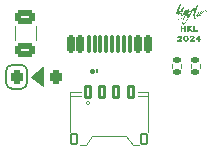
<source format=gto>
%TF.GenerationSoftware,KiCad,Pcbnew,8.0.4*%
%TF.CreationDate,2024-08-22T18:58:07-07:00*%
%TF.ProjectId,UDB,5544422e-6b69-4636-9164-5f7063625858,C4-RC1*%
%TF.SameCoordinates,Original*%
%TF.FileFunction,Legend,Top*%
%TF.FilePolarity,Positive*%
%FSLAX46Y46*%
G04 Gerber Fmt 4.6, Leading zero omitted, Abs format (unit mm)*
G04 Created by KiCad (PCBNEW 8.0.4) date 2024-08-22 18:58:07*
%MOMM*%
%LPD*%
G01*
G04 APERTURE LIST*
G04 Aperture macros list*
%AMRoundRect*
0 Rectangle with rounded corners*
0 $1 Rounding radius*
0 $2 $3 $4 $5 $6 $7 $8 $9 X,Y pos of 4 corners*
0 Add a 4 corners polygon primitive as box body*
4,1,4,$2,$3,$4,$5,$6,$7,$8,$9,$2,$3,0*
0 Add four circle primitives for the rounded corners*
1,1,$1+$1,$2,$3*
1,1,$1+$1,$4,$5*
1,1,$1+$1,$6,$7*
1,1,$1+$1,$8,$9*
0 Add four rect primitives between the rounded corners*
20,1,$1+$1,$2,$3,$4,$5,0*
20,1,$1+$1,$4,$5,$6,$7,0*
20,1,$1+$1,$6,$7,$8,$9,0*
20,1,$1+$1,$8,$9,$2,$3,0*%
G04 Aperture macros list end*
%ADD10C,0.125000*%
%ADD11C,0.000000*%
%ADD12C,0.120000*%
%ADD13C,0.400000*%
%ADD14C,0.100000*%
%ADD15C,0.150000*%
%ADD16RoundRect,0.250000X-0.625000X0.375000X-0.625000X-0.375000X0.625000X-0.375000X0.625000X0.375000X0*%
%ADD17C,3.500001*%
%ADD18RoundRect,0.135000X-0.185000X0.135000X-0.185000X-0.135000X0.185000X-0.135000X0.185000X0.135000X0*%
%ADD19RoundRect,0.100000X-0.250000X-0.400000X0.250000X-0.400000X0.250000X0.400000X-0.250000X0.400000X0*%
%ADD20RoundRect,0.125000X-0.250000X-0.475000X0.250000X-0.475000X0.250000X0.475000X-0.250000X0.475000X0*%
%ADD21O,1.300000X1.900000*%
%ADD22O,1.100000X2.200000*%
%ADD23RoundRect,0.075000X0.075000X0.650000X-0.075000X0.650000X-0.075000X-0.650000X0.075000X-0.650000X0*%
%ADD24RoundRect,0.150000X0.150000X0.575000X-0.150000X0.575000X-0.150000X-0.575000X0.150000X-0.575000X0*%
%ADD25C,0.650000*%
%ADD26RoundRect,0.125000X-0.000010X-0.150000X0.000010X-0.150000X0.000010X0.150000X-0.000010X0.150000X0*%
%ADD27R,0.250000X0.550000*%
%ADD28R,0.300000X0.550000*%
%ADD29RoundRect,0.250000X-0.250000X-0.350000X0.250000X-0.350000X0.250000X0.350000X-0.250000X0.350000X0*%
G04 APERTURE END LIST*
D10*
G36*
X81330102Y-62742497D02*
G01*
X81330102Y-62570550D01*
X81486417Y-62570550D01*
X81486417Y-63070760D01*
X81330102Y-63070760D01*
X81330102Y-62875365D01*
X81189418Y-62875365D01*
X81189418Y-63070760D01*
X81033102Y-63070760D01*
X81033102Y-62570550D01*
X81189418Y-62570550D01*
X81189418Y-62742497D01*
X81330102Y-62742497D01*
G37*
G36*
X82083347Y-63070760D02*
G01*
X81889418Y-63070760D01*
X81769006Y-62874755D01*
X81727729Y-62919695D01*
X81727729Y-63070760D01*
X81571414Y-63070760D01*
X81571414Y-62570550D01*
X81727729Y-62570550D01*
X81727729Y-62728575D01*
X81870489Y-62570550D01*
X82063685Y-62570550D01*
X81877572Y-62770097D01*
X82083347Y-63070760D01*
G37*
G36*
X82282160Y-62570550D02*
G01*
X82282160Y-62937891D01*
X82504910Y-62937891D01*
X82504910Y-63070760D01*
X82125845Y-63070760D01*
X82125845Y-62570550D01*
X82282160Y-62570550D01*
G37*
G36*
X81174275Y-63910760D02*
G01*
X80752223Y-63910760D01*
X80753365Y-63883620D01*
X80756791Y-63858713D01*
X80763675Y-63832476D01*
X80773668Y-63809279D01*
X80784707Y-63791813D01*
X80802104Y-63771430D01*
X80822085Y-63752471D01*
X80842311Y-63735622D01*
X80865786Y-63717819D01*
X80886907Y-63702890D01*
X80910107Y-63687350D01*
X80916232Y-63683369D01*
X80975583Y-63644657D01*
X80995796Y-63629997D01*
X81014679Y-63612426D01*
X81017959Y-63608387D01*
X81028621Y-63586235D01*
X81030049Y-63573582D01*
X81024678Y-63548501D01*
X81013074Y-63534015D01*
X80991170Y-63523057D01*
X80965203Y-63519971D01*
X80940633Y-63522860D01*
X80918394Y-63533535D01*
X80901450Y-63555366D01*
X80894036Y-63582896D01*
X80892907Y-63602159D01*
X80892907Y-63608631D01*
X80760039Y-63608631D01*
X80760039Y-63587016D01*
X80761368Y-63559571D01*
X80765358Y-63534100D01*
X80773655Y-63506141D01*
X80785782Y-63481023D01*
X80801739Y-63458748D01*
X80814505Y-63445477D01*
X80836565Y-63428295D01*
X80861897Y-63414668D01*
X80885507Y-63406028D01*
X80911388Y-63399856D01*
X80939541Y-63396153D01*
X80969965Y-63394919D01*
X80998602Y-63395980D01*
X81025283Y-63399164D01*
X81050007Y-63404471D01*
X81077095Y-63413642D01*
X81101367Y-63425869D01*
X81119442Y-63438394D01*
X81138077Y-63456019D01*
X81152856Y-63476290D01*
X81163779Y-63499205D01*
X81170848Y-63524764D01*
X81174060Y-63552969D01*
X81174275Y-63562958D01*
X81172786Y-63587817D01*
X81167554Y-63613320D01*
X81158554Y-63636216D01*
X81150461Y-63650030D01*
X81133998Y-63670637D01*
X81114791Y-63689068D01*
X81094453Y-63705283D01*
X81074397Y-63719246D01*
X81067174Y-63723914D01*
X80980468Y-63779235D01*
X80969965Y-63785707D01*
X81174275Y-63785707D01*
X81174275Y-63910760D01*
G37*
G36*
X81511236Y-63396052D02*
G01*
X81540318Y-63400657D01*
X81567581Y-63408803D01*
X81593026Y-63420492D01*
X81616652Y-63435722D01*
X81638459Y-63454495D01*
X81650670Y-63467459D01*
X81668965Y-63491175D01*
X81684158Y-63517061D01*
X81696251Y-63545118D01*
X81703693Y-63569126D01*
X81709150Y-63594524D01*
X81712623Y-63621310D01*
X81714111Y-63649486D01*
X81714173Y-63656747D01*
X81713181Y-63685272D01*
X81710204Y-63712411D01*
X81705243Y-63738166D01*
X81698298Y-63762535D01*
X81689367Y-63785518D01*
X81675414Y-63812300D01*
X81658360Y-63836917D01*
X81650670Y-63846157D01*
X81629954Y-63867020D01*
X81607420Y-63884346D01*
X81583066Y-63898137D01*
X81556894Y-63908391D01*
X81528904Y-63915110D01*
X81499094Y-63918292D01*
X81486661Y-63918575D01*
X81461827Y-63917444D01*
X81432463Y-63912847D01*
X81404966Y-63904714D01*
X81379336Y-63893045D01*
X81355571Y-63877840D01*
X81333674Y-63859099D01*
X81321431Y-63846157D01*
X81302961Y-63822213D01*
X81287621Y-63796176D01*
X81277603Y-63773839D01*
X81269589Y-63750163D01*
X81263578Y-63725147D01*
X81259571Y-63698792D01*
X81257568Y-63671097D01*
X81257317Y-63656747D01*
X81401543Y-63656747D01*
X81402277Y-63683258D01*
X81404989Y-63710704D01*
X81410536Y-63737478D01*
X81419896Y-63761740D01*
X81422425Y-63766290D01*
X81439492Y-63786244D01*
X81461812Y-63797916D01*
X81486661Y-63801339D01*
X81514966Y-63796255D01*
X81537414Y-63781005D01*
X81551648Y-63760531D01*
X81561814Y-63732997D01*
X81567020Y-63705886D01*
X81569623Y-63674256D01*
X81569948Y-63656747D01*
X81569235Y-63630004D01*
X81566602Y-63602396D01*
X81561217Y-63575580D01*
X81552131Y-63551453D01*
X81549676Y-63546960D01*
X81533083Y-63527144D01*
X81511181Y-63515554D01*
X81486661Y-63512155D01*
X81461462Y-63515554D01*
X81439004Y-63527144D01*
X81422059Y-63546960D01*
X81412141Y-63569666D01*
X81406051Y-63595218D01*
X81402825Y-63621721D01*
X81401623Y-63647517D01*
X81401543Y-63656747D01*
X81257317Y-63656747D01*
X81258319Y-63628384D01*
X81261324Y-63601365D01*
X81266333Y-63575689D01*
X81273346Y-63551356D01*
X81282362Y-63528367D01*
X81296449Y-63501519D01*
X81313667Y-63476770D01*
X81321431Y-63467459D01*
X81342209Y-63446561D01*
X81364853Y-63429205D01*
X81389364Y-63415391D01*
X81415741Y-63405120D01*
X81443985Y-63398390D01*
X81474095Y-63395202D01*
X81486661Y-63394919D01*
X81511236Y-63396052D01*
G37*
G36*
X82231358Y-63910760D02*
G01*
X81809306Y-63910760D01*
X81810448Y-63883620D01*
X81813874Y-63858713D01*
X81820758Y-63832476D01*
X81830751Y-63809279D01*
X81841790Y-63791813D01*
X81859187Y-63771430D01*
X81879168Y-63752471D01*
X81899394Y-63735622D01*
X81922869Y-63717819D01*
X81943990Y-63702890D01*
X81967190Y-63687350D01*
X81973315Y-63683369D01*
X82032666Y-63644657D01*
X82052879Y-63629997D01*
X82071762Y-63612426D01*
X82075042Y-63608387D01*
X82085704Y-63586235D01*
X82087132Y-63573582D01*
X82081761Y-63548501D01*
X82070157Y-63534015D01*
X82048253Y-63523057D01*
X82022286Y-63519971D01*
X81997716Y-63522860D01*
X81975477Y-63533535D01*
X81958533Y-63555366D01*
X81951119Y-63582896D01*
X81949990Y-63602159D01*
X81949990Y-63608631D01*
X81817122Y-63608631D01*
X81817122Y-63587016D01*
X81818451Y-63559571D01*
X81822441Y-63534100D01*
X81830738Y-63506141D01*
X81842865Y-63481023D01*
X81858822Y-63458748D01*
X81871588Y-63445477D01*
X81893648Y-63428295D01*
X81918981Y-63414668D01*
X81942590Y-63406028D01*
X81968471Y-63399856D01*
X81996624Y-63396153D01*
X82027048Y-63394919D01*
X82055685Y-63395980D01*
X82082366Y-63399164D01*
X82107090Y-63404471D01*
X82134179Y-63413642D01*
X82158450Y-63425869D01*
X82176525Y-63438394D01*
X82195160Y-63456019D01*
X82209939Y-63476290D01*
X82220862Y-63499205D01*
X82227931Y-63524764D01*
X82231143Y-63552969D01*
X82231358Y-63562958D01*
X82229869Y-63587817D01*
X82224637Y-63613320D01*
X82215637Y-63636216D01*
X82207544Y-63650030D01*
X82191081Y-63670637D01*
X82171874Y-63689068D01*
X82151536Y-63705283D01*
X82131480Y-63719246D01*
X82124257Y-63723914D01*
X82037551Y-63779235D01*
X82027048Y-63785707D01*
X82231358Y-63785707D01*
X82231358Y-63910760D01*
G37*
G36*
X82700914Y-63691918D02*
G01*
X82771623Y-63691918D01*
X82771623Y-63801339D01*
X82700914Y-63801339D01*
X82700914Y-63910760D01*
X82556689Y-63910760D01*
X82556689Y-63801339D01*
X82326124Y-63801339D01*
X82326124Y-63691918D01*
X82437499Y-63691918D01*
X82556689Y-63691918D01*
X82556689Y-63555875D01*
X82553880Y-63555875D01*
X82437499Y-63691918D01*
X82326124Y-63691918D01*
X82326124Y-63684102D01*
X82554613Y-63410550D01*
X82700914Y-63410550D01*
X82700914Y-63691918D01*
G37*
D11*
G36*
X82511258Y-60770492D02*
G01*
X82515457Y-60770679D01*
X82518887Y-60771065D01*
X82520911Y-60771575D01*
X82521082Y-60771679D01*
X82522691Y-60772501D01*
X82525788Y-60773769D01*
X82529805Y-60775255D01*
X82531384Y-60775804D01*
X82535382Y-60777263D01*
X82538454Y-60778549D01*
X82540132Y-60779461D01*
X82540309Y-60779684D01*
X82541196Y-60780637D01*
X82542401Y-60781170D01*
X82544012Y-60782460D01*
X82545959Y-60785084D01*
X82547268Y-60787405D01*
X82549579Y-60794181D01*
X82549936Y-60801038D01*
X82548326Y-60807537D01*
X82547881Y-60808522D01*
X82546569Y-60811525D01*
X82545798Y-60813844D01*
X82545711Y-60814405D01*
X82545233Y-60816355D01*
X82544282Y-60818535D01*
X82543322Y-60820725D01*
X82541913Y-60824366D01*
X82540285Y-60828854D01*
X82539361Y-60831517D01*
X82537497Y-60836862D01*
X82535526Y-60842331D01*
X82533777Y-60847011D01*
X82533218Y-60848447D01*
X82531843Y-60852246D01*
X82530887Y-60855519D01*
X82530574Y-60857372D01*
X82530238Y-60859177D01*
X82529748Y-60859621D01*
X82529069Y-60860580D01*
X82528061Y-60863103D01*
X82526933Y-60866659D01*
X82526857Y-60866924D01*
X82525620Y-60870942D01*
X82524388Y-60874365D01*
X82523461Y-60876389D01*
X82522303Y-60878980D01*
X82521367Y-60882206D01*
X82521359Y-60882248D01*
X82520197Y-60885885D01*
X82518552Y-60889280D01*
X82517175Y-60892003D01*
X82516522Y-60894207D01*
X82516514Y-60894374D01*
X82516225Y-60895892D01*
X82515306Y-60898549D01*
X82513677Y-60902549D01*
X82511251Y-60908096D01*
X82508223Y-60914792D01*
X82506594Y-60918271D01*
X82505198Y-60921103D01*
X82504515Y-60922364D01*
X82503330Y-60924609D01*
X82502381Y-60926691D01*
X82501444Y-60928794D01*
X82499829Y-60932292D01*
X82497798Y-60936628D01*
X82496357Y-60939672D01*
X82494074Y-60944500D01*
X82491918Y-60949093D01*
X82490202Y-60952788D01*
X82489522Y-60954276D01*
X82488250Y-60957032D01*
X82486324Y-60961134D01*
X82484027Y-60965979D01*
X82482125Y-60969962D01*
X82478842Y-60976869D01*
X82476213Y-60982554D01*
X82473922Y-60987729D01*
X82471655Y-60993104D01*
X82469402Y-60998629D01*
X82467810Y-61002451D01*
X82466435Y-61005533D01*
X82465546Y-61007279D01*
X82465480Y-61007376D01*
X82464594Y-61009085D01*
X82463437Y-61011918D01*
X82463075Y-61012913D01*
X82461999Y-61015601D01*
X82460216Y-61019671D01*
X82457977Y-61024564D01*
X82455597Y-61029587D01*
X82453067Y-61035089D01*
X82450711Y-61040664D01*
X82448814Y-61045622D01*
X82447743Y-61048932D01*
X82446641Y-61052661D01*
X82445620Y-61055572D01*
X82444930Y-61056990D01*
X82444110Y-61058930D01*
X82444031Y-61059715D01*
X82443616Y-61061518D01*
X82442539Y-61064658D01*
X82441053Y-61068516D01*
X82439412Y-61072468D01*
X82437867Y-61075891D01*
X82436673Y-61078168D01*
X82436341Y-61078627D01*
X82435468Y-61080558D01*
X82435377Y-61081388D01*
X82434919Y-61083291D01*
X82433743Y-61086303D01*
X82432737Y-61088474D01*
X82428827Y-61097364D01*
X82425519Y-61107122D01*
X82424677Y-61110051D01*
X82423281Y-61114279D01*
X82421282Y-61119387D01*
X82419085Y-61124345D01*
X82418846Y-61124841D01*
X82417010Y-61128755D01*
X82415614Y-61131972D01*
X82414881Y-61133964D01*
X82414823Y-61134277D01*
X82414411Y-61135807D01*
X82413342Y-61138637D01*
X82412119Y-61141526D01*
X82410665Y-61145181D01*
X82409683Y-61148353D01*
X82409414Y-61149971D01*
X82408807Y-61152763D01*
X82407970Y-61154434D01*
X82406852Y-61156725D01*
X82405644Y-61160129D01*
X82405115Y-61161976D01*
X82404000Y-61165869D01*
X82402817Y-61169447D01*
X82402364Y-61170631D01*
X82401243Y-61173345D01*
X82399661Y-61177164D01*
X82398193Y-61180703D01*
X82396579Y-61185021D01*
X82395271Y-61189299D01*
X82394653Y-61192062D01*
X82393858Y-61195473D01*
X82392765Y-61198262D01*
X82392487Y-61198726D01*
X82391327Y-61200966D01*
X82391024Y-61202254D01*
X82390605Y-61204029D01*
X82389548Y-61206882D01*
X82388967Y-61208234D01*
X82386019Y-61214869D01*
X82383791Y-61220071D01*
X82382076Y-61224361D01*
X82380666Y-61228262D01*
X82379353Y-61232294D01*
X82379185Y-61232832D01*
X82377503Y-61238178D01*
X82375614Y-61244044D01*
X82374113Y-61248599D01*
X82372846Y-61252729D01*
X82371927Y-61256374D01*
X82371545Y-61258783D01*
X82371543Y-61258877D01*
X82371332Y-61260498D01*
X82370664Y-61263145D01*
X82369467Y-61267038D01*
X82367673Y-61272399D01*
X82365210Y-61279446D01*
X82363705Y-61283675D01*
X82363164Y-61285334D01*
X82362149Y-61288560D01*
X82360817Y-61292852D01*
X82359647Y-61296657D01*
X82357960Y-61302066D01*
X82356241Y-61307413D01*
X82354739Y-61311930D01*
X82354032Y-61313965D01*
X82352748Y-61317743D01*
X82351737Y-61321091D01*
X82351358Y-61322619D01*
X82350518Y-61325622D01*
X82349405Y-61328569D01*
X82348041Y-61332385D01*
X82346799Y-61337018D01*
X82345907Y-61341504D01*
X82345590Y-61344724D01*
X82345098Y-61347606D01*
X82344051Y-61350387D01*
X82342899Y-61353112D01*
X82341530Y-61356950D01*
X82340584Y-61359941D01*
X82339437Y-61363518D01*
X82338400Y-61366274D01*
X82337795Y-61367459D01*
X82337159Y-61369225D01*
X82336936Y-61371543D01*
X82336564Y-61374233D01*
X82335604Y-61377966D01*
X82334671Y-61380792D01*
X82333197Y-61385027D01*
X82331857Y-61389206D01*
X82331248Y-61391312D01*
X82330310Y-61394171D01*
X82329388Y-61396022D01*
X82329155Y-61396262D01*
X82328497Y-61397590D01*
X82327743Y-61400396D01*
X82327188Y-61403294D01*
X82326355Y-61407722D01*
X82325184Y-61413038D01*
X82323999Y-61417815D01*
X82322924Y-61422440D01*
X82322143Y-61426906D01*
X82321818Y-61430278D01*
X82321816Y-61430394D01*
X82321470Y-61433497D01*
X82320641Y-61435719D01*
X82320344Y-61436059D01*
X82319326Y-61437718D01*
X82318201Y-61440754D01*
X82317459Y-61443494D01*
X82316438Y-61447419D01*
X82315347Y-61450865D01*
X82314719Y-61452432D01*
X82313782Y-61455133D01*
X82312919Y-61458837D01*
X82312631Y-61460544D01*
X82311718Y-61464977D01*
X82310357Y-61469739D01*
X82309784Y-61471362D01*
X82308583Y-61475154D01*
X82307842Y-61478701D01*
X82307728Y-61480081D01*
X82307210Y-61483204D01*
X82306140Y-61485490D01*
X82304979Y-61488088D01*
X82304517Y-61491042D01*
X82304212Y-61493620D01*
X82303523Y-61495085D01*
X82303495Y-61495104D01*
X82302703Y-61496474D01*
X82301948Y-61499133D01*
X82301778Y-61500030D01*
X82301116Y-61502886D01*
X82300362Y-61504686D01*
X82300163Y-61504894D01*
X82299528Y-61506193D01*
X82298860Y-61508935D01*
X82298501Y-61511119D01*
X82297725Y-61515170D01*
X82296469Y-61520104D01*
X82295162Y-61524370D01*
X82293840Y-61529056D01*
X82292912Y-61533841D01*
X82292590Y-61537405D01*
X82292407Y-61540756D01*
X82291947Y-61543215D01*
X82291617Y-61543896D01*
X82290793Y-61545644D01*
X82289803Y-61549092D01*
X82288750Y-61553792D01*
X82287740Y-61559296D01*
X82287201Y-61562773D01*
X82286500Y-61566807D01*
X82285665Y-61570484D01*
X82285228Y-61571968D01*
X82283707Y-61576463D01*
X82282545Y-61580171D01*
X82281591Y-61583694D01*
X82280693Y-61587636D01*
X82279700Y-61592601D01*
X82278682Y-61597983D01*
X82277871Y-61601223D01*
X82276898Y-61603617D01*
X82276520Y-61604149D01*
X82275707Y-61605982D01*
X82275289Y-61608917D01*
X82275275Y-61609573D01*
X82274875Y-61613427D01*
X82273845Y-61618245D01*
X82272445Y-61623020D01*
X82270930Y-61626737D01*
X82270869Y-61626853D01*
X82270239Y-61629086D01*
X82269889Y-61632366D01*
X82269866Y-61633442D01*
X82269574Y-61636805D01*
X82268804Y-61641330D01*
X82267714Y-61646108D01*
X82267555Y-61646707D01*
X82266222Y-61652192D01*
X82264981Y-61658242D01*
X82264122Y-61663378D01*
X82263494Y-61667336D01*
X82262857Y-61670385D01*
X82262336Y-61671954D01*
X82262267Y-61672032D01*
X82261852Y-61672493D01*
X82261422Y-61673478D01*
X82260864Y-61675377D01*
X82260066Y-61678579D01*
X82258911Y-61683472D01*
X82258804Y-61683930D01*
X82257856Y-61687520D01*
X82256904Y-61690381D01*
X82256396Y-61691476D01*
X82255643Y-61693440D01*
X82254877Y-61696637D01*
X82254550Y-61698508D01*
X82253818Y-61702612D01*
X82252789Y-61707537D01*
X82251986Y-61710976D01*
X82250964Y-61715415D01*
X82250094Y-61719720D01*
X82249658Y-61722334D01*
X82249057Y-61725388D01*
X82248301Y-61727554D01*
X82248117Y-61727845D01*
X82247377Y-61729702D01*
X82246508Y-61733470D01*
X82245556Y-61738902D01*
X82244565Y-61745751D01*
X82243949Y-61750618D01*
X82243321Y-61754798D01*
X82242566Y-61758359D01*
X82241846Y-61760538D01*
X82241838Y-61760553D01*
X82241174Y-61762834D01*
X82240719Y-61766361D01*
X82240596Y-61769051D01*
X82240334Y-61772703D01*
X82239695Y-61777137D01*
X82238804Y-61781753D01*
X82237794Y-61785954D01*
X82236787Y-61789140D01*
X82235991Y-61790644D01*
X82235537Y-61792098D01*
X82235274Y-61794870D01*
X82235249Y-61796120D01*
X82235033Y-61799574D01*
X82234466Y-61804174D01*
X82233668Y-61808955D01*
X82233622Y-61809192D01*
X82232197Y-61816644D01*
X82231157Y-61822524D01*
X82230424Y-61827365D01*
X82229925Y-61831709D01*
X82229578Y-61836094D01*
X82229443Y-61838394D01*
X82229073Y-61842735D01*
X82228522Y-61846332D01*
X82227890Y-61848563D01*
X82227712Y-61848860D01*
X82226994Y-61850816D01*
X82226337Y-61854800D01*
X82225747Y-61860677D01*
X82225235Y-61868313D01*
X82224809Y-61877571D01*
X82224474Y-61888317D01*
X82224241Y-61900416D01*
X82224173Y-61906235D01*
X82224151Y-61917146D01*
X82224294Y-61927191D01*
X82224589Y-61936179D01*
X82225024Y-61943916D01*
X82225586Y-61950212D01*
X82226262Y-61954874D01*
X82227038Y-61957709D01*
X82227677Y-61958521D01*
X82228380Y-61959728D01*
X82228744Y-61962255D01*
X82228758Y-61962912D01*
X82229178Y-61966194D01*
X82230207Y-61968841D01*
X82230347Y-61969042D01*
X82231622Y-61971389D01*
X82231969Y-61972874D01*
X82232475Y-61974775D01*
X82233730Y-61977739D01*
X82234707Y-61979692D01*
X82236242Y-61982838D01*
X82237223Y-61985342D01*
X82237413Y-61986232D01*
X82238251Y-61987945D01*
X82240359Y-61990211D01*
X82243133Y-61992511D01*
X82245960Y-61994324D01*
X82247709Y-61995043D01*
X82250955Y-61995308D01*
X82253094Y-61995038D01*
X82255736Y-61993652D01*
X82259262Y-61990757D01*
X82263385Y-61986666D01*
X82267822Y-61981691D01*
X82272285Y-61976143D01*
X82276491Y-61970335D01*
X82278520Y-61967254D01*
X82279941Y-61965382D01*
X82282446Y-61962421D01*
X82285625Y-61958851D01*
X82287715Y-61956582D01*
X82296217Y-61947547D01*
X82303436Y-61940042D01*
X82309496Y-61933956D01*
X82314522Y-61929178D01*
X82318638Y-61925594D01*
X82321970Y-61923092D01*
X82324641Y-61921563D01*
X82326776Y-61920893D01*
X82327480Y-61920839D01*
X82329186Y-61921085D01*
X82330252Y-61922175D01*
X82331062Y-61924642D01*
X82331437Y-61926301D01*
X82332169Y-61930301D01*
X82332483Y-61933984D01*
X82332363Y-61937992D01*
X82331803Y-61942975D01*
X82331063Y-61947884D01*
X82330061Y-61953606D01*
X82328967Y-61958164D01*
X82327528Y-61962184D01*
X82325489Y-61966295D01*
X82322599Y-61971124D01*
X82320155Y-61974928D01*
X82317406Y-61979198D01*
X82315078Y-61982911D01*
X82313440Y-61985627D01*
X82312793Y-61986827D01*
X82311887Y-61988610D01*
X82310255Y-61991500D01*
X82308860Y-61993859D01*
X82306942Y-61997086D01*
X82305434Y-61999721D01*
X82304835Y-62000843D01*
X82303621Y-62002778D01*
X82301847Y-62005094D01*
X82298305Y-62009292D01*
X82295234Y-62012846D01*
X82292911Y-62015441D01*
X82291618Y-62016759D01*
X82291492Y-62016850D01*
X82290441Y-62017579D01*
X82288076Y-62019311D01*
X82284809Y-62021742D01*
X82282838Y-62023221D01*
X82273525Y-62029504D01*
X82264660Y-62033911D01*
X82255892Y-62036578D01*
X82246865Y-62037639D01*
X82244925Y-62037670D01*
X82234224Y-62037057D01*
X82224908Y-62035096D01*
X82216538Y-62031605D01*
X82208673Y-62026403D01*
X82201055Y-62019489D01*
X82197685Y-62015745D01*
X82194135Y-62011293D01*
X82190682Y-62006543D01*
X82187603Y-62001908D01*
X82185175Y-61997797D01*
X82183674Y-61994623D01*
X82183324Y-61993143D01*
X82182868Y-61991608D01*
X82181696Y-61988861D01*
X82180620Y-61986625D01*
X82179112Y-61983356D01*
X82178130Y-61980713D01*
X82177915Y-61979673D01*
X82177581Y-61977884D01*
X82176708Y-61974767D01*
X82175614Y-61971378D01*
X82174720Y-61967928D01*
X82173849Y-61963050D01*
X82173026Y-61957101D01*
X82172278Y-61950441D01*
X82171631Y-61943427D01*
X82171113Y-61936417D01*
X82170749Y-61929770D01*
X82170566Y-61923843D01*
X82170590Y-61918996D01*
X82170851Y-61915585D01*
X82171354Y-61913985D01*
X82171790Y-61912439D01*
X82172128Y-61908839D01*
X82172362Y-61903292D01*
X82172485Y-61895906D01*
X82172506Y-61890787D01*
X82172615Y-61880030D01*
X82172927Y-61870236D01*
X82173427Y-61861644D01*
X82174097Y-61854485D01*
X82174918Y-61848992D01*
X82175872Y-61845400D01*
X82175991Y-61845115D01*
X82176532Y-61842975D01*
X82177081Y-61839227D01*
X82177572Y-61834421D01*
X82177901Y-61829774D01*
X82178279Y-61824660D01*
X82178772Y-61820276D01*
X82179314Y-61817113D01*
X82179801Y-61815701D01*
X82180521Y-61814042D01*
X82181439Y-61810819D01*
X82182401Y-61806604D01*
X82182806Y-61804539D01*
X82183705Y-61800114D01*
X82184581Y-61796471D01*
X82185297Y-61794159D01*
X82185536Y-61793691D01*
X82186122Y-61792130D01*
X82186823Y-61789049D01*
X82187502Y-61785071D01*
X82187585Y-61784496D01*
X82188436Y-61779200D01*
X82189510Y-61773531D01*
X82190419Y-61769391D01*
X82191520Y-61764249D01*
X82192523Y-61758589D01*
X82192992Y-61755328D01*
X82193636Y-61751078D01*
X82194416Y-61747223D01*
X82195018Y-61745051D01*
X82196020Y-61741906D01*
X82197103Y-61738044D01*
X82197388Y-61736938D01*
X82198412Y-61733135D01*
X82199479Y-61729624D01*
X82199750Y-61728825D01*
X82200606Y-61725755D01*
X82201422Y-61721808D01*
X82201689Y-61720170D01*
X82202620Y-61714927D01*
X82203876Y-61709323D01*
X82205237Y-61704275D01*
X82206175Y-61701459D01*
X82206890Y-61698467D01*
X82207123Y-61695745D01*
X82207556Y-61692520D01*
X82208611Y-61688966D01*
X82208746Y-61688632D01*
X82209835Y-61685302D01*
X82210360Y-61682274D01*
X82210368Y-61681971D01*
X82210599Y-61678969D01*
X82211210Y-61674580D01*
X82212083Y-61669523D01*
X82213097Y-61664514D01*
X82213742Y-61661755D01*
X82214504Y-61658451D01*
X82215448Y-61653999D01*
X82216340Y-61649513D01*
X82217337Y-61645062D01*
X82218497Y-61640987D01*
X82219570Y-61638165D01*
X82219575Y-61638154D01*
X82220812Y-61634815D01*
X82221736Y-61630818D01*
X82221875Y-61629843D01*
X82222620Y-61625702D01*
X82223726Y-61621630D01*
X82223984Y-61620895D01*
X82225004Y-61617360D01*
X82225503Y-61614034D01*
X82225514Y-61613647D01*
X82225856Y-61610341D01*
X82226736Y-61605967D01*
X82227923Y-61601448D01*
X82229188Y-61597708D01*
X82229761Y-61596456D01*
X82230570Y-61593866D01*
X82230921Y-61590604D01*
X82230922Y-61590493D01*
X82231168Y-61587799D01*
X82231772Y-61586195D01*
X82231873Y-61586111D01*
X82232534Y-61584842D01*
X82233434Y-61582003D01*
X82234404Y-61578147D01*
X82234630Y-61577123D01*
X82235654Y-61572633D01*
X82236685Y-61568562D01*
X82237519Y-61565711D01*
X82237600Y-61565477D01*
X82238638Y-61561904D01*
X82239289Y-61558706D01*
X82239919Y-61556110D01*
X82240729Y-61554619D01*
X82240777Y-61554586D01*
X82241466Y-61553184D01*
X82241740Y-61550775D01*
X82242172Y-61547560D01*
X82243227Y-61544011D01*
X82243362Y-61543675D01*
X82244494Y-61539912D01*
X82245028Y-61536073D01*
X82245032Y-61535867D01*
X82245456Y-61532182D01*
X82246435Y-61528210D01*
X82246639Y-61527615D01*
X82247649Y-61524168D01*
X82248187Y-61521075D01*
X82248214Y-61520530D01*
X82248590Y-61518031D01*
X82249229Y-61516743D01*
X82249999Y-61515146D01*
X82250848Y-61512220D01*
X82251264Y-61510307D01*
X82252348Y-61505114D01*
X82253693Y-61499347D01*
X82255154Y-61493566D01*
X82256586Y-61488328D01*
X82257843Y-61484193D01*
X82258640Y-61482017D01*
X82259688Y-61478918D01*
X82260130Y-61476219D01*
X82260130Y-61476199D01*
X82260471Y-61474063D01*
X82261393Y-61470403D01*
X82262743Y-61465733D01*
X82264369Y-61460565D01*
X82266119Y-61455411D01*
X82267205Y-61452432D01*
X82268343Y-61448676D01*
X82269196Y-61444631D01*
X82269243Y-61444320D01*
X82270394Y-61437066D01*
X82271518Y-61431821D01*
X82272646Y-61428430D01*
X82272912Y-61427893D01*
X82273879Y-61425004D01*
X82274193Y-61422337D01*
X82274716Y-61418987D01*
X82275809Y-61416046D01*
X82276973Y-61413127D01*
X82277431Y-61410694D01*
X82277791Y-61408481D01*
X82278249Y-61407629D01*
X82279002Y-61406067D01*
X82280016Y-61402864D01*
X82281157Y-61398507D01*
X82282293Y-61393482D01*
X82282837Y-61390771D01*
X82284310Y-61383508D01*
X82285608Y-61377992D01*
X82286691Y-61374380D01*
X82287161Y-61373298D01*
X82287937Y-61371350D01*
X82288977Y-61368057D01*
X82289915Y-61364670D01*
X82291003Y-61360784D01*
X82292060Y-61357533D01*
X82292753Y-61355836D01*
X82293580Y-61353581D01*
X82294413Y-61350235D01*
X82294691Y-61348780D01*
X82295727Y-61344229D01*
X82297350Y-61338659D01*
X82299263Y-61332992D01*
X82301167Y-61328145D01*
X82301885Y-61326588D01*
X82302986Y-61323833D01*
X82303436Y-61321720D01*
X82303801Y-61319713D01*
X82304683Y-61316598D01*
X82305830Y-61313122D01*
X82306991Y-61310030D01*
X82307920Y-61308066D01*
X82308110Y-61307814D01*
X82308572Y-61306360D01*
X82308804Y-61303692D01*
X82308810Y-61303173D01*
X82309213Y-61300080D01*
X82310261Y-61295977D01*
X82311514Y-61292330D01*
X82312886Y-61288617D01*
X82313859Y-61285578D01*
X82314218Y-61283904D01*
X82314628Y-61281906D01*
X82315622Y-61279140D01*
X82315693Y-61278971D01*
X82316777Y-61275909D01*
X82317905Y-61271880D01*
X82318433Y-61269613D01*
X82319514Y-61264576D01*
X82320293Y-61261144D01*
X82320911Y-61258800D01*
X82321505Y-61257031D01*
X82322217Y-61255322D01*
X82322430Y-61254845D01*
X82323480Y-61252070D01*
X82323952Y-61249974D01*
X82323954Y-61249887D01*
X82324401Y-61248008D01*
X82324673Y-61247620D01*
X82325574Y-61246009D01*
X82326741Y-61243053D01*
X82327925Y-61239507D01*
X82328877Y-61236127D01*
X82329348Y-61233670D01*
X82329363Y-61233361D01*
X82329829Y-61231019D01*
X82330412Y-61230053D01*
X82331426Y-61228349D01*
X82332871Y-61225044D01*
X82334578Y-61220614D01*
X82336380Y-61215537D01*
X82338110Y-61210290D01*
X82339600Y-61205350D01*
X82340683Y-61201196D01*
X82340919Y-61200095D01*
X82341665Y-61197708D01*
X82342469Y-61196516D01*
X82343231Y-61195080D01*
X82343426Y-61193491D01*
X82344078Y-61190666D01*
X82345015Y-61188957D01*
X82346219Y-61186297D01*
X82346637Y-61183689D01*
X82347267Y-61179107D01*
X82348948Y-61173443D01*
X82350495Y-61169549D01*
X82351657Y-61166593D01*
X82353026Y-61162709D01*
X82353702Y-61160637D01*
X82354867Y-61157381D01*
X82355954Y-61155054D01*
X82356490Y-61154353D01*
X82357365Y-61152858D01*
X82357489Y-61151898D01*
X82357977Y-61149931D01*
X82359224Y-61146925D01*
X82360194Y-61144979D01*
X82361729Y-61141847D01*
X82362712Y-61139369D01*
X82362905Y-61138497D01*
X82363382Y-61136614D01*
X82364525Y-61134001D01*
X82364571Y-61133912D01*
X82366018Y-61130714D01*
X82367795Y-61126190D01*
X82369633Y-61121094D01*
X82371259Y-61116182D01*
X82372407Y-61112206D01*
X82372536Y-61111674D01*
X82373478Y-61108228D01*
X82374522Y-61105212D01*
X82374534Y-61105183D01*
X82375519Y-61102436D01*
X82376629Y-61098825D01*
X82376968Y-61097611D01*
X82378121Y-61094035D01*
X82379737Y-61089886D01*
X82381564Y-61085720D01*
X82383348Y-61082088D01*
X82384839Y-61079544D01*
X82385587Y-61078698D01*
X82386504Y-61077163D01*
X82386697Y-61075804D01*
X82387133Y-61073285D01*
X82388185Y-61070264D01*
X82388218Y-61070189D01*
X82389511Y-61067097D01*
X82391038Y-61063185D01*
X82391701Y-61061405D01*
X82393268Y-61057412D01*
X82394951Y-61053568D01*
X82395589Y-61052251D01*
X82396846Y-61049375D01*
X82397492Y-61047096D01*
X82397515Y-61046793D01*
X82398003Y-61044789D01*
X82399210Y-61041969D01*
X82399534Y-61041343D01*
X82401143Y-61037721D01*
X82402317Y-61034024D01*
X82402372Y-61033786D01*
X82403458Y-61030121D01*
X82404980Y-61026400D01*
X82405072Y-61026214D01*
X82406031Y-61023343D01*
X82406811Y-61019257D01*
X82407380Y-61014493D01*
X82407706Y-61009586D01*
X82407756Y-61005075D01*
X82407498Y-61001497D01*
X82406898Y-60999389D01*
X82406709Y-60999169D01*
X82404479Y-60998524D01*
X82401451Y-60998977D01*
X82398555Y-61000323D01*
X82397492Y-61001215D01*
X82395778Y-61003332D01*
X82393545Y-61006492D01*
X82391112Y-61010191D01*
X82388797Y-61013920D01*
X82386919Y-61017175D01*
X82385796Y-61019448D01*
X82385615Y-61020097D01*
X82384851Y-61022024D01*
X82383993Y-61022969D01*
X82382614Y-61024901D01*
X82382370Y-61025974D01*
X82381748Y-61027844D01*
X82380203Y-61030441D01*
X82379666Y-61031178D01*
X82377972Y-61033557D01*
X82377030Y-61035189D01*
X82376962Y-61035440D01*
X82376390Y-61036712D01*
X82374978Y-61038934D01*
X82374626Y-61039436D01*
X82372767Y-61042323D01*
X82370592Y-61046082D01*
X82369425Y-61048257D01*
X82367519Y-61051853D01*
X82365006Y-61056474D01*
X82362354Y-61061261D01*
X82361684Y-61062453D01*
X82359022Y-61067312D01*
X82356350Y-61072408D01*
X82354162Y-61076797D01*
X82353783Y-61077598D01*
X82352072Y-61081202D01*
X82350610Y-61084167D01*
X82349789Y-61085711D01*
X82348494Y-61088135D01*
X82348111Y-61088957D01*
X82347027Y-61090920D01*
X82345332Y-61093537D01*
X82345143Y-61093810D01*
X82343216Y-61096734D01*
X82341663Y-61099362D01*
X82341619Y-61099447D01*
X82340151Y-61102239D01*
X82338768Y-61104871D01*
X82337548Y-61107284D01*
X82335752Y-61110943D01*
X82333726Y-61115138D01*
X82333315Y-61116001D01*
X82330855Y-61121048D01*
X82328121Y-61126486D01*
X82325706Y-61131139D01*
X82325702Y-61131145D01*
X82322181Y-61137877D01*
X82319050Y-61144094D01*
X82316444Y-61149503D01*
X82314506Y-61153808D01*
X82313374Y-61156714D01*
X82313138Y-61157746D01*
X82312634Y-61159602D01*
X82311353Y-61162491D01*
X82310432Y-61164242D01*
X82308870Y-61167317D01*
X82307893Y-61169778D01*
X82307727Y-61170592D01*
X82307044Y-61172644D01*
X82306376Y-61173570D01*
X82304312Y-61176352D01*
X82302798Y-61179335D01*
X82302319Y-61181301D01*
X82301556Y-61183241D01*
X82300808Y-61184059D01*
X82299563Y-61185953D01*
X82298648Y-61188787D01*
X82298633Y-61188865D01*
X82297801Y-61191619D01*
X82296255Y-61195446D01*
X82294327Y-61199525D01*
X82294296Y-61199586D01*
X82292254Y-61203790D01*
X82290459Y-61207866D01*
X82289321Y-61210868D01*
X82287350Y-61216278D01*
X82284373Y-61223207D01*
X82281127Y-61230145D01*
X82279658Y-61233593D01*
X82278713Y-61236562D01*
X82278520Y-61237805D01*
X82278045Y-61240006D01*
X82276824Y-61243220D01*
X82275820Y-61245360D01*
X82274321Y-61248483D01*
X82273338Y-61250849D01*
X82273116Y-61251677D01*
X82272473Y-61253240D01*
X82271636Y-61254384D01*
X82270428Y-61256362D01*
X82268980Y-61259519D01*
X82268211Y-61261499D01*
X82266944Y-61264755D01*
X82265826Y-61267183D01*
X82265360Y-61267936D01*
X82264510Y-61269906D01*
X82264457Y-61270477D01*
X82264031Y-61272454D01*
X82262996Y-61275201D01*
X82262907Y-61275399D01*
X82261518Y-61278771D01*
X82260105Y-61282697D01*
X82258898Y-61286473D01*
X82258126Y-61289402D01*
X82257966Y-61290516D01*
X82257503Y-61292263D01*
X82256341Y-61295019D01*
X82255803Y-61296116D01*
X82254464Y-61299076D01*
X82253704Y-61301402D01*
X82253639Y-61301906D01*
X82253122Y-61304027D01*
X82251660Y-61307719D01*
X82249385Y-61312675D01*
X82246499Y-61318452D01*
X82244992Y-61321815D01*
X82244055Y-61324762D01*
X82243903Y-61325857D01*
X82243396Y-61328584D01*
X82242381Y-61331107D01*
X82241323Y-61333750D01*
X82240190Y-61337550D01*
X82239494Y-61340469D01*
X82238590Y-61344172D01*
X82237642Y-61347117D01*
X82237016Y-61348410D01*
X82236072Y-61350201D01*
X82234701Y-61353470D01*
X82233118Y-61357636D01*
X82231543Y-61362116D01*
X82230192Y-61366320D01*
X82229692Y-61368054D01*
X82228715Y-61371266D01*
X82227758Y-61373892D01*
X82227710Y-61374004D01*
X82226787Y-61376690D01*
X82226104Y-61379411D01*
X82225193Y-61382504D01*
X82223755Y-61386123D01*
X82223354Y-61386985D01*
X82222075Y-61389976D01*
X82220517Y-61394121D01*
X82218855Y-61398883D01*
X82217265Y-61403729D01*
X82215923Y-61408124D01*
X82215005Y-61411533D01*
X82214686Y-61413361D01*
X82214223Y-61415269D01*
X82213044Y-61418292D01*
X82212015Y-61420520D01*
X82210512Y-61423954D01*
X82209531Y-61426913D01*
X82209320Y-61428156D01*
X82208648Y-61430797D01*
X82207698Y-61432483D01*
X82206681Y-61434881D01*
X82206113Y-61438249D01*
X82206077Y-61439215D01*
X82205644Y-61443258D01*
X82204629Y-61447190D01*
X82204419Y-61447731D01*
X82203322Y-61451160D01*
X82202803Y-61454372D01*
X82202796Y-61454664D01*
X82202499Y-61457076D01*
X82201865Y-61458288D01*
X82201178Y-61459618D01*
X82200501Y-61462332D01*
X82200241Y-61463922D01*
X82199648Y-61467193D01*
X82198951Y-61469603D01*
X82198662Y-61470172D01*
X82197830Y-61471922D01*
X82196855Y-61474802D01*
X82196601Y-61475690D01*
X82195703Y-61478914D01*
X82194449Y-61483292D01*
X82193107Y-61487905D01*
X82193041Y-61488130D01*
X82191723Y-61492623D01*
X82190493Y-61496822D01*
X82189604Y-61499871D01*
X82189558Y-61500030D01*
X82188448Y-61503661D01*
X82187159Y-61507631D01*
X82186973Y-61508179D01*
X82186035Y-61511326D01*
X82185521Y-61513813D01*
X82185488Y-61514276D01*
X82185006Y-61516430D01*
X82183872Y-61519108D01*
X82182888Y-61522097D01*
X82182311Y-61525979D01*
X82182249Y-61527538D01*
X82181182Y-61536062D01*
X82178348Y-61543659D01*
X82177229Y-61546865D01*
X82176833Y-61549616D01*
X82176508Y-61552696D01*
X82175722Y-61556160D01*
X82175684Y-61556289D01*
X82173787Y-61564182D01*
X82172393Y-61573807D01*
X82171596Y-61583238D01*
X82171083Y-61589275D01*
X82170443Y-61593154D01*
X82169674Y-61594880D01*
X82169530Y-61594958D01*
X82168664Y-61596359D01*
X82168220Y-61599780D01*
X82168163Y-61602077D01*
X82167888Y-61606534D01*
X82167197Y-61610855D01*
X82166588Y-61613075D01*
X82165587Y-61617001D01*
X82165023Y-61621419D01*
X82164981Y-61622541D01*
X82164749Y-61625538D01*
X82164213Y-61627389D01*
X82163852Y-61627679D01*
X82163295Y-61628678D01*
X82162911Y-61631350D01*
X82162770Y-61635137D01*
X82162522Y-61640235D01*
X82161877Y-61646055D01*
X82161103Y-61650654D01*
X82160500Y-61655002D01*
X82160073Y-61661019D01*
X82159819Y-61668221D01*
X82159733Y-61676121D01*
X82159814Y-61684232D01*
X82160055Y-61692070D01*
X82160454Y-61699147D01*
X82161008Y-61704978D01*
X82161549Y-61708376D01*
X82162238Y-61715588D01*
X82161030Y-61721793D01*
X82157910Y-61727014D01*
X82152860Y-61731272D01*
X82145869Y-61734593D01*
X82143458Y-61735389D01*
X82137331Y-61736719D01*
X82132150Y-61736556D01*
X82127271Y-61734875D01*
X82127006Y-61734741D01*
X82120920Y-61730600D01*
X82116270Y-61725057D01*
X82112977Y-61717983D01*
X82110959Y-61709246D01*
X82110817Y-61708211D01*
X82110554Y-61704403D01*
X82110485Y-61698874D01*
X82110587Y-61692054D01*
X82110838Y-61684373D01*
X82111218Y-61676262D01*
X82111701Y-61668153D01*
X82112268Y-61660476D01*
X82112898Y-61653662D01*
X82113567Y-61648141D01*
X82113998Y-61645528D01*
X82114567Y-61641486D01*
X82114981Y-61636494D01*
X82115131Y-61632547D01*
X82115693Y-61626002D01*
X82117120Y-61618724D01*
X82117900Y-61615835D01*
X82119132Y-61611287D01*
X82120065Y-61607178D01*
X82120547Y-61604202D01*
X82120581Y-61603594D01*
X82121045Y-61600379D01*
X82121880Y-61598130D01*
X82122813Y-61595659D01*
X82123688Y-61592112D01*
X82123999Y-61590358D01*
X82124657Y-61586481D01*
X82125587Y-61581574D01*
X82126557Y-61576836D01*
X82127560Y-61571415D01*
X82128470Y-61565239D01*
X82129044Y-61560068D01*
X82129525Y-61555781D01*
X82130119Y-61552218D01*
X82130715Y-61550026D01*
X82130835Y-61549792D01*
X82131598Y-61547807D01*
X82132361Y-61544598D01*
X82132676Y-61542759D01*
X82133700Y-61536076D01*
X82134528Y-61531231D01*
X82135224Y-61527923D01*
X82135849Y-61525840D01*
X82136305Y-61524906D01*
X82137220Y-61522678D01*
X82138211Y-61519063D01*
X82139113Y-61514829D01*
X82139760Y-61510739D01*
X82139984Y-61508004D01*
X82140487Y-61505214D01*
X82141558Y-61503373D01*
X82142604Y-61501606D01*
X82143512Y-61498581D01*
X82143795Y-61497020D01*
X82144514Y-61492779D01*
X82145398Y-61488549D01*
X82145631Y-61487590D01*
X82147489Y-61480440D01*
X82148932Y-61475208D01*
X82150015Y-61471700D01*
X82150795Y-61469722D01*
X82150844Y-61469630D01*
X82151561Y-61467744D01*
X82152555Y-61464458D01*
X82153611Y-61460480D01*
X82153622Y-61460435D01*
X82154777Y-61456209D01*
X82155993Y-61452439D01*
X82156958Y-61450052D01*
X82158054Y-61447183D01*
X82158443Y-61444950D01*
X82158952Y-61442296D01*
X82160329Y-61438381D01*
X82162354Y-61433812D01*
X82162902Y-61432704D01*
X82163749Y-61430083D01*
X82163886Y-61428918D01*
X82164545Y-61426562D01*
X82165509Y-61424911D01*
X82166790Y-61422213D01*
X82167097Y-61420366D01*
X82167391Y-61417679D01*
X82168143Y-61414050D01*
X82169159Y-61410197D01*
X82170243Y-61406838D01*
X82171202Y-61404691D01*
X82171421Y-61404405D01*
X82172376Y-61402443D01*
X82172506Y-61401410D01*
X82172870Y-61399092D01*
X82173789Y-61395613D01*
X82175002Y-61391820D01*
X82176248Y-61388558D01*
X82176867Y-61387270D01*
X82177768Y-61384820D01*
X82177915Y-61383685D01*
X82178346Y-61381823D01*
X82179460Y-61378767D01*
X82180619Y-61376066D01*
X82182072Y-61372684D01*
X82183056Y-61370000D01*
X82183329Y-61368832D01*
X82183694Y-61367193D01*
X82184664Y-61364069D01*
X82186054Y-61359993D01*
X82187682Y-61355501D01*
X82189365Y-61351121D01*
X82189733Y-61350205D01*
X82190822Y-61347048D01*
X82191915Y-61343175D01*
X82192181Y-61342091D01*
X82193245Y-61338171D01*
X82194493Y-61334461D01*
X82194808Y-61333671D01*
X82195828Y-61330807D01*
X82196301Y-61328599D01*
X82196305Y-61328466D01*
X82196729Y-61326646D01*
X82197827Y-61323598D01*
X82199067Y-61320659D01*
X82200877Y-61316622D01*
X82202608Y-61312750D01*
X82203514Y-61310719D01*
X82204891Y-61307700D01*
X82206048Y-61305280D01*
X82206161Y-61305055D01*
X82206995Y-61302550D01*
X82207123Y-61301437D01*
X82207605Y-61299234D01*
X82208619Y-61296824D01*
X82210732Y-61292574D01*
X82212855Y-61287987D01*
X82214702Y-61283712D01*
X82215985Y-61280401D01*
X82216316Y-61279349D01*
X82217356Y-61275981D01*
X82218983Y-61271323D01*
X82220938Y-61266076D01*
X82222956Y-61260941D01*
X82224777Y-61256617D01*
X82225013Y-61256091D01*
X82227464Y-61250634D01*
X82229138Y-61246769D01*
X82230177Y-61244129D01*
X82230722Y-61242345D01*
X82230913Y-61241050D01*
X82230922Y-61240678D01*
X82231490Y-61237928D01*
X82233060Y-61233904D01*
X82235319Y-61229331D01*
X82236202Y-61226605D01*
X82236331Y-61225339D01*
X82236776Y-61223294D01*
X82237313Y-61222617D01*
X82238132Y-61221326D01*
X82239253Y-61218597D01*
X82240191Y-61215793D01*
X82241458Y-61212133D01*
X82242754Y-61209160D01*
X82243537Y-61207866D01*
X82244738Y-61205934D01*
X82244985Y-61204991D01*
X82245076Y-61204350D01*
X82245435Y-61203287D01*
X82246191Y-61201521D01*
X82247472Y-61198772D01*
X82249408Y-61194758D01*
X82252127Y-61189198D01*
X82253433Y-61186537D01*
X82255462Y-61181705D01*
X82256022Y-61178243D01*
X82255079Y-61175904D01*
X82252596Y-61174439D01*
X82251675Y-61174166D01*
X82249515Y-61173826D01*
X82246734Y-61173849D01*
X82243034Y-61174277D01*
X82238115Y-61175156D01*
X82231678Y-61176530D01*
X82224431Y-61178206D01*
X82219043Y-61179467D01*
X82213992Y-61180626D01*
X82209900Y-61181543D01*
X82207664Y-61182021D01*
X82203670Y-61182862D01*
X82198630Y-61183970D01*
X82192984Y-61185243D01*
X82187172Y-61186581D01*
X82181634Y-61187877D01*
X82176808Y-61189033D01*
X82173136Y-61189946D01*
X82171057Y-61190513D01*
X82170884Y-61190571D01*
X82168900Y-61191251D01*
X82165474Y-61192387D01*
X82161223Y-61193774D01*
X82159525Y-61194323D01*
X82155123Y-61195760D01*
X82151311Y-61197036D01*
X82148708Y-61197943D01*
X82148166Y-61198147D01*
X82146030Y-61198984D01*
X82142672Y-61200287D01*
X82139512Y-61201505D01*
X82135320Y-61203270D01*
X82131316Y-61205203D01*
X82129136Y-61206423D01*
X82126236Y-61208540D01*
X82123059Y-61211326D01*
X82120058Y-61214321D01*
X82117683Y-61217065D01*
X82116384Y-61219098D01*
X82116266Y-61219581D01*
X82115616Y-61220838D01*
X82115245Y-61220933D01*
X82114142Y-61221826D01*
X82113562Y-61223057D01*
X82112758Y-61224775D01*
X82111061Y-61227893D01*
X82108720Y-61231973D01*
X82105981Y-61236572D01*
X82105917Y-61236678D01*
X82103254Y-61241134D01*
X82101061Y-61244931D01*
X82099553Y-61247682D01*
X82098949Y-61249004D01*
X82098946Y-61249034D01*
X82098384Y-61250298D01*
X82096905Y-61252819D01*
X82094818Y-61256075D01*
X82094620Y-61256374D01*
X82092493Y-61259669D01*
X82090949Y-61262275D01*
X82090296Y-61263668D01*
X82090292Y-61263714D01*
X82089648Y-61265141D01*
X82088775Y-61266282D01*
X82087849Y-61267646D01*
X82086043Y-61270573D01*
X82083544Y-61274744D01*
X82080537Y-61279839D01*
X82077208Y-61285539D01*
X82073744Y-61291523D01*
X82070333Y-61297474D01*
X82067159Y-61303071D01*
X82064408Y-61307995D01*
X82063801Y-61309097D01*
X82060270Y-61315516D01*
X82057597Y-61320332D01*
X82055610Y-61323848D01*
X82054137Y-61326360D01*
X82053007Y-61328173D01*
X82052265Y-61329277D01*
X82050883Y-61331438D01*
X82050268Y-61332746D01*
X82050266Y-61332777D01*
X82049743Y-61333957D01*
X82048425Y-61336334D01*
X82046683Y-61339289D01*
X82044893Y-61342196D01*
X82043427Y-61344434D01*
X82042726Y-61345337D01*
X82041986Y-61346503D01*
X82040581Y-61349105D01*
X82038789Y-61352629D01*
X82038382Y-61353450D01*
X82036241Y-61357609D01*
X82034113Y-61361431D01*
X82032434Y-61364135D01*
X82032343Y-61364268D01*
X82030670Y-61366925D01*
X82028556Y-61370701D01*
X82026575Y-61374545D01*
X82024877Y-61377983D01*
X82023527Y-61380608D01*
X82022191Y-61383013D01*
X82020535Y-61385785D01*
X82018224Y-61389515D01*
X82016778Y-61391826D01*
X82012269Y-61399196D01*
X82008968Y-61404952D01*
X82006915Y-61409031D01*
X82006857Y-61409161D01*
X82006098Y-61410867D01*
X82005312Y-61412474D01*
X82004280Y-61414363D01*
X82002784Y-61416922D01*
X82000606Y-61420533D01*
X81997524Y-61425580D01*
X81997311Y-61425929D01*
X81994162Y-61431077D01*
X81991895Y-61434810D01*
X81990267Y-61437565D01*
X81989037Y-61439775D01*
X81987963Y-61441876D01*
X81986803Y-61444302D01*
X81985316Y-61447490D01*
X81985281Y-61447564D01*
X81983618Y-61451058D01*
X81982055Y-61454115D01*
X81980318Y-61457220D01*
X81978127Y-61460854D01*
X81975206Y-61465497D01*
X81972756Y-61469328D01*
X81970717Y-61472785D01*
X81968199Y-61477455D01*
X81965606Y-61482575D01*
X81964361Y-61485165D01*
X81961607Y-61490657D01*
X81958405Y-61496499D01*
X81955297Y-61501717D01*
X81954193Y-61503425D01*
X81949486Y-61510843D01*
X81945455Y-61517947D01*
X81942445Y-61524119D01*
X81942109Y-61524911D01*
X81940933Y-61527369D01*
X81939121Y-61530761D01*
X81937837Y-61533024D01*
X81935699Y-61536810D01*
X81933146Y-61541501D01*
X81930770Y-61546005D01*
X81928367Y-61550478D01*
X81925823Y-61554940D01*
X81923687Y-61558430D01*
X81923677Y-61558446D01*
X81921654Y-61561676D01*
X81920026Y-61564507D01*
X81919479Y-61565593D01*
X81918364Y-61567704D01*
X81916506Y-61570865D01*
X81914739Y-61573706D01*
X81912129Y-61578097D01*
X81909430Y-61583095D01*
X81907980Y-61586031D01*
X81905930Y-61590195D01*
X81903776Y-61594232D01*
X81902410Y-61596574D01*
X81900482Y-61599797D01*
X81898150Y-61603886D01*
X81896518Y-61606852D01*
X81894041Y-61611405D01*
X81891330Y-61616337D01*
X81889840Y-61619025D01*
X81887458Y-61623376D01*
X81884988Y-61628012D01*
X81883745Y-61630405D01*
X81881677Y-61634196D01*
X81879513Y-61637772D01*
X81878535Y-61639226D01*
X81876973Y-61641525D01*
X81876142Y-61642985D01*
X81876101Y-61643137D01*
X81875554Y-61644237D01*
X81874115Y-61646632D01*
X81872091Y-61649819D01*
X81871971Y-61650003D01*
X81869485Y-61654107D01*
X81867211Y-61658339D01*
X81865885Y-61661214D01*
X81864219Y-61665231D01*
X81862575Y-61668848D01*
X81860701Y-61672541D01*
X81858346Y-61676786D01*
X81855263Y-61682058D01*
X81852572Y-61686553D01*
X81849734Y-61691378D01*
X81847353Y-61695625D01*
X81845635Y-61698915D01*
X81844785Y-61700865D01*
X81844729Y-61701142D01*
X81844078Y-61703227D01*
X81843310Y-61704400D01*
X81842050Y-61706404D01*
X81840511Y-61709490D01*
X81839861Y-61710977D01*
X81838359Y-61714241D01*
X81836913Y-61716846D01*
X81836413Y-61717551D01*
X81835242Y-61719341D01*
X81834994Y-61720129D01*
X81834271Y-61721331D01*
X81832446Y-61723363D01*
X81831404Y-61724382D01*
X81828728Y-61727352D01*
X81825923Y-61731132D01*
X81824643Y-61733142D01*
X81822644Y-61736523D01*
X81820915Y-61739439D01*
X81820162Y-61740702D01*
X81818787Y-61743207D01*
X81817506Y-61746142D01*
X81816675Y-61748298D01*
X81815123Y-61751988D01*
X81812852Y-61756835D01*
X81810071Y-61762441D01*
X81806993Y-61768409D01*
X81803828Y-61774344D01*
X81800787Y-61779848D01*
X81798082Y-61784524D01*
X81795922Y-61787976D01*
X81794689Y-61789634D01*
X81791344Y-61794065D01*
X81788975Y-61798690D01*
X81788909Y-61798869D01*
X81787891Y-61800464D01*
X81787269Y-61800763D01*
X81786351Y-61801599D01*
X81786314Y-61801917D01*
X81785712Y-61803461D01*
X81784218Y-61805853D01*
X81783739Y-61806514D01*
X81781946Y-61809191D01*
X81779645Y-61813006D01*
X81777310Y-61817169D01*
X81777136Y-61817494D01*
X81774904Y-61821514D01*
X81772755Y-61825115D01*
X81771117Y-61827588D01*
X81770979Y-61827771D01*
X81768187Y-61831683D01*
X81764825Y-61836873D01*
X81761290Y-61842687D01*
X81757981Y-61848464D01*
X81755293Y-61853550D01*
X81754979Y-61854191D01*
X81752619Y-61858673D01*
X81749563Y-61863947D01*
X81746378Y-61869040D01*
X81745585Y-61870239D01*
X81743094Y-61873998D01*
X81741143Y-61877061D01*
X81739992Y-61879005D01*
X81739798Y-61879452D01*
X81739207Y-61880633D01*
X81737741Y-61882792D01*
X81737280Y-61883416D01*
X81734980Y-61886810D01*
X81732881Y-61890416D01*
X81732812Y-61890551D01*
X81729381Y-61897041D01*
X81726333Y-61902385D01*
X81723611Y-61906776D01*
X81721813Y-61909623D01*
X81720114Y-61912443D01*
X81718212Y-61915753D01*
X81715806Y-61920078D01*
X81713609Y-61924085D01*
X81711427Y-61927971D01*
X81708890Y-61932347D01*
X81707693Y-61934361D01*
X81705676Y-61937728D01*
X81702997Y-61942212D01*
X81700102Y-61947073D01*
X81698750Y-61949346D01*
X81696192Y-61953569D01*
X81693886Y-61957226D01*
X81692149Y-61959825D01*
X81691480Y-61960704D01*
X81686418Y-61967156D01*
X81681959Y-61974206D01*
X81680790Y-61976407D01*
X81679008Y-61979870D01*
X81677428Y-61982807D01*
X81676716Y-61984044D01*
X81674779Y-61987132D01*
X81672338Y-61990947D01*
X81669692Y-61995027D01*
X81667142Y-61998914D01*
X81664990Y-62002147D01*
X81663536Y-62004267D01*
X81663145Y-62004789D01*
X81662191Y-62006165D01*
X81660405Y-62008963D01*
X81658063Y-62012744D01*
X81655995Y-62016148D01*
X81652946Y-62021208D01*
X81650757Y-62024848D01*
X81649173Y-62027501D01*
X81647940Y-62029603D01*
X81646799Y-62031587D01*
X81645499Y-62033885D01*
X81643978Y-62036589D01*
X81641422Y-62041009D01*
X81638815Y-62045321D01*
X81636450Y-62049055D01*
X81634623Y-62051742D01*
X81633757Y-62052815D01*
X81632856Y-62053932D01*
X81631040Y-62056347D01*
X81628647Y-62059597D01*
X81626015Y-62063218D01*
X81623481Y-62066743D01*
X81621384Y-62069708D01*
X81620060Y-62071650D01*
X81619985Y-62071767D01*
X81618586Y-62074183D01*
X81616948Y-62077281D01*
X81616739Y-62077696D01*
X81615370Y-62080259D01*
X81614342Y-62081865D01*
X81614193Y-62082023D01*
X81613313Y-62083259D01*
X81611958Y-62085647D01*
X81611591Y-62086350D01*
X81609626Y-62089863D01*
X81607493Y-62093190D01*
X81605587Y-62095758D01*
X81604303Y-62096989D01*
X81603332Y-62098014D01*
X81601575Y-62100349D01*
X81599466Y-62103411D01*
X81596906Y-62107107D01*
X81593579Y-62111683D01*
X81590077Y-62116335D01*
X81588921Y-62117828D01*
X81582802Y-62125785D01*
X81578113Y-62132146D01*
X81574843Y-62136928D01*
X81572978Y-62140146D01*
X81572843Y-62140439D01*
X81571671Y-62142532D01*
X81569579Y-62145773D01*
X81566948Y-62149575D01*
X81565938Y-62150976D01*
X81563393Y-62154579D01*
X81561431Y-62157575D01*
X81560347Y-62159505D01*
X81560223Y-62159900D01*
X81559574Y-62160961D01*
X81559369Y-62160993D01*
X81558482Y-62161872D01*
X81556878Y-62164209D01*
X81554860Y-62167552D01*
X81554231Y-62168658D01*
X81552052Y-62172553D01*
X81550157Y-62175931D01*
X81548895Y-62178170D01*
X81548745Y-62178436D01*
X81547103Y-62180796D01*
X81545229Y-62183009D01*
X81543604Y-62184975D01*
X81542915Y-62186276D01*
X81542915Y-62186286D01*
X81542313Y-62187585D01*
X81540810Y-62189839D01*
X81540211Y-62190645D01*
X81538517Y-62193025D01*
X81537575Y-62194658D01*
X81537506Y-62194909D01*
X81536870Y-62196455D01*
X81535124Y-62199353D01*
X81532513Y-62203269D01*
X81529281Y-62207864D01*
X81525674Y-62212806D01*
X81521936Y-62217759D01*
X81518312Y-62222387D01*
X81515046Y-62226356D01*
X81512384Y-62229330D01*
X81512379Y-62229335D01*
X81502426Y-62240472D01*
X81492648Y-62252952D01*
X81483646Y-62266002D01*
X81482320Y-62268088D01*
X81480259Y-62271337D01*
X81478595Y-62273901D01*
X81477763Y-62275119D01*
X81476255Y-62277052D01*
X81473917Y-62279993D01*
X81471285Y-62283274D01*
X81468896Y-62286226D01*
X81467352Y-62288101D01*
X81465596Y-62290281D01*
X81463289Y-62293257D01*
X81462306Y-62294556D01*
X81460106Y-62297440D01*
X81458251Y-62299807D01*
X81457680Y-62300505D01*
X81456536Y-62301893D01*
X81454299Y-62304626D01*
X81451242Y-62308369D01*
X81447640Y-62312790D01*
X81445598Y-62315298D01*
X81441844Y-62319865D01*
X81438501Y-62323844D01*
X81435834Y-62326926D01*
X81434110Y-62328801D01*
X81433657Y-62329208D01*
X81432629Y-62330235D01*
X81430440Y-62332683D01*
X81427302Y-62336306D01*
X81423428Y-62340858D01*
X81419032Y-62346089D01*
X81416647Y-62348952D01*
X81412023Y-62354508D01*
X81407780Y-62359585D01*
X81404141Y-62363917D01*
X81401329Y-62367241D01*
X81399565Y-62369291D01*
X81399154Y-62369747D01*
X81397854Y-62371129D01*
X81395367Y-62373786D01*
X81391978Y-62377411D01*
X81387977Y-62381696D01*
X81384976Y-62384912D01*
X81380722Y-62389468D01*
X81376884Y-62393567D01*
X81373749Y-62396904D01*
X81371601Y-62399176D01*
X81370838Y-62399969D01*
X81369470Y-62401481D01*
X81367087Y-62404238D01*
X81364054Y-62407813D01*
X81361456Y-62410915D01*
X81357617Y-62415331D01*
X81353549Y-62419693D01*
X81349855Y-62423369D01*
X81348073Y-62424978D01*
X81342313Y-62429922D01*
X81335707Y-62435686D01*
X81328995Y-62441621D01*
X81326561Y-62443797D01*
X81323682Y-62446288D01*
X81320149Y-62449220D01*
X81316356Y-62452280D01*
X81312700Y-62455154D01*
X81309578Y-62457531D01*
X81307387Y-62459098D01*
X81306554Y-62459562D01*
X81305368Y-62460101D01*
X81302936Y-62461505D01*
X81300276Y-62463159D01*
X81295781Y-62465803D01*
X81290000Y-62468878D01*
X81283608Y-62472056D01*
X81277278Y-62475009D01*
X81271685Y-62477407D01*
X81268686Y-62478541D01*
X81265418Y-62479300D01*
X81260654Y-62479944D01*
X81254933Y-62480449D01*
X81248793Y-62480792D01*
X81242774Y-62480948D01*
X81237416Y-62480893D01*
X81233256Y-62480604D01*
X81231234Y-62480213D01*
X81227675Y-62478729D01*
X81223292Y-62476437D01*
X81218762Y-62473744D01*
X81214765Y-62471057D01*
X81211977Y-62468781D01*
X81211732Y-62468529D01*
X81207375Y-62463208D01*
X81203606Y-62457396D01*
X81200868Y-62451820D01*
X81200007Y-62449285D01*
X81198897Y-62445699D01*
X81197742Y-62442700D01*
X81197248Y-62441712D01*
X81196533Y-62439695D01*
X81195724Y-62436157D01*
X81194953Y-62431730D01*
X81194683Y-62429813D01*
X81193981Y-62425029D01*
X81193218Y-62420703D01*
X81192525Y-62417550D01*
X81192315Y-62416832D01*
X81191766Y-62414250D01*
X81191190Y-62409902D01*
X81190613Y-62404186D01*
X81190066Y-62397497D01*
X81189576Y-62390236D01*
X81189173Y-62382796D01*
X81188884Y-62375575D01*
X81188741Y-62368970D01*
X81188729Y-62367070D01*
X81188810Y-62360745D01*
X81189048Y-62353610D01*
X81189415Y-62346071D01*
X81189734Y-62340916D01*
X81241344Y-62340916D01*
X81241448Y-62348624D01*
X81241724Y-62356319D01*
X81242175Y-62363638D01*
X81242189Y-62363826D01*
X81242732Y-62370909D01*
X81243296Y-62378538D01*
X81243818Y-62385844D01*
X81244235Y-62391952D01*
X81244270Y-62392492D01*
X81245022Y-62401626D01*
X81246006Y-62409838D01*
X81247170Y-62416790D01*
X81248462Y-62422140D01*
X81249348Y-62424613D01*
X81251114Y-62427624D01*
X81253559Y-62430651D01*
X81256154Y-62433143D01*
X81258367Y-62434547D01*
X81259009Y-62434681D01*
X81260696Y-62434192D01*
X81263604Y-62432916D01*
X81266769Y-62431306D01*
X81270679Y-62429029D01*
X81274334Y-62426628D01*
X81276374Y-62425084D01*
X81280109Y-62421962D01*
X81283048Y-62419633D01*
X81286021Y-62417462D01*
X81289264Y-62415221D01*
X81292659Y-62412732D01*
X81296872Y-62409405D01*
X81301116Y-62405862D01*
X81302116Y-62404994D01*
X81305586Y-62401838D01*
X81310073Y-62397597D01*
X81315278Y-62392562D01*
X81320913Y-62387027D01*
X81326682Y-62381286D01*
X81332293Y-62375632D01*
X81337451Y-62370359D01*
X81341864Y-62365760D01*
X81345237Y-62362129D01*
X81346980Y-62360130D01*
X81349730Y-62356863D01*
X81352411Y-62353815D01*
X81353605Y-62352523D01*
X81361037Y-62344729D01*
X81367206Y-62338208D01*
X81372362Y-62332686D01*
X81376753Y-62327890D01*
X81380632Y-62323546D01*
X81384248Y-62319381D01*
X81387851Y-62315121D01*
X81388309Y-62314572D01*
X81392243Y-62309891D01*
X81395956Y-62305536D01*
X81399099Y-62301906D01*
X81401330Y-62299403D01*
X81401832Y-62298867D01*
X81405490Y-62294830D01*
X81409888Y-62289615D01*
X81414527Y-62283820D01*
X81416235Y-62281610D01*
X81418476Y-62278733D01*
X81420381Y-62276377D01*
X81420993Y-62275660D01*
X81424236Y-62271909D01*
X81428489Y-62266808D01*
X81433453Y-62260731D01*
X81438830Y-62254050D01*
X81444319Y-62247140D01*
X81449622Y-62240371D01*
X81454440Y-62234118D01*
X81456914Y-62230849D01*
X81459638Y-62227264D01*
X81462040Y-62224186D01*
X81463691Y-62222160D01*
X81463939Y-62221880D01*
X81465814Y-62219537D01*
X81466643Y-62218290D01*
X81467755Y-62216630D01*
X81469762Y-62213794D01*
X81472263Y-62210334D01*
X81474854Y-62206803D01*
X81477131Y-62203754D01*
X81478692Y-62201741D01*
X81478866Y-62201530D01*
X81480066Y-62199903D01*
X81481723Y-62197436D01*
X81481873Y-62197204D01*
X81483504Y-62194723D01*
X81484701Y-62192996D01*
X81484770Y-62192905D01*
X81489295Y-62187017D01*
X81494515Y-62180261D01*
X81499787Y-62173474D01*
X81502618Y-62169840D01*
X81505457Y-62166124D01*
X81507708Y-62163011D01*
X81509086Y-62160910D01*
X81509380Y-62160267D01*
X81510051Y-62158916D01*
X81511684Y-62156859D01*
X81511870Y-62156654D01*
X81514204Y-62153762D01*
X81516386Y-62150520D01*
X81516430Y-62150445D01*
X81517975Y-62148168D01*
X81519178Y-62146979D01*
X81519349Y-62146930D01*
X81520155Y-62146082D01*
X81520198Y-62145696D01*
X81520775Y-62144371D01*
X81522349Y-62141654D01*
X81524684Y-62137932D01*
X81527545Y-62133591D01*
X81527770Y-62133258D01*
X81530648Y-62128965D01*
X81533022Y-62125354D01*
X81534663Y-62122781D01*
X81535337Y-62121605D01*
X81535343Y-62121578D01*
X81535916Y-62120550D01*
X81537475Y-62118107D01*
X81539783Y-62114615D01*
X81542566Y-62110487D01*
X81545798Y-62105734D01*
X81548939Y-62101107D01*
X81551587Y-62097200D01*
X81553071Y-62095004D01*
X81555323Y-62091745D01*
X81558288Y-62087564D01*
X81561389Y-62083275D01*
X81561910Y-62082564D01*
X81564758Y-62078583D01*
X81567352Y-62074784D01*
X81569224Y-62071853D01*
X81569526Y-62071335D01*
X81571169Y-62068450D01*
X81572520Y-62066142D01*
X81572664Y-62065904D01*
X81573798Y-62064010D01*
X81575567Y-62061026D01*
X81576911Y-62058743D01*
X81578680Y-62055905D01*
X81581380Y-62051784D01*
X81584691Y-62046859D01*
X81588293Y-62041610D01*
X81589622Y-62039701D01*
X81592915Y-62034945D01*
X81595717Y-62030814D01*
X81597813Y-62027630D01*
X81598990Y-62025715D01*
X81599167Y-62025322D01*
X81599788Y-62023959D01*
X81600299Y-62023291D01*
X81602234Y-62020847D01*
X81604806Y-62017322D01*
X81607631Y-62013277D01*
X81610325Y-62009273D01*
X81612504Y-62005869D01*
X81613783Y-62003628D01*
X81613799Y-62003594D01*
X81614544Y-62002059D01*
X81615424Y-62000411D01*
X81616634Y-61998323D01*
X81618371Y-61995468D01*
X81620831Y-61991516D01*
X81624210Y-61986142D01*
X81625130Y-61984682D01*
X81629744Y-61977240D01*
X81633398Y-61971075D01*
X81635987Y-61966373D01*
X81637060Y-61964160D01*
X81638355Y-61961759D01*
X81640389Y-61958535D01*
X81641726Y-61956587D01*
X81644204Y-61952877D01*
X81646975Y-61948393D01*
X81648833Y-61945179D01*
X81651472Y-61940694D01*
X81654621Y-61935711D01*
X81656987Y-61932198D01*
X81661137Y-61926071D01*
X81665057Y-61919903D01*
X81668563Y-61914022D01*
X81671468Y-61908757D01*
X81673588Y-61904436D01*
X81674737Y-61901389D01*
X81674891Y-61900444D01*
X81674547Y-61898169D01*
X81673072Y-61897038D01*
X81671444Y-61896621D01*
X81669191Y-61896495D01*
X81666472Y-61897086D01*
X81662776Y-61898549D01*
X81659274Y-61900201D01*
X81654937Y-61902207D01*
X81650953Y-61903847D01*
X81647987Y-61904852D01*
X81647306Y-61905005D01*
X81644645Y-61905500D01*
X81640693Y-61906296D01*
X81636272Y-61907232D01*
X81635948Y-61907302D01*
X81629284Y-61908442D01*
X81623468Y-61908628D01*
X81617876Y-61907759D01*
X81611887Y-61905734D01*
X81604879Y-61902452D01*
X81604384Y-61902199D01*
X81598106Y-61898675D01*
X81592302Y-61894881D01*
X81587697Y-61891296D01*
X81587171Y-61890821D01*
X81583944Y-61887475D01*
X81580643Y-61883453D01*
X81577596Y-61879230D01*
X81575130Y-61875287D01*
X81573576Y-61872098D01*
X81573205Y-61870523D01*
X81572612Y-61868779D01*
X81572269Y-61868463D01*
X81571568Y-61867223D01*
X81570446Y-61864354D01*
X81569049Y-61860313D01*
X81567524Y-61855558D01*
X81566016Y-61850548D01*
X81564674Y-61845740D01*
X81563643Y-61841592D01*
X81563585Y-61841329D01*
X81562213Y-61833397D01*
X81561286Y-61824339D01*
X81560806Y-61814723D01*
X81560779Y-61805113D01*
X81561212Y-61796075D01*
X81561281Y-61795468D01*
X81619242Y-61795468D01*
X81619338Y-61796706D01*
X81619523Y-61799322D01*
X81619726Y-61803632D01*
X81619932Y-61809160D01*
X81620120Y-61815437D01*
X81620233Y-61820036D01*
X81620437Y-61827339D01*
X81620699Y-61832783D01*
X81621050Y-61836673D01*
X81621520Y-61839314D01*
X81622140Y-61841009D01*
X81622348Y-61841363D01*
X81623634Y-61844444D01*
X81624048Y-61847177D01*
X81624378Y-61849689D01*
X81625130Y-61851065D01*
X81625973Y-61852559D01*
X81626212Y-61854332D01*
X81627170Y-61857335D01*
X81629572Y-61859860D01*
X81632703Y-61861242D01*
X81633717Y-61861335D01*
X81636596Y-61860730D01*
X81639535Y-61859319D01*
X81642012Y-61857258D01*
X81645636Y-61853625D01*
X81650257Y-61848579D01*
X81655724Y-61842281D01*
X81657137Y-61840613D01*
X81659243Y-61837771D01*
X81661320Y-61834476D01*
X81661464Y-61834221D01*
X81662948Y-61831711D01*
X81664036Y-61830131D01*
X81664190Y-61829970D01*
X81665002Y-61828749D01*
X81666335Y-61826246D01*
X81667158Y-61824563D01*
X81668537Y-61821761D01*
X81669937Y-61819237D01*
X81671645Y-61816557D01*
X81673944Y-61813288D01*
X81677121Y-61808998D01*
X81679489Y-61805857D01*
X81682174Y-61802229D01*
X81684277Y-61799241D01*
X81685508Y-61797311D01*
X81685709Y-61796849D01*
X81686351Y-61795491D01*
X81687233Y-61794357D01*
X81688909Y-61791997D01*
X81691038Y-61788353D01*
X81693240Y-61784140D01*
X81695133Y-61780072D01*
X81695960Y-61778005D01*
X81697219Y-61775184D01*
X81699235Y-61771336D01*
X81701592Y-61767251D01*
X81701806Y-61766898D01*
X81703910Y-61763341D01*
X81705478Y-61760459D01*
X81706233Y-61758772D01*
X81706262Y-61758608D01*
X81707056Y-61757188D01*
X81707626Y-61756734D01*
X81708962Y-61755277D01*
X81710628Y-61752704D01*
X81711117Y-61751812D01*
X81712608Y-61749311D01*
X81713806Y-61747883D01*
X81714081Y-61747756D01*
X81714767Y-61746850D01*
X81714917Y-61745656D01*
X81715383Y-61743606D01*
X81715935Y-61742926D01*
X81716979Y-61741655D01*
X81718500Y-61739119D01*
X81719372Y-61737454D01*
X81720875Y-61734678D01*
X81722050Y-61732927D01*
X81722435Y-61732611D01*
X81723279Y-61731741D01*
X81724626Y-61729561D01*
X81725165Y-61728554D01*
X81726807Y-61725579D01*
X81728284Y-61723252D01*
X81728569Y-61722875D01*
X81729887Y-61720938D01*
X81731981Y-61717493D01*
X81734619Y-61712942D01*
X81737567Y-61707692D01*
X81740593Y-61702146D01*
X81741367Y-61700699D01*
X81743923Y-61696097D01*
X81746827Y-61691156D01*
X81748620Y-61688258D01*
X81751010Y-61684426D01*
X81753251Y-61680693D01*
X81754491Y-61678522D01*
X81755937Y-61675985D01*
X81756960Y-61674374D01*
X81757106Y-61674194D01*
X81757603Y-61673514D01*
X81758527Y-61671953D01*
X81760048Y-61669206D01*
X81762338Y-61664969D01*
X81763481Y-61662837D01*
X81764812Y-61660482D01*
X81765716Y-61659101D01*
X81765760Y-61659051D01*
X81766531Y-61657848D01*
X81767897Y-61655377D01*
X81768805Y-61653642D01*
X81770921Y-61649632D01*
X81773318Y-61645235D01*
X81774213Y-61643637D01*
X81776465Y-61639603D01*
X81779359Y-61634347D01*
X81782517Y-61628557D01*
X81785563Y-61622920D01*
X81786491Y-61621188D01*
X81787911Y-61618811D01*
X81790049Y-61615525D01*
X81791724Y-61613075D01*
X81794787Y-61608635D01*
X81796823Y-61605494D01*
X81798102Y-61603216D01*
X81798863Y-61601446D01*
X81799846Y-61599853D01*
X81800430Y-61599553D01*
X81801397Y-61598654D01*
X81802080Y-61597119D01*
X81803062Y-61594978D01*
X81804874Y-61591785D01*
X81806927Y-61588528D01*
X81809298Y-61584646D01*
X81811331Y-61580785D01*
X81812407Y-61578253D01*
X81813616Y-61575170D01*
X81814820Y-61572812D01*
X81815026Y-61572509D01*
X81816226Y-61570421D01*
X81817541Y-61567471D01*
X81817685Y-61567100D01*
X81819040Y-61564088D01*
X81820434Y-61561773D01*
X81820568Y-61561606D01*
X81821768Y-61559637D01*
X81822012Y-61558663D01*
X81822596Y-61557159D01*
X81824059Y-61554592D01*
X81825969Y-61551619D01*
X81827895Y-61548897D01*
X81829404Y-61547082D01*
X81829855Y-61546727D01*
X81830646Y-61545484D01*
X81830666Y-61545217D01*
X81831126Y-61543943D01*
X81832366Y-61541165D01*
X81834180Y-61537307D01*
X81836362Y-61532789D01*
X81838705Y-61528035D01*
X81841001Y-61523465D01*
X81843044Y-61519502D01*
X81844629Y-61516570D01*
X81845087Y-61515779D01*
X81846343Y-61513711D01*
X81848244Y-61510602D01*
X81849713Y-61508207D01*
X81851844Y-61504602D01*
X81854478Y-61499955D01*
X81857122Y-61495141D01*
X81857691Y-61494080D01*
X81859852Y-61490093D01*
X81861710Y-61486779D01*
X81862976Y-61484646D01*
X81863271Y-61484215D01*
X81864164Y-61482781D01*
X81865815Y-61479868D01*
X81867983Y-61475918D01*
X81870432Y-61471372D01*
X81872920Y-61466673D01*
X81875209Y-61462261D01*
X81875806Y-61461086D01*
X81877174Y-61458529D01*
X81878169Y-61456922D01*
X81878308Y-61456759D01*
X81879032Y-61455604D01*
X81880451Y-61452998D01*
X81882300Y-61449430D01*
X81882971Y-61448105D01*
X81885406Y-61443328D01*
X81888352Y-61437640D01*
X81891295Y-61432034D01*
X81892239Y-61430256D01*
X81894981Y-61425111D01*
X81897851Y-61419726D01*
X81900372Y-61414996D01*
X81901175Y-61413488D01*
X81903554Y-61409083D01*
X81906451Y-61403812D01*
X81909306Y-61398687D01*
X81909804Y-61397803D01*
X81912051Y-61393785D01*
X81913930Y-61390363D01*
X81915158Y-61388059D01*
X81915421Y-61387526D01*
X81916363Y-61385741D01*
X81918019Y-61382848D01*
X81919417Y-61380494D01*
X81921410Y-61377128D01*
X81923068Y-61374223D01*
X81923767Y-61372922D01*
X81924904Y-61370785D01*
X81926660Y-61367615D01*
X81927942Y-61365349D01*
X81929886Y-61361863D01*
X81932385Y-61357270D01*
X81934999Y-61352385D01*
X81935866Y-61350746D01*
X81938642Y-61345649D01*
X81941720Y-61340288D01*
X81944539Y-61335631D01*
X81945181Y-61334623D01*
X81947325Y-61331203D01*
X81948910Y-61328480D01*
X81949644Y-61326961D01*
X81949661Y-61326855D01*
X81950207Y-61325587D01*
X81951639Y-61323054D01*
X81953651Y-61319797D01*
X81953718Y-61319693D01*
X81955979Y-61316154D01*
X81957925Y-61313082D01*
X81959079Y-61311233D01*
X81961710Y-61306979D01*
X81964459Y-61302622D01*
X81967062Y-61298572D01*
X81969256Y-61295235D01*
X81970775Y-61293016D01*
X81971317Y-61292330D01*
X81972271Y-61291013D01*
X81973758Y-61288417D01*
X81975423Y-61285231D01*
X81976908Y-61282148D01*
X81977856Y-61279861D01*
X81978001Y-61279349D01*
X81977839Y-61277776D01*
X81977499Y-61277477D01*
X81976053Y-61276849D01*
X81973644Y-61275657D01*
X81973438Y-61275551D01*
X81971769Y-61274791D01*
X81970249Y-61274574D01*
X81968344Y-61275015D01*
X81965520Y-61276228D01*
X81961821Y-61278041D01*
X81955702Y-61281180D01*
X81949136Y-61284710D01*
X81942405Y-61288463D01*
X81935791Y-61292269D01*
X81929576Y-61295961D01*
X81924043Y-61299369D01*
X81919476Y-61302324D01*
X81916152Y-61304659D01*
X81914358Y-61306205D01*
X81914143Y-61306528D01*
X81912902Y-61307442D01*
X81912574Y-61307475D01*
X81911321Y-61308031D01*
X81908710Y-61309515D01*
X81905185Y-61311646D01*
X81901185Y-61314148D01*
X81897153Y-61316738D01*
X81893527Y-61319143D01*
X81890750Y-61321082D01*
X81889473Y-61322076D01*
X81884569Y-61326080D01*
X81878465Y-61330597D01*
X81871879Y-61335129D01*
X81865525Y-61339180D01*
X81861497Y-61341519D01*
X81856716Y-61344250D01*
X81851589Y-61347411D01*
X81845969Y-61351112D01*
X81839708Y-61355460D01*
X81832659Y-61360563D01*
X81824675Y-61366530D01*
X81815607Y-61373470D01*
X81805310Y-61381490D01*
X81793635Y-61390698D01*
X81781987Y-61399966D01*
X81775437Y-61405193D01*
X81770304Y-61409283D01*
X81766316Y-61412451D01*
X81763200Y-61414912D01*
X81760684Y-61416877D01*
X81758496Y-61418565D01*
X81756361Y-61420188D01*
X81754273Y-61421763D01*
X81748536Y-61426194D01*
X81743147Y-61430635D01*
X81737481Y-61435616D01*
X81731340Y-61441270D01*
X81726591Y-61445522D01*
X81721152Y-61450099D01*
X81715968Y-61454218D01*
X81714376Y-61455415D01*
X81710489Y-61458352D01*
X81707149Y-61461014D01*
X81704825Y-61463020D01*
X81704138Y-61463721D01*
X81702619Y-61465226D01*
X81699867Y-61467655D01*
X81696353Y-61470596D01*
X81694401Y-61472177D01*
X81684067Y-61481266D01*
X81674494Y-61491260D01*
X81671480Y-61494825D01*
X81665933Y-61503104D01*
X81662361Y-61512036D01*
X81660931Y-61518961D01*
X81659843Y-61526538D01*
X81658918Y-61532289D01*
X81658091Y-61536544D01*
X81657304Y-61539629D01*
X81656657Y-61541478D01*
X81655955Y-61544300D01*
X81655506Y-61548203D01*
X81655419Y-61550673D01*
X81655156Y-61555385D01*
X81654455Y-61561111D01*
X81653453Y-61567047D01*
X81652283Y-61572384D01*
X81651155Y-61576127D01*
X81650339Y-61579413D01*
X81650011Y-61582927D01*
X81649642Y-61586260D01*
X81648752Y-61589035D01*
X81648729Y-61589077D01*
X81647908Y-61591168D01*
X81646996Y-61594644D01*
X81645966Y-61599650D01*
X81644791Y-61606332D01*
X81643445Y-61614834D01*
X81641901Y-61625302D01*
X81641440Y-61628529D01*
X81640773Y-61632300D01*
X81640010Y-61635277D01*
X81639415Y-61636643D01*
X81638591Y-61638510D01*
X81637880Y-61641490D01*
X81637755Y-61642283D01*
X81637288Y-61645355D01*
X81636566Y-61649761D01*
X81635725Y-61654705D01*
X81635437Y-61656346D01*
X81634500Y-61661793D01*
X81633565Y-61667454D01*
X81632805Y-61672272D01*
X81632678Y-61673115D01*
X81631801Y-61678431D01*
X81630591Y-61684675D01*
X81628968Y-61692259D01*
X81627302Y-61699618D01*
X81626769Y-61703028D01*
X81626390Y-61707530D01*
X81626259Y-61711392D01*
X81626059Y-61716546D01*
X81625595Y-61722046D01*
X81625152Y-61725455D01*
X81623027Y-61740247D01*
X81621629Y-61753774D01*
X81620888Y-61766787D01*
X81620735Y-61774531D01*
X81620641Y-61780422D01*
X81620465Y-61785474D01*
X81620225Y-61789327D01*
X81619942Y-61791622D01*
X81619734Y-61792108D01*
X81619302Y-61793064D01*
X81619242Y-61795468D01*
X81561281Y-61795468D01*
X81562108Y-61788174D01*
X81563045Y-61783497D01*
X81563771Y-61779191D01*
X81564269Y-61772986D01*
X81564521Y-61765139D01*
X81564551Y-61760980D01*
X81564623Y-61754789D01*
X81564824Y-61749417D01*
X81565129Y-61745261D01*
X81565515Y-61742721D01*
X81565675Y-61742267D01*
X81566445Y-61740075D01*
X81567294Y-61736168D01*
X81568245Y-61730418D01*
X81569321Y-61722696D01*
X81569851Y-61718548D01*
X81570515Y-61714042D01*
X81571320Y-61709692D01*
X81571900Y-61707189D01*
X81572580Y-61704098D01*
X81573366Y-61699665D01*
X81574117Y-61694695D01*
X81574327Y-61693126D01*
X81575347Y-61685644D01*
X81576302Y-61679665D01*
X81577313Y-61674536D01*
X81578503Y-61669604D01*
X81579160Y-61667164D01*
X81580223Y-61662966D01*
X81581076Y-61658989D01*
X81581423Y-61656887D01*
X81582067Y-61652265D01*
X81582891Y-61647165D01*
X81583800Y-61642075D01*
X81584703Y-61637486D01*
X81585505Y-61633882D01*
X81586116Y-61631752D01*
X81586272Y-61631438D01*
X81586815Y-61629930D01*
X81587547Y-61626829D01*
X81588345Y-61622683D01*
X81588712Y-61620509D01*
X81589614Y-61615702D01*
X81590661Y-61611340D01*
X81591671Y-61608136D01*
X81592009Y-61607370D01*
X81592930Y-61604616D01*
X81593703Y-61600567D01*
X81594163Y-61596092D01*
X81594167Y-61596022D01*
X81594624Y-61591539D01*
X81595402Y-61587460D01*
X81596333Y-61584659D01*
X81596345Y-61584633D01*
X81597524Y-61582065D01*
X81598079Y-61580279D01*
X81598086Y-61580172D01*
X81597360Y-61578732D01*
X81595606Y-61576596D01*
X81593457Y-61574424D01*
X81591548Y-61572872D01*
X81590710Y-61572509D01*
X81589110Y-61573317D01*
X81586721Y-61575428D01*
X81583998Y-61578371D01*
X81581391Y-61581674D01*
X81580098Y-61583588D01*
X81578134Y-61586448D01*
X81576388Y-61588525D01*
X81575752Y-61589060D01*
X81574441Y-61590444D01*
X81574287Y-61591025D01*
X81573602Y-61592719D01*
X81571815Y-61595437D01*
X81569326Y-61598648D01*
X81566536Y-61601819D01*
X81565031Y-61603339D01*
X81563082Y-61605402D01*
X81560164Y-61608731D01*
X81556647Y-61612896D01*
X81552900Y-61617465D01*
X81552273Y-61618242D01*
X81547691Y-61623774D01*
X81542436Y-61629856D01*
X81537206Y-61635692D01*
X81533291Y-61639877D01*
X81528677Y-61644836D01*
X81523434Y-61650741D01*
X81518241Y-61656814D01*
X81514190Y-61661755D01*
X81510047Y-61666884D01*
X81505699Y-61672153D01*
X81501652Y-61676955D01*
X81498410Y-61680684D01*
X81498301Y-61680806D01*
X81495159Y-61684397D01*
X81492389Y-61687702D01*
X81490463Y-61690160D01*
X81490091Y-61690689D01*
X81488488Y-61693002D01*
X81486137Y-61696270D01*
X81483959Y-61699228D01*
X81481326Y-61702922D01*
X81478925Y-61706557D01*
X81477578Y-61708818D01*
X81475340Y-61712666D01*
X81472488Y-61717201D01*
X81469420Y-61721824D01*
X81466534Y-61725938D01*
X81464232Y-61728946D01*
X81463753Y-61729501D01*
X81459662Y-61734196D01*
X81456671Y-61738051D01*
X81454878Y-61740725D01*
X81453412Y-61742912D01*
X81451229Y-61746001D01*
X81448733Y-61749446D01*
X81446320Y-61752701D01*
X81444390Y-61755221D01*
X81443395Y-61756410D01*
X81441638Y-61758491D01*
X81439138Y-61761868D01*
X81436281Y-61765991D01*
X81433454Y-61770308D01*
X81431984Y-61772675D01*
X81429717Y-61776407D01*
X81427733Y-61779647D01*
X81426430Y-61781747D01*
X81426352Y-61781870D01*
X81424779Y-61784624D01*
X81424021Y-61786159D01*
X81422508Y-61788653D01*
X81421032Y-61790486D01*
X81419346Y-61792628D01*
X81417177Y-61795804D01*
X81415766Y-61798057D01*
X81414296Y-61800509D01*
X81413109Y-61802523D01*
X81411955Y-61804545D01*
X81410587Y-61807022D01*
X81408755Y-61810400D01*
X81406209Y-61815125D01*
X81405426Y-61816582D01*
X81402763Y-61821386D01*
X81399896Y-61826327D01*
X81397376Y-61830463D01*
X81396999Y-61831052D01*
X81394310Y-61835230D01*
X81392465Y-61838143D01*
X81391128Y-61840339D01*
X81389962Y-61842365D01*
X81389234Y-61843674D01*
X81384131Y-61852876D01*
X81379954Y-61860321D01*
X81376615Y-61866165D01*
X81374022Y-61870556D01*
X81372086Y-61873654D01*
X81370718Y-61875609D01*
X81370136Y-61876293D01*
X81368945Y-61878050D01*
X81368750Y-61878800D01*
X81368142Y-61880275D01*
X81366626Y-61882636D01*
X81366045Y-61883422D01*
X81364340Y-61885918D01*
X81363403Y-61887795D01*
X81363340Y-61888121D01*
X81362899Y-61889610D01*
X81361756Y-61892420D01*
X81360192Y-61895943D01*
X81358485Y-61899569D01*
X81356912Y-61902689D01*
X81355809Y-61904613D01*
X81352845Y-61909080D01*
X81350907Y-61912075D01*
X81349800Y-61913913D01*
X81349330Y-61914907D01*
X81349272Y-61915208D01*
X81348817Y-61916525D01*
X81347647Y-61919105D01*
X81346569Y-61921293D01*
X81345067Y-61924457D01*
X81344087Y-61926908D01*
X81343869Y-61927800D01*
X81343393Y-61929456D01*
X81342213Y-61932069D01*
X81341857Y-61932755D01*
X81340296Y-61935985D01*
X81339124Y-61938926D01*
X81339028Y-61939228D01*
X81338228Y-61941341D01*
X81336737Y-61944839D01*
X81334798Y-61949159D01*
X81333467Y-61952028D01*
X81331492Y-61956296D01*
X81329920Y-61959816D01*
X81328946Y-61962144D01*
X81328724Y-61962829D01*
X81328288Y-61964119D01*
X81327165Y-61966700D01*
X81326101Y-61968961D01*
X81324178Y-61973160D01*
X81322331Y-61977547D01*
X81321668Y-61979255D01*
X81320068Y-61983238D01*
X81318104Y-61987703D01*
X81317244Y-61989531D01*
X81315789Y-61992795D01*
X81314847Y-61995399D01*
X81314644Y-61996399D01*
X81314228Y-61998333D01*
X81313195Y-62001056D01*
X81313099Y-62001268D01*
X81311941Y-62004213D01*
X81310599Y-62008218D01*
X81309723Y-62011167D01*
X81308620Y-62014784D01*
X81307591Y-62017602D01*
X81306974Y-62018831D01*
X81306335Y-62020402D01*
X81305493Y-62023493D01*
X81304610Y-62027492D01*
X81304449Y-62028315D01*
X81303468Y-62032641D01*
X81302348Y-62036387D01*
X81301309Y-62038823D01*
X81301188Y-62039011D01*
X81299897Y-62041683D01*
X81299517Y-62043658D01*
X81299055Y-62046024D01*
X81297902Y-62049198D01*
X81297423Y-62050251D01*
X81295921Y-62053762D01*
X81294798Y-62057080D01*
X81294628Y-62057756D01*
X81293638Y-62061163D01*
X81292484Y-62064174D01*
X81290781Y-62068680D01*
X81288997Y-62074500D01*
X81287353Y-62080806D01*
X81286069Y-62086771D01*
X81285491Y-62090397D01*
X81284883Y-62094169D01*
X81284149Y-62097153D01*
X81283562Y-62098510D01*
X81282770Y-62100197D01*
X81281725Y-62103326D01*
X81280654Y-62107229D01*
X81280628Y-62107335D01*
X81279579Y-62111316D01*
X81278595Y-62114613D01*
X81277889Y-62116518D01*
X81277884Y-62116529D01*
X81276765Y-62119220D01*
X81275388Y-62123299D01*
X81273912Y-62128177D01*
X81272504Y-62133271D01*
X81271325Y-62137989D01*
X81270540Y-62141750D01*
X81270303Y-62143765D01*
X81269953Y-62146707D01*
X81269026Y-62150819D01*
X81267716Y-62155250D01*
X81267604Y-62155584D01*
X81266287Y-62159830D01*
X81265325Y-62163644D01*
X81264905Y-62166272D01*
X81264900Y-62166467D01*
X81264384Y-62169597D01*
X81263284Y-62172497D01*
X81262156Y-62175794D01*
X81261662Y-62179471D01*
X81261661Y-62179575D01*
X81261446Y-62183952D01*
X81260885Y-62189108D01*
X81260085Y-62194381D01*
X81259151Y-62199108D01*
X81258192Y-62202626D01*
X81257791Y-62203618D01*
X81256820Y-62206706D01*
X81256283Y-62210576D01*
X81256246Y-62211739D01*
X81255966Y-62215786D01*
X81255272Y-62219666D01*
X81255037Y-62220496D01*
X81253823Y-62225137D01*
X81252683Y-62231299D01*
X81251582Y-62239209D01*
X81250642Y-62247534D01*
X81250086Y-62252260D01*
X81249511Y-62256133D01*
X81248994Y-62258677D01*
X81248690Y-62259434D01*
X81248041Y-62260595D01*
X81247452Y-62263214D01*
X81246908Y-62267431D01*
X81246394Y-62273387D01*
X81245895Y-62281225D01*
X81245397Y-62291083D01*
X81245001Y-62298403D01*
X81244539Y-62304761D01*
X81244044Y-62309845D01*
X81243544Y-62313346D01*
X81243132Y-62314851D01*
X81242490Y-62317193D01*
X81241983Y-62321333D01*
X81241618Y-62326908D01*
X81241403Y-62333556D01*
X81241344Y-62340916D01*
X81189734Y-62340916D01*
X81189882Y-62338532D01*
X81190420Y-62331397D01*
X81191001Y-62325071D01*
X81191595Y-62319957D01*
X81192175Y-62316460D01*
X81192369Y-62315693D01*
X81192921Y-62312759D01*
X81193326Y-62308519D01*
X81193506Y-62303828D01*
X81193509Y-62303253D01*
X81193742Y-62297204D01*
X81194365Y-62290373D01*
X81195288Y-62283416D01*
X81196418Y-62276982D01*
X81197660Y-62271725D01*
X81198304Y-62269711D01*
X81199108Y-62266428D01*
X81199697Y-62261942D01*
X81199945Y-62257209D01*
X81199946Y-62257104D01*
X81200204Y-62252167D01*
X81200853Y-62246172D01*
X81201769Y-62240161D01*
X81202146Y-62238173D01*
X81203190Y-62232630D01*
X81204139Y-62226940D01*
X81204837Y-62222043D01*
X81205017Y-62220490D01*
X81205593Y-62216475D01*
X81206371Y-62213085D01*
X81207062Y-62211295D01*
X81208006Y-62208913D01*
X81208813Y-62205473D01*
X81209031Y-62204045D01*
X81209784Y-62200058D01*
X81211011Y-62195386D01*
X81211865Y-62192724D01*
X81213212Y-62187612D01*
X81213977Y-62182139D01*
X81214057Y-62180160D01*
X81214272Y-62176260D01*
X81214827Y-62172939D01*
X81215338Y-62171469D01*
X81216385Y-62168840D01*
X81217314Y-62165408D01*
X81217442Y-62164779D01*
X81218676Y-62158589D01*
X81219685Y-62154248D01*
X81220544Y-62151463D01*
X81221335Y-62149940D01*
X81221348Y-62149924D01*
X81222145Y-62148232D01*
X81223193Y-62145098D01*
X81224267Y-62141193D01*
X81224291Y-62141091D01*
X81225342Y-62137108D01*
X81226330Y-62133811D01*
X81227042Y-62131907D01*
X81227048Y-62131896D01*
X81227836Y-62129727D01*
X81228810Y-62126143D01*
X81229808Y-62121869D01*
X81230669Y-62117626D01*
X81231235Y-62114136D01*
X81231368Y-62112516D01*
X81231717Y-62109905D01*
X81232605Y-62106130D01*
X81233795Y-62102044D01*
X81235046Y-62098500D01*
X81235744Y-62096953D01*
X81236454Y-62095028D01*
X81237409Y-62091679D01*
X81238412Y-62087596D01*
X81238497Y-62087217D01*
X81239483Y-62083221D01*
X81240434Y-62080011D01*
X81241163Y-62078217D01*
X81241226Y-62078128D01*
X81241925Y-62076413D01*
X81242620Y-62073404D01*
X81242904Y-62071637D01*
X81243806Y-62067455D01*
X81245285Y-62062789D01*
X81246151Y-62060627D01*
X81247545Y-62057123D01*
X81248461Y-62054155D01*
X81248673Y-62052849D01*
X81249106Y-62050839D01*
X81249609Y-62050201D01*
X81250359Y-62048870D01*
X81251642Y-62045502D01*
X81253439Y-62040155D01*
X81255733Y-62032883D01*
X81258504Y-62023743D01*
X81259189Y-62021445D01*
X81260304Y-62018011D01*
X81261325Y-62015413D01*
X81261846Y-62014467D01*
X81262684Y-62012496D01*
X81262736Y-62011925D01*
X81263150Y-62009940D01*
X81264154Y-62007182D01*
X81264232Y-62007004D01*
X81265692Y-62003482D01*
X81267099Y-61999808D01*
X81268481Y-61996202D01*
X81269893Y-61992806D01*
X81269906Y-61992777D01*
X81270853Y-61990378D01*
X81272245Y-61986533D01*
X81273864Y-61981855D01*
X81274916Y-61978713D01*
X81276502Y-61974056D01*
X81277945Y-61970064D01*
X81279055Y-61967258D01*
X81279531Y-61966274D01*
X81280955Y-61963623D01*
X81282613Y-61959921D01*
X81284246Y-61955832D01*
X81285597Y-61952017D01*
X81286411Y-61949140D01*
X81286535Y-61948221D01*
X81286963Y-61945662D01*
X81288021Y-61942407D01*
X81288314Y-61941700D01*
X81289577Y-61938915D01*
X81291436Y-61934960D01*
X81293606Y-61930425D01*
X81295804Y-61925897D01*
X81297745Y-61921964D01*
X81299145Y-61919214D01*
X81299436Y-61918676D01*
X81300982Y-61915545D01*
X81302434Y-61912053D01*
X81303489Y-61908992D01*
X81303844Y-61907266D01*
X81304339Y-61904969D01*
X81304853Y-61903787D01*
X81305842Y-61901866D01*
X81307421Y-61898722D01*
X81309058Y-61895418D01*
X81312147Y-61889246D01*
X81314601Y-61884604D01*
X81316667Y-61881046D01*
X81318590Y-61878128D01*
X81318764Y-61877884D01*
X81320333Y-61875303D01*
X81321128Y-61873259D01*
X81321152Y-61873011D01*
X81321767Y-61870999D01*
X81322740Y-61869391D01*
X81324016Y-61867015D01*
X81324363Y-61865498D01*
X81324868Y-61863606D01*
X81326127Y-61860514D01*
X81327820Y-61856905D01*
X81329623Y-61853458D01*
X81331215Y-61850854D01*
X81331456Y-61850524D01*
X81332679Y-61848444D01*
X81334033Y-61845500D01*
X81334188Y-61845115D01*
X81335472Y-61842411D01*
X81337373Y-61839010D01*
X81339493Y-61835557D01*
X81341433Y-61832700D01*
X81342797Y-61831087D01*
X81342841Y-61831052D01*
X81343855Y-61829760D01*
X81345468Y-61827230D01*
X81347279Y-61824146D01*
X81348890Y-61821190D01*
X81349900Y-61819044D01*
X81349959Y-61818882D01*
X81350862Y-61817289D01*
X81351376Y-61816989D01*
X81352281Y-61816117D01*
X81353722Y-61813899D01*
X81354556Y-61812392D01*
X81356573Y-61808689D01*
X81358989Y-61804432D01*
X81360187Y-61802385D01*
X81362155Y-61799013D01*
X81363788Y-61796104D01*
X81364469Y-61794813D01*
X81365815Y-61792403D01*
X81367608Y-61789536D01*
X81367697Y-61789404D01*
X81369355Y-61786665D01*
X81370464Y-61784392D01*
X81370511Y-61784266D01*
X81371506Y-61782670D01*
X81372121Y-61782372D01*
X81373044Y-61781539D01*
X81373077Y-61781244D01*
X81373675Y-61779841D01*
X81375236Y-61777295D01*
X81377190Y-61774483D01*
X81379409Y-61771305D01*
X81382362Y-61766879D01*
X81385653Y-61761806D01*
X81388724Y-61756951D01*
X81392566Y-61751050D01*
X81397537Y-61743825D01*
X81403386Y-61735621D01*
X81409864Y-61726781D01*
X81416719Y-61717650D01*
X81423703Y-61708569D01*
X81426477Y-61705026D01*
X81429895Y-61700463D01*
X81433718Y-61695015D01*
X81437259Y-61689669D01*
X81438147Y-61688258D01*
X81440857Y-61684035D01*
X81443427Y-61680281D01*
X81445477Y-61677540D01*
X81446243Y-61676663D01*
X81448472Y-61673773D01*
X81449567Y-61670978D01*
X81449304Y-61668899D01*
X81449112Y-61668664D01*
X81447469Y-61667932D01*
X81444636Y-61667355D01*
X81443866Y-61667266D01*
X81433510Y-61666082D01*
X81424951Y-61664646D01*
X81417824Y-61662830D01*
X81411765Y-61660507D01*
X81406410Y-61657548D01*
X81401396Y-61653826D01*
X81398618Y-61651376D01*
X81395300Y-61648406D01*
X81392308Y-61645905D01*
X81390213Y-61644349D01*
X81389992Y-61644214D01*
X81386623Y-61642979D01*
X81383366Y-61643325D01*
X81380019Y-61645372D01*
X81376380Y-61649240D01*
X81372555Y-61654578D01*
X81367995Y-61660787D01*
X81362506Y-61667127D01*
X81356454Y-61673271D01*
X81350201Y-61678888D01*
X81344112Y-61683648D01*
X81338549Y-61687223D01*
X81334470Y-61689095D01*
X81332008Y-61689684D01*
X81327985Y-61690381D01*
X81322997Y-61691096D01*
X81318531Y-61691633D01*
X81310553Y-61692266D01*
X81304099Y-61692170D01*
X81298632Y-61691284D01*
X81293618Y-61689547D01*
X81291597Y-61688589D01*
X81287971Y-61686384D01*
X81283463Y-61683119D01*
X81278703Y-61679291D01*
X81274314Y-61675395D01*
X81271839Y-61672935D01*
X81267849Y-61668559D01*
X81265200Y-61665205D01*
X81263635Y-61662436D01*
X81262899Y-61659811D01*
X81262736Y-61657282D01*
X81262523Y-61654430D01*
X81261984Y-61652750D01*
X81261692Y-61652560D01*
X81260345Y-61651861D01*
X81258172Y-61650101D01*
X81257182Y-61649173D01*
X81253717Y-61645785D01*
X81250683Y-61649443D01*
X81248828Y-61651824D01*
X81247738Y-61653496D01*
X81247621Y-61653820D01*
X81247040Y-61654970D01*
X81245501Y-61657483D01*
X81243268Y-61660936D01*
X81241642Y-61663378D01*
X81239118Y-61667171D01*
X81237125Y-61670248D01*
X81235924Y-61672203D01*
X81235692Y-61672674D01*
X81235111Y-61673734D01*
X81233623Y-61675956D01*
X81232369Y-61677720D01*
X81224997Y-61686616D01*
X81217207Y-61693445D01*
X81208862Y-61698285D01*
X81199822Y-61701213D01*
X81189949Y-61702309D01*
X81188727Y-61702321D01*
X81182602Y-61702161D01*
X81177649Y-61701556D01*
X81172893Y-61700317D01*
X81167357Y-61698255D01*
X81167081Y-61698144D01*
X81164662Y-61696732D01*
X81161537Y-61694333D01*
X81158132Y-61691360D01*
X81154881Y-61688218D01*
X81152215Y-61685316D01*
X81150566Y-61683065D01*
X81150242Y-61682171D01*
X81149481Y-61680518D01*
X81148609Y-61679604D01*
X81147427Y-61677616D01*
X81147011Y-61674850D01*
X81147359Y-61672217D01*
X81148473Y-61670620D01*
X81148609Y-61670558D01*
X81150047Y-61669187D01*
X81150232Y-61668412D01*
X81150997Y-61666485D01*
X81151855Y-61665541D01*
X81153237Y-61663535D01*
X81153477Y-61662400D01*
X81154192Y-61660759D01*
X81156067Y-61658182D01*
X81158692Y-61655230D01*
X81162630Y-61651684D01*
X81167090Y-61648839D01*
X81172745Y-61646229D01*
X81177400Y-61644162D01*
X81181833Y-61641928D01*
X81185239Y-61639934D01*
X81185822Y-61639533D01*
X81190429Y-61635441D01*
X81195431Y-61629667D01*
X81200547Y-61622587D01*
X81205496Y-61614576D01*
X81208084Y-61609830D01*
X81210600Y-61605093D01*
X81212886Y-61600953D01*
X81214696Y-61597853D01*
X81215779Y-61596234D01*
X81215788Y-61596223D01*
X81217024Y-61594477D01*
X81217302Y-61593685D01*
X81217880Y-61592344D01*
X81219311Y-61590064D01*
X81219736Y-61589458D01*
X81221718Y-61586523D01*
X81223316Y-61583879D01*
X81223436Y-61583654D01*
X81224913Y-61580875D01*
X81226336Y-61578230D01*
X81227680Y-61575610D01*
X81229481Y-61571932D01*
X81230923Y-61568896D01*
X81232670Y-61565386D01*
X81234254Y-61562585D01*
X81235200Y-61561255D01*
X81236518Y-61559513D01*
X81238231Y-61556738D01*
X81238823Y-61555673D01*
X81240097Y-61553336D01*
X81241250Y-61551299D01*
X81242571Y-61549085D01*
X81244348Y-61546220D01*
X81246866Y-61542227D01*
X81248369Y-61539855D01*
X81251216Y-61535208D01*
X81254329Y-61529865D01*
X81257521Y-61524178D01*
X81260605Y-61518501D01*
X81263394Y-61513186D01*
X81265698Y-61508585D01*
X81267332Y-61505050D01*
X81268107Y-61502936D01*
X81268145Y-61502658D01*
X81268850Y-61500776D01*
X81269653Y-61499758D01*
X81270996Y-61497894D01*
X81272644Y-61494929D01*
X81273350Y-61493461D01*
X81275383Y-61489476D01*
X81277729Y-61485485D01*
X81278333Y-61484567D01*
X81279999Y-61482016D01*
X81280998Y-61480289D01*
X81281126Y-61479948D01*
X81281654Y-61478808D01*
X81282991Y-61476506D01*
X81283831Y-61475149D01*
X81285448Y-61472346D01*
X81286415Y-61470205D01*
X81286534Y-61469658D01*
X81287118Y-61468043D01*
X81288557Y-61465624D01*
X81288877Y-61465163D01*
X81290368Y-61462755D01*
X81292438Y-61459005D01*
X81294751Y-61454536D01*
X81295996Y-61452015D01*
X81298784Y-61446275D01*
X81301938Y-61439807D01*
X81304881Y-61433791D01*
X81305554Y-61432419D01*
X81307574Y-61428215D01*
X81309172Y-61424721D01*
X81310141Y-61422400D01*
X81310334Y-61421739D01*
X81310788Y-61420500D01*
X81312045Y-61417659D01*
X81313949Y-61413555D01*
X81316344Y-61408526D01*
X81318448Y-61404188D01*
X81321124Y-61398623D01*
X81323429Y-61393669D01*
X81325204Y-61389678D01*
X81326292Y-61387002D01*
X81326561Y-61386062D01*
X81327325Y-61384142D01*
X81328183Y-61383199D01*
X81329550Y-61381507D01*
X81329806Y-61380648D01*
X81330241Y-61379085D01*
X81331369Y-61376256D01*
X81332620Y-61373478D01*
X81334422Y-61369629D01*
X81336073Y-61366057D01*
X81336885Y-61364268D01*
X81337902Y-61362055D01*
X81339617Y-61358389D01*
X81341796Y-61353769D01*
X81344204Y-61348693D01*
X81344348Y-61348391D01*
X81346613Y-61343514D01*
X81348489Y-61339255D01*
X81349794Y-61336040D01*
X81350352Y-61334288D01*
X81350360Y-61334190D01*
X81351125Y-61332163D01*
X81351776Y-61331445D01*
X81352860Y-61329774D01*
X81354066Y-61326803D01*
X81354687Y-61324783D01*
X81355800Y-61321426D01*
X81356998Y-61318895D01*
X81357597Y-61318121D01*
X81358841Y-61316078D01*
X81359014Y-61315014D01*
X81359469Y-61313026D01*
X81360643Y-61309903D01*
X81361817Y-61307304D01*
X81363550Y-61303687D01*
X81365048Y-61300430D01*
X81366623Y-61296825D01*
X81368589Y-61292168D01*
X81369424Y-61290166D01*
X81373900Y-61280876D01*
X81378804Y-61273396D01*
X81384052Y-61267834D01*
X81389552Y-61264296D01*
X81390926Y-61263753D01*
X81397495Y-61261817D01*
X81404466Y-61260348D01*
X81410895Y-61259525D01*
X81413628Y-61259413D01*
X81417499Y-61259721D01*
X81420869Y-61260878D01*
X81424470Y-61263020D01*
X81430081Y-61267301D01*
X81433991Y-61271632D01*
X81436412Y-61275965D01*
X81437625Y-61280557D01*
X81437850Y-61285755D01*
X81437118Y-61290660D01*
X81435753Y-61293953D01*
X81434150Y-61296619D01*
X81433058Y-61298712D01*
X81433011Y-61298820D01*
X81432164Y-61300876D01*
X81430965Y-61303789D01*
X81430784Y-61304229D01*
X81429464Y-61307272D01*
X81428302Y-61309695D01*
X81428195Y-61309894D01*
X81427306Y-61312477D01*
X81427171Y-61313680D01*
X81426822Y-61315855D01*
X81425929Y-61319250D01*
X81424736Y-61323070D01*
X81423484Y-61326521D01*
X81422708Y-61328284D01*
X81421896Y-61330465D01*
X81421757Y-61331366D01*
X81421330Y-61333104D01*
X81420290Y-61335721D01*
X81420172Y-61335978D01*
X81418572Y-61340226D01*
X81416992Y-61345824D01*
X81415659Y-61351971D01*
X81415586Y-61352368D01*
X81414745Y-61355271D01*
X81413721Y-61357236D01*
X81412295Y-61359659D01*
X81410487Y-61363610D01*
X81408506Y-61368537D01*
X81406562Y-61373886D01*
X81404862Y-61379105D01*
X81403619Y-61383641D01*
X81403473Y-61384280D01*
X81402137Y-61388392D01*
X81399624Y-61394060D01*
X81396026Y-61401090D01*
X81393668Y-61405375D01*
X81391716Y-61409335D01*
X81389676Y-61414229D01*
X81388206Y-61418356D01*
X81386884Y-61422408D01*
X81385703Y-61425877D01*
X81384911Y-61428037D01*
X81384888Y-61428092D01*
X81384197Y-61430210D01*
X81383248Y-61433691D01*
X81382241Y-61437786D01*
X81382231Y-61437828D01*
X81380541Y-61444425D01*
X81378620Y-61450349D01*
X81376162Y-61456434D01*
X81372864Y-61463515D01*
X81372845Y-61463555D01*
X81370984Y-61467532D01*
X81369565Y-61470855D01*
X81368814Y-61472984D01*
X81368750Y-61473359D01*
X81368305Y-61475040D01*
X81367157Y-61477923D01*
X81366045Y-61480350D01*
X81364558Y-61483711D01*
X81363575Y-61486460D01*
X81363341Y-61487622D01*
X81362775Y-61489767D01*
X81361773Y-61491684D01*
X81360626Y-61494067D01*
X81359359Y-61497620D01*
X81358623Y-61500163D01*
X81357570Y-61503877D01*
X81356541Y-61506968D01*
X81355996Y-61508276D01*
X81352985Y-61515075D01*
X81351573Y-61520716D01*
X81351442Y-61522784D01*
X81351231Y-61525481D01*
X81350704Y-61526971D01*
X81350498Y-61527074D01*
X81349758Y-61528030D01*
X81349045Y-61530423D01*
X81348855Y-61531449D01*
X81348175Y-61534722D01*
X81347375Y-61537296D01*
X81347206Y-61537669D01*
X81346233Y-61539844D01*
X81344991Y-61542959D01*
X81344661Y-61543842D01*
X81342272Y-61550629D01*
X81340695Y-61555899D01*
X81339820Y-61560089D01*
X81339534Y-61563637D01*
X81339533Y-61563855D01*
X81338655Y-61569344D01*
X81337211Y-61572509D01*
X81335377Y-61576148D01*
X81334107Y-61579907D01*
X81333587Y-61583097D01*
X81333898Y-61584890D01*
X81334650Y-61586873D01*
X81334926Y-61588195D01*
X81335577Y-61591266D01*
X81336680Y-61592613D01*
X81338735Y-61592673D01*
X81339811Y-61592462D01*
X81342706Y-61591327D01*
X81344737Y-61589679D01*
X81344742Y-61589672D01*
X81346636Y-61588051D01*
X81348024Y-61587654D01*
X81349171Y-61587358D01*
X81350453Y-61586250D01*
X81352156Y-61583995D01*
X81354563Y-61580260D01*
X81355244Y-61579159D01*
X81357674Y-61575343D01*
X81360060Y-61571809D01*
X81362074Y-61569024D01*
X81363386Y-61567453D01*
X81363611Y-61567280D01*
X81364371Y-61566034D01*
X81364423Y-61565520D01*
X81365182Y-61563705D01*
X81366045Y-61562773D01*
X81367417Y-61560996D01*
X81367668Y-61560059D01*
X81368246Y-61558553D01*
X81369772Y-61555837D01*
X81371933Y-61552460D01*
X81372266Y-61551970D01*
X81376899Y-61545145D01*
X81380374Y-61539903D01*
X81382796Y-61536075D01*
X81384273Y-61533488D01*
X81384910Y-61531972D01*
X81384954Y-61531672D01*
X81385600Y-61530414D01*
X81385961Y-61530320D01*
X81386991Y-61529440D01*
X81388493Y-61527206D01*
X81389308Y-61525722D01*
X81391639Y-61521274D01*
X81393489Y-61518009D01*
X81395308Y-61515160D01*
X81396430Y-61513530D01*
X81398020Y-61510941D01*
X81400079Y-61507169D01*
X81402173Y-61503001D01*
X81402301Y-61502734D01*
X81404093Y-61499070D01*
X81405566Y-61496225D01*
X81406451Y-61494717D01*
X81406533Y-61494620D01*
X81407397Y-61493392D01*
X81408768Y-61491017D01*
X81409157Y-61490293D01*
X81411588Y-61485786D01*
X81414350Y-61480788D01*
X81417038Y-61476025D01*
X81419245Y-61472224D01*
X81419762Y-61471364D01*
X81421331Y-61468674D01*
X81422440Y-61466579D01*
X81422479Y-61466495D01*
X81423599Y-61464584D01*
X81425394Y-61461982D01*
X81425734Y-61461525D01*
X81427379Y-61458910D01*
X81428220Y-61456744D01*
X81428246Y-61456450D01*
X81428829Y-61454548D01*
X81429300Y-61454073D01*
X81430369Y-61452729D01*
X81431719Y-61450198D01*
X81432071Y-61449411D01*
X81433640Y-61445897D01*
X81435194Y-61442638D01*
X81435345Y-61442338D01*
X81436438Y-61439923D01*
X81436901Y-61438372D01*
X81436902Y-61438360D01*
X81437366Y-61436891D01*
X81438606Y-61433983D01*
X81440394Y-61430111D01*
X81442503Y-61425754D01*
X81444704Y-61421389D01*
X81446770Y-61417492D01*
X81447495Y-61416193D01*
X81452862Y-61406511D01*
X81457091Y-61398340D01*
X81460137Y-61391767D01*
X81461757Y-61387526D01*
X81463429Y-61383059D01*
X81465485Y-61378481D01*
X81466463Y-61376600D01*
X81469915Y-61370315D01*
X81473547Y-61363521D01*
X81477215Y-61356505D01*
X81480777Y-61349553D01*
X81484089Y-61342951D01*
X81487008Y-61336987D01*
X81489392Y-61331945D01*
X81491097Y-61328114D01*
X81491980Y-61325779D01*
X81492072Y-61325308D01*
X81492527Y-61323999D01*
X81493724Y-61321304D01*
X81495407Y-61317757D01*
X81497322Y-61313893D01*
X81499214Y-61310244D01*
X81499540Y-61309638D01*
X81501205Y-61306502D01*
X81502985Y-61303055D01*
X81504461Y-61300123D01*
X81505085Y-61298820D01*
X81507264Y-61293931D01*
X81508825Y-61290253D01*
X81510077Y-61287041D01*
X81511091Y-61284217D01*
X81512328Y-61280956D01*
X81513427Y-61278527D01*
X81513886Y-61277780D01*
X81514743Y-61275804D01*
X81514789Y-61275279D01*
X81515222Y-61273537D01*
X81516336Y-61270600D01*
X81517393Y-61268193D01*
X81520433Y-61261573D01*
X81522668Y-61256551D01*
X81524048Y-61253242D01*
X81524525Y-61251760D01*
X81524525Y-61251756D01*
X81524978Y-61250383D01*
X81526273Y-61247276D01*
X81528318Y-61242647D01*
X81531019Y-61236712D01*
X81532061Y-61234455D01*
X81535530Y-61228332D01*
X81540114Y-61222160D01*
X81545211Y-61216669D01*
X81549782Y-61212885D01*
X81556114Y-61209534D01*
X81562876Y-61208037D01*
X81570436Y-61208335D01*
X81574085Y-61209016D01*
X81579040Y-61210493D01*
X81584477Y-61212692D01*
X81589609Y-61215248D01*
X81593650Y-61217794D01*
X81594517Y-61218489D01*
X81596590Y-61221102D01*
X81598339Y-61224760D01*
X81599634Y-61228896D01*
X81600344Y-61232945D01*
X81600341Y-61236341D01*
X81599494Y-61238515D01*
X81599168Y-61238782D01*
X81598211Y-61240328D01*
X81598075Y-61241280D01*
X81597940Y-61242204D01*
X81597444Y-61243534D01*
X81596437Y-61245545D01*
X81594771Y-61248514D01*
X81592294Y-61252715D01*
X81588858Y-61258425D01*
X81588043Y-61259772D01*
X81586065Y-61263176D01*
X81584407Y-61266263D01*
X81583838Y-61267449D01*
X81582450Y-61270493D01*
X81580521Y-61274590D01*
X81578367Y-61279088D01*
X81576303Y-61283334D01*
X81574639Y-61286674D01*
X81573949Y-61288003D01*
X81571276Y-61293127D01*
X81569560Y-61296805D01*
X81568885Y-61298851D01*
X81568878Y-61298969D01*
X81568377Y-61300568D01*
X81567020Y-61303613D01*
X81565020Y-61307673D01*
X81562594Y-61312309D01*
X81559956Y-61317094D01*
X81559272Y-61318293D01*
X81556951Y-61322459D01*
X81554669Y-61326771D01*
X81553498Y-61329110D01*
X81551990Y-61332033D01*
X81550770Y-61334052D01*
X81550363Y-61334530D01*
X81549547Y-61335890D01*
X81548831Y-61338056D01*
X81547982Y-61340425D01*
X81547151Y-61341607D01*
X81546160Y-61342895D01*
X81544849Y-61345387D01*
X81544487Y-61346194D01*
X81542944Y-61349767D01*
X81541484Y-61353147D01*
X81541354Y-61353450D01*
X81539931Y-61356812D01*
X81538778Y-61359615D01*
X81537481Y-61362295D01*
X81535560Y-61365694D01*
X81534639Y-61367188D01*
X81532772Y-61370296D01*
X81530343Y-61374578D01*
X81527777Y-61379284D01*
X81526847Y-61381035D01*
X81524568Y-61385370D01*
X81522520Y-61389259D01*
X81521013Y-61392109D01*
X81520575Y-61392935D01*
X81519500Y-61395377D01*
X81519123Y-61396953D01*
X81518607Y-61398594D01*
X81517327Y-61401342D01*
X81515671Y-61404471D01*
X81514028Y-61407260D01*
X81512783Y-61408983D01*
X81512580Y-61409161D01*
X81511644Y-61410373D01*
X81510180Y-61412831D01*
X81509387Y-61414305D01*
X81507782Y-61417144D01*
X81506444Y-61419092D01*
X81506023Y-61419507D01*
X81505187Y-61420978D01*
X81505053Y-61422046D01*
X81504564Y-61424073D01*
X81503314Y-61427125D01*
X81502349Y-61429070D01*
X81500815Y-61432211D01*
X81499834Y-61434706D01*
X81499644Y-61435589D01*
X81498884Y-61437433D01*
X81498022Y-61438369D01*
X81496646Y-61440222D01*
X81496399Y-61441227D01*
X81495851Y-61443002D01*
X81494472Y-61445727D01*
X81493694Y-61447023D01*
X81491528Y-61450901D01*
X81489582Y-61455084D01*
X81489249Y-61455927D01*
X81487784Y-61459676D01*
X81486318Y-61463231D01*
X81486004Y-61463954D01*
X81484965Y-61466765D01*
X81484501Y-61468922D01*
X81484499Y-61469002D01*
X81484044Y-61470677D01*
X81483688Y-61471002D01*
X81482790Y-61472106D01*
X81481370Y-61474543D01*
X81480379Y-61476477D01*
X81478779Y-61479495D01*
X81477410Y-61481634D01*
X81476863Y-61482220D01*
X81476012Y-61483708D01*
X81475845Y-61484971D01*
X81475393Y-61486854D01*
X81474185Y-61490102D01*
X81472438Y-61494148D01*
X81471518Y-61496115D01*
X81469597Y-61500358D01*
X81468113Y-61504081D01*
X81467289Y-61506711D01*
X81467191Y-61507388D01*
X81466726Y-61509522D01*
X81466109Y-61510307D01*
X81465252Y-61511808D01*
X81465028Y-61513451D01*
X81464656Y-61515556D01*
X81463681Y-61519057D01*
X81462308Y-61523342D01*
X81460745Y-61527801D01*
X81459199Y-61531823D01*
X81457877Y-61534797D01*
X81457629Y-61535265D01*
X81456512Y-61538124D01*
X81455278Y-61542791D01*
X81454011Y-61548917D01*
X81453094Y-61554217D01*
X81452340Y-61558187D01*
X81451476Y-61561728D01*
X81451003Y-61563212D01*
X81450149Y-61566392D01*
X81449883Y-61568793D01*
X81449547Y-61570793D01*
X81448925Y-61571427D01*
X81448208Y-61572391D01*
X81447148Y-61574957D01*
X81445943Y-61578625D01*
X81445598Y-61579811D01*
X81444397Y-61584041D01*
X81443359Y-61587658D01*
X81442678Y-61589996D01*
X81442599Y-61590257D01*
X81442459Y-61591677D01*
X81443289Y-61591503D01*
X81445039Y-61591490D01*
X81446435Y-61592315D01*
X81448759Y-61593389D01*
X81451837Y-61593631D01*
X81454962Y-61593157D01*
X81457428Y-61592079D01*
X81458529Y-61590515D01*
X81458537Y-61590358D01*
X81459408Y-61588794D01*
X81460169Y-61588341D01*
X81461757Y-61586956D01*
X81463122Y-61584709D01*
X81464235Y-61582402D01*
X81465012Y-61581163D01*
X81466213Y-61579759D01*
X81467940Y-61577472D01*
X81469717Y-61574971D01*
X81471065Y-61572928D01*
X81471518Y-61572040D01*
X81472183Y-61570880D01*
X81473411Y-61569449D01*
X81477089Y-61565289D01*
X81480599Y-61560557D01*
X81483405Y-61556282D01*
X81485686Y-61552691D01*
X81487271Y-61550283D01*
X81488624Y-61548414D01*
X81490204Y-61546438D01*
X81492035Y-61544240D01*
X81493972Y-61541777D01*
X81495151Y-61540002D01*
X81495317Y-61539570D01*
X81495918Y-61538319D01*
X81497417Y-61536096D01*
X81498022Y-61535284D01*
X81499730Y-61532764D01*
X81500666Y-61530843D01*
X81500726Y-61530504D01*
X81501247Y-61529093D01*
X81502563Y-61526503D01*
X81504311Y-61523377D01*
X81506117Y-61520359D01*
X81507005Y-61519016D01*
X81564551Y-61519016D01*
X81565548Y-61520570D01*
X81568210Y-61521811D01*
X81572042Y-61522551D01*
X81574184Y-61522674D01*
X81578519Y-61522168D01*
X81582275Y-61520204D01*
X81582715Y-61519876D01*
X81587263Y-61516034D01*
X81592523Y-61511005D01*
X81597942Y-61505361D01*
X81602972Y-61499669D01*
X81606572Y-61495162D01*
X81609391Y-61491416D01*
X81611922Y-61488094D01*
X81613733Y-61485763D01*
X81614085Y-61485324D01*
X81618031Y-61479355D01*
X81620928Y-61472280D01*
X81622840Y-61463850D01*
X81623832Y-61453817D01*
X81624013Y-61446843D01*
X81624167Y-61441602D01*
X81624597Y-61438365D01*
X81625322Y-61436985D01*
X81625400Y-61436949D01*
X81625784Y-61436068D01*
X81624300Y-61434621D01*
X81622725Y-61433007D01*
X81622471Y-61431804D01*
X81622124Y-61430990D01*
X81621034Y-61430797D01*
X81618795Y-61431490D01*
X81616497Y-61433731D01*
X81613908Y-61437763D01*
X81613279Y-61438910D01*
X81610862Y-61443314D01*
X81608866Y-61446660D01*
X81606756Y-61449831D01*
X81605931Y-61451008D01*
X81604357Y-61453503D01*
X81603531Y-61455340D01*
X81603494Y-61455586D01*
X81602942Y-61457035D01*
X81601479Y-61459792D01*
X81599401Y-61463370D01*
X81597002Y-61467278D01*
X81594576Y-61471029D01*
X81592417Y-61474132D01*
X81592016Y-61474669D01*
X81589959Y-61477773D01*
X81587852Y-61481557D01*
X81587254Y-61482781D01*
X81582855Y-61491181D01*
X81578483Y-61497466D01*
X81577231Y-61498879D01*
X81575328Y-61501202D01*
X81572943Y-61504539D01*
X81570386Y-61508398D01*
X81567967Y-61512285D01*
X81565997Y-61515710D01*
X81564785Y-61518178D01*
X81564551Y-61519016D01*
X81507005Y-61519016D01*
X81507006Y-61519015D01*
X81507617Y-61518093D01*
X81508244Y-61517338D01*
X81509104Y-61516120D01*
X81510503Y-61513761D01*
X81510921Y-61513011D01*
X81512412Y-61510471D01*
X81513531Y-61508860D01*
X81513706Y-61508684D01*
X81514521Y-61507523D01*
X81516018Y-61504965D01*
X81517891Y-61501534D01*
X81518114Y-61501112D01*
X81520001Y-61497617D01*
X81521533Y-61494933D01*
X81522410Y-61493585D01*
X81522455Y-61493538D01*
X81523143Y-61492642D01*
X81524511Y-61490481D01*
X81526678Y-61486860D01*
X81529763Y-61481586D01*
X81530476Y-61480360D01*
X81531481Y-61478765D01*
X81533421Y-61475802D01*
X81536017Y-61471894D01*
X81538987Y-61467465D01*
X81538991Y-61467459D01*
X81542533Y-61462009D01*
X81546199Y-61456053D01*
X81549479Y-61450429D01*
X81551282Y-61447126D01*
X81553436Y-61443083D01*
X81555259Y-61439810D01*
X81556500Y-61437750D01*
X81556854Y-61437287D01*
X81557872Y-61436081D01*
X81559416Y-61433848D01*
X81559620Y-61433529D01*
X81561274Y-61431032D01*
X81562533Y-61429287D01*
X81562602Y-61429202D01*
X81567096Y-61423622D01*
X81571321Y-61417979D01*
X81574910Y-61412788D01*
X81577498Y-61408562D01*
X81577926Y-61407754D01*
X81580087Y-61403674D01*
X81582395Y-61399579D01*
X81583458Y-61397803D01*
X81586396Y-61392989D01*
X81589466Y-61387851D01*
X81592435Y-61382789D01*
X81595072Y-61378206D01*
X81597141Y-61374505D01*
X81598412Y-61372089D01*
X81598645Y-61371570D01*
X81599860Y-61368598D01*
X81601083Y-61366219D01*
X81602243Y-61364268D01*
X81604816Y-61359878D01*
X81608096Y-61354026D01*
X81611823Y-61347182D01*
X81615201Y-61340835D01*
X81617319Y-61336827D01*
X81619164Y-61333351D01*
X81620418Y-61331017D01*
X81620620Y-61330645D01*
X81621503Y-61328918D01*
X81623101Y-61325676D01*
X81625198Y-61321359D01*
X81627581Y-61316407D01*
X81627973Y-61315589D01*
X81630707Y-61310011D01*
X81633541Y-61304467D01*
X81636137Y-61299605D01*
X81638129Y-61296116D01*
X81641190Y-61290957D01*
X81644788Y-61284691D01*
X81648557Y-61277980D01*
X81652125Y-61271484D01*
X81655125Y-61265863D01*
X81656258Y-61263664D01*
X81657823Y-61260884D01*
X81659260Y-61258795D01*
X81660353Y-61257132D01*
X81662105Y-61254083D01*
X81664205Y-61250195D01*
X81665079Y-61248518D01*
X81667228Y-61244370D01*
X81669124Y-61240749D01*
X81670462Y-61238244D01*
X81670762Y-61237700D01*
X81671657Y-61236107D01*
X81672533Y-61234499D01*
X81673580Y-61232513D01*
X81674984Y-61229791D01*
X81676932Y-61225968D01*
X81679613Y-61220684D01*
X81680583Y-61218769D01*
X81683723Y-61212774D01*
X81687193Y-61206479D01*
X81690567Y-61200639D01*
X81693390Y-61196052D01*
X81696469Y-61191138D01*
X81699565Y-61185926D01*
X81702164Y-61181291D01*
X81702933Y-61179826D01*
X81704918Y-61176097D01*
X81706727Y-61172979D01*
X81707980Y-61171125D01*
X81708013Y-61171086D01*
X81709236Y-61169336D01*
X81709508Y-61168549D01*
X81710075Y-61167165D01*
X81711449Y-61164959D01*
X81711526Y-61164848D01*
X81712777Y-61162817D01*
X81714748Y-61159323D01*
X81717188Y-61154831D01*
X81719836Y-61149807D01*
X81720215Y-61149076D01*
X81724377Y-61141268D01*
X81727961Y-61135156D01*
X81731197Y-61130426D01*
X81734315Y-61126767D01*
X81737547Y-61123869D01*
X81740302Y-61121928D01*
X81746681Y-61118611D01*
X81754158Y-61115925D01*
X81761679Y-61114242D01*
X81761974Y-61114200D01*
X81766639Y-61114508D01*
X81771930Y-61116423D01*
X81777404Y-61119667D01*
X81782621Y-61123964D01*
X81787142Y-61129038D01*
X81788329Y-61130720D01*
X81790027Y-61133470D01*
X81791041Y-61135865D01*
X81791544Y-61138632D01*
X81791711Y-61142498D01*
X81791723Y-61144874D01*
X81791626Y-61149692D01*
X81791220Y-61153177D01*
X81790324Y-61156154D01*
X81788761Y-61159449D01*
X81788447Y-61160045D01*
X81786072Y-61164131D01*
X81783440Y-61168129D01*
X81781837Y-61170274D01*
X81779768Y-61173250D01*
X81777325Y-61177408D01*
X81774976Y-61181940D01*
X81774580Y-61182773D01*
X81772721Y-61186650D01*
X81771154Y-61189721D01*
X81770132Y-61191495D01*
X81769943Y-61191725D01*
X81769221Y-61192848D01*
X81767773Y-61195497D01*
X81765811Y-61199250D01*
X81763550Y-61203683D01*
X81761201Y-61208374D01*
X81758979Y-61212899D01*
X81757096Y-61216837D01*
X81755765Y-61219764D01*
X81755501Y-61220392D01*
X81754124Y-61223638D01*
X81752347Y-61227637D01*
X81750462Y-61231754D01*
X81748760Y-61235356D01*
X81747533Y-61237807D01*
X81747292Y-61238241D01*
X81746246Y-61240180D01*
X81744758Y-61243139D01*
X81744147Y-61244396D01*
X81742619Y-61247252D01*
X81741288Y-61249211D01*
X81740882Y-61249598D01*
X81740094Y-61251064D01*
X81739798Y-61253386D01*
X81739467Y-61255853D01*
X81738745Y-61257154D01*
X81738178Y-61257792D01*
X81737253Y-61259307D01*
X81735878Y-61261880D01*
X81733965Y-61265688D01*
X81731425Y-61270910D01*
X81728166Y-61277725D01*
X81724103Y-61286311D01*
X81723698Y-61287170D01*
X81721760Y-61291500D01*
X81720249Y-61295295D01*
X81719375Y-61298006D01*
X81719244Y-61298812D01*
X81718711Y-61301648D01*
X81718173Y-61302892D01*
X81716890Y-61305538D01*
X81715322Y-61309328D01*
X81713686Y-61313654D01*
X81712203Y-61317910D01*
X81711092Y-61321490D01*
X81710570Y-61323785D01*
X81710556Y-61324000D01*
X81710069Y-61326308D01*
X81708859Y-61329618D01*
X81707861Y-61331815D01*
X81706363Y-61335241D01*
X81705393Y-61338183D01*
X81705191Y-61339417D01*
X81704595Y-61342108D01*
X81703793Y-61343744D01*
X81702321Y-61346659D01*
X81700682Y-61350917D01*
X81699160Y-61355746D01*
X81698619Y-61357777D01*
X81696621Y-61365565D01*
X81694913Y-61371780D01*
X81693540Y-61376263D01*
X81692549Y-61378855D01*
X81692260Y-61379340D01*
X81691225Y-61381276D01*
X81689854Y-61384771D01*
X81688314Y-61389280D01*
X81686774Y-61394258D01*
X81685403Y-61399161D01*
X81684372Y-61403444D01*
X81683860Y-61406426D01*
X81683676Y-61410151D01*
X81684168Y-61412489D01*
X81685152Y-61413859D01*
X81687701Y-61414939D01*
X81691367Y-61414386D01*
X81695958Y-61412291D01*
X81701284Y-61408742D01*
X81707151Y-61403831D01*
X81707885Y-61403151D01*
X81712506Y-61398989D01*
X81717819Y-61394436D01*
X81722799Y-61390367D01*
X81723571Y-61389761D01*
X81727563Y-61386619D01*
X81731289Y-61383624D01*
X81734146Y-61381262D01*
X81734931Y-61380588D01*
X81736884Y-61378962D01*
X81740185Y-61376318D01*
X81744461Y-61372950D01*
X81749337Y-61369152D01*
X81752551Y-61366671D01*
X81758355Y-61362188D01*
X81764503Y-61357408D01*
X81770384Y-61352809D01*
X81775384Y-61348867D01*
X81776891Y-61347670D01*
X81785983Y-61340643D01*
X81796561Y-61332849D01*
X81808222Y-61324569D01*
X81820557Y-61316089D01*
X81833164Y-61307689D01*
X81844729Y-61300229D01*
X81849720Y-61297044D01*
X81854046Y-61294242D01*
X81857385Y-61292036D01*
X81859415Y-61290637D01*
X81859874Y-61290268D01*
X81860917Y-61289477D01*
X81863402Y-61287779D01*
X81866970Y-61285409D01*
X81871256Y-61282598D01*
X81875901Y-61279583D01*
X81880542Y-61276596D01*
X81884817Y-61273871D01*
X81888365Y-61271643D01*
X81890823Y-61270146D01*
X81891826Y-61269613D01*
X81892883Y-61269045D01*
X81895248Y-61267542D01*
X81898453Y-61265403D01*
X81899175Y-61264911D01*
X81902979Y-61262374D01*
X81906522Y-61260129D01*
X81909072Y-61258637D01*
X81909191Y-61258574D01*
X81911545Y-61257304D01*
X81915145Y-61255307D01*
X81919362Y-61252933D01*
X81921150Y-61251917D01*
X81925120Y-61249723D01*
X81928441Y-61248016D01*
X81930629Y-61247036D01*
X81931157Y-61246895D01*
X81932298Y-61246138D01*
X81932353Y-61245814D01*
X81933208Y-61244805D01*
X81933705Y-61244726D01*
X81935017Y-61244275D01*
X81938044Y-61242915D01*
X81942816Y-61240632D01*
X81949364Y-61237411D01*
X81957718Y-61233236D01*
X81967908Y-61228093D01*
X81979963Y-61221967D01*
X81988604Y-61217558D01*
X81992946Y-61215396D01*
X81996631Y-61213663D01*
X81999202Y-61212570D01*
X82000126Y-61212293D01*
X82002002Y-61211787D01*
X82005250Y-61210462D01*
X82009363Y-61208566D01*
X82013835Y-61206350D01*
X82018157Y-61204064D01*
X82021822Y-61201958D01*
X82024011Y-61200519D01*
X82027452Y-61197480D01*
X82030659Y-61193845D01*
X82031585Y-61192545D01*
X82033453Y-61189834D01*
X82034915Y-61188000D01*
X82035392Y-61187578D01*
X82036201Y-61186348D01*
X82036203Y-61186275D01*
X82036782Y-61185108D01*
X82038385Y-61182472D01*
X82040812Y-61178679D01*
X82043863Y-61174044D01*
X82046480Y-61170145D01*
X82049867Y-61165108D01*
X82052783Y-61160705D01*
X82055031Y-61157244D01*
X82056411Y-61155029D01*
X82056758Y-61154366D01*
X82056877Y-61153863D01*
X82057430Y-61152989D01*
X82058700Y-61151366D01*
X82060976Y-61148610D01*
X82062127Y-61147230D01*
X82064064Y-61144784D01*
X82065244Y-61143046D01*
X82065411Y-61142635D01*
X82065999Y-61141478D01*
X82067533Y-61139117D01*
X82069468Y-61136362D01*
X82072036Y-61132718D01*
X82074421Y-61129176D01*
X82075688Y-61127185D01*
X82082198Y-61116597D01*
X82087880Y-61107706D01*
X82092888Y-61100280D01*
X82097377Y-61094086D01*
X82099680Y-61091120D01*
X82102738Y-61087349D01*
X82105335Y-61084256D01*
X82107158Y-61082207D01*
X82107851Y-61081565D01*
X82108678Y-61080333D01*
X82108682Y-61080244D01*
X82109236Y-61079001D01*
X82110629Y-61076616D01*
X82112460Y-61073716D01*
X82114327Y-61070931D01*
X82115826Y-61068891D01*
X82116254Y-61068403D01*
X82117424Y-61066829D01*
X82118944Y-61064365D01*
X82120178Y-61062046D01*
X82120239Y-61061912D01*
X82121225Y-61060170D01*
X82121584Y-61059749D01*
X82123026Y-61058017D01*
X82125129Y-61054927D01*
X82127549Y-61051039D01*
X82129938Y-61046908D01*
X82131951Y-61043093D01*
X82132006Y-61042981D01*
X82137380Y-61033482D01*
X82143423Y-61025759D01*
X82150430Y-61019458D01*
X82153575Y-61017253D01*
X82159721Y-61014014D01*
X82165679Y-61012666D01*
X82172089Y-61013098D01*
X82174603Y-61013661D01*
X82179313Y-61015285D01*
X82183906Y-61017567D01*
X82187842Y-61020168D01*
X82190580Y-61022747D01*
X82191457Y-61024237D01*
X82192571Y-61025944D01*
X82194775Y-61028389D01*
X82196574Y-61030114D01*
X82201077Y-61034183D01*
X82200924Y-61042206D01*
X82200665Y-61047051D01*
X82199933Y-61050802D01*
X82198463Y-61054520D01*
X82197272Y-61056883D01*
X82195057Y-61061163D01*
X82192414Y-61066366D01*
X82189861Y-61071469D01*
X82189506Y-61072189D01*
X82187439Y-61076355D01*
X82185621Y-61079985D01*
X82184348Y-61082486D01*
X82184074Y-61083007D01*
X82181317Y-61088216D01*
X82179344Y-61092135D01*
X82177877Y-61095356D01*
X82176630Y-61098470D01*
X82176345Y-61099234D01*
X82174842Y-61103069D01*
X82172874Y-61107781D01*
X82170746Y-61112677D01*
X82168758Y-61117059D01*
X82167216Y-61120236D01*
X82167032Y-61120584D01*
X82166147Y-61123263D01*
X82166015Y-61124508D01*
X82165229Y-61126912D01*
X82164393Y-61127901D01*
X82163016Y-61129798D01*
X82162770Y-61130841D01*
X82162176Y-61132724D01*
X82160714Y-61135307D01*
X82160383Y-61135789D01*
X82158222Y-61139076D01*
X82156315Y-61142367D01*
X82156273Y-61142446D01*
X82154557Y-61145586D01*
X82152982Y-61148260D01*
X82152107Y-61150013D01*
X82152437Y-61151346D01*
X82154225Y-61153041D01*
X82154657Y-61153392D01*
X82158931Y-61155512D01*
X82164253Y-61156014D01*
X82169726Y-61154999D01*
X82172102Y-61154347D01*
X82176019Y-61153364D01*
X82180904Y-61152189D01*
X82185488Y-61151123D01*
X82190826Y-61149892D01*
X82195771Y-61148738D01*
X82199720Y-61147802D01*
X82201840Y-61147283D01*
X82205649Y-61146586D01*
X82209377Y-61146291D01*
X82209419Y-61146291D01*
X82213128Y-61145941D01*
X82216866Y-61145105D01*
X82218893Y-61144563D01*
X82221590Y-61144031D01*
X82225239Y-61143472D01*
X82230117Y-61142847D01*
X82236503Y-61142119D01*
X82244678Y-61141250D01*
X82247688Y-61140939D01*
X82255791Y-61140061D01*
X82262017Y-61139271D01*
X82266649Y-61138517D01*
X82269972Y-61137748D01*
X82272269Y-61136915D01*
X82273300Y-61136344D01*
X82274463Y-61135479D01*
X82275521Y-61134345D01*
X82276660Y-61132606D01*
X82278068Y-61129937D01*
X82279932Y-61126005D01*
X82282438Y-61120482D01*
X82282993Y-61119246D01*
X82284745Y-61115431D01*
X82286197Y-61112434D01*
X82287103Y-61110761D01*
X82287231Y-61110592D01*
X82288028Y-61109347D01*
X82289283Y-61106905D01*
X82289693Y-61106041D01*
X82291096Y-61103364D01*
X82292290Y-61101639D01*
X82292529Y-61101431D01*
X82293410Y-61100047D01*
X82294226Y-61097508D01*
X82294267Y-61097327D01*
X82295338Y-61094194D01*
X82297298Y-61089931D01*
X82299812Y-61085192D01*
X82302546Y-61080632D01*
X82303593Y-61079054D01*
X82304986Y-61076555D01*
X82305564Y-61074589D01*
X82306331Y-61072548D01*
X82307012Y-61071794D01*
X82308233Y-61070032D01*
X82309470Y-61067152D01*
X82309746Y-61066301D01*
X82310884Y-61063225D01*
X82312105Y-61060945D01*
X82312380Y-61060609D01*
X82313466Y-61059002D01*
X82315124Y-61056010D01*
X82317035Y-61052217D01*
X82317442Y-61051365D01*
X82319256Y-61047714D01*
X82320781Y-61044969D01*
X82321752Y-61043597D01*
X82321888Y-61043522D01*
X82322722Y-61042628D01*
X82323167Y-61041430D01*
X82323932Y-61039689D01*
X82325584Y-61036579D01*
X82327865Y-61032570D01*
X82330055Y-61028891D01*
X82334376Y-61021723D01*
X82338005Y-61015604D01*
X82340805Y-61010771D01*
X82342638Y-61007458D01*
X82343005Y-61006741D01*
X82344076Y-61004803D01*
X82345721Y-61002034D01*
X82346152Y-61001333D01*
X82347756Y-60998667D01*
X82349788Y-60995144D01*
X82352413Y-60990470D01*
X82355798Y-60984353D01*
X82358160Y-60980053D01*
X82361037Y-60974902D01*
X82364249Y-60969299D01*
X82367451Y-60963834D01*
X82370296Y-60959098D01*
X82372394Y-60955752D01*
X82373879Y-60953541D01*
X82376181Y-60950186D01*
X82378871Y-60946306D01*
X82379666Y-60945168D01*
X82384470Y-60938200D01*
X82388271Y-60932475D01*
X82390952Y-60928169D01*
X82392075Y-60926150D01*
X82393230Y-60924210D01*
X82395229Y-60921157D01*
X82397650Y-60917636D01*
X82397776Y-60917456D01*
X82400765Y-60913103D01*
X82404139Y-60908017D01*
X82407106Y-60903393D01*
X82409617Y-60899430D01*
X82411949Y-60895814D01*
X82413661Y-60893231D01*
X82413867Y-60892930D01*
X82415267Y-60890721D01*
X82415902Y-60889335D01*
X82415905Y-60889289D01*
X82416566Y-60887989D01*
X82418552Y-60884984D01*
X82421862Y-60880273D01*
X82426497Y-60873855D01*
X82427804Y-60872063D01*
X82430270Y-60868639D01*
X82432718Y-60865165D01*
X82432968Y-60864804D01*
X82434547Y-60862542D01*
X82437040Y-60858999D01*
X82440109Y-60854655D01*
X82443413Y-60849992D01*
X82443490Y-60849885D01*
X82446769Y-60845260D01*
X82449794Y-60840981D01*
X82452235Y-60837516D01*
X82453763Y-60835330D01*
X82453797Y-60835281D01*
X82455341Y-60833102D01*
X82457807Y-60829678D01*
X82460834Y-60825510D01*
X82463576Y-60821759D01*
X82467411Y-60816531D01*
X82470225Y-60812706D01*
X82472272Y-60809941D01*
X82473810Y-60807893D01*
X82475094Y-60806220D01*
X82476382Y-60804579D01*
X82477028Y-60803761D01*
X82479038Y-60800887D01*
X82481376Y-60797066D01*
X82482892Y-60794332D01*
X82487515Y-60786333D01*
X82492115Y-60780072D01*
X82496997Y-60775144D01*
X82497765Y-60774500D01*
X82500407Y-60772425D01*
X82502519Y-60771205D01*
X82504831Y-60770624D01*
X82508070Y-60770467D01*
X82511258Y-60770492D01*
G37*
G36*
X81034959Y-60707443D02*
G01*
X81040039Y-60707662D01*
X81044990Y-60708016D01*
X81052001Y-60708744D01*
X81057244Y-60709684D01*
X81061120Y-60711024D01*
X81064026Y-60712951D01*
X81066359Y-60715654D01*
X81068390Y-60719078D01*
X81069877Y-60722050D01*
X81070749Y-60724504D01*
X81071121Y-60727146D01*
X81071106Y-60730680D01*
X81070893Y-60734601D01*
X81070442Y-60739850D01*
X81069830Y-60743201D01*
X81069001Y-60744918D01*
X81068697Y-60745157D01*
X81067307Y-60746729D01*
X81065998Y-60749407D01*
X81065851Y-60749830D01*
X81064801Y-60752295D01*
X81063801Y-60753562D01*
X81063637Y-60753608D01*
X81062858Y-60754562D01*
X81061818Y-60757041D01*
X81060940Y-60759828D01*
X81059685Y-60764079D01*
X81058356Y-60768186D01*
X81057665Y-60770126D01*
X81056651Y-60773397D01*
X81056137Y-60776225D01*
X81056121Y-60776617D01*
X81055735Y-60778875D01*
X81054727Y-60782308D01*
X81053566Y-60785520D01*
X81051295Y-60791385D01*
X81049688Y-60795843D01*
X81048558Y-60799475D01*
X81047717Y-60802861D01*
X81047278Y-60804992D01*
X81046206Y-60809022D01*
X81044744Y-60812807D01*
X81044143Y-60813974D01*
X81042827Y-60817135D01*
X81041752Y-60821280D01*
X81041369Y-60823709D01*
X81040843Y-60827280D01*
X81040211Y-60830005D01*
X81039784Y-60831016D01*
X81039016Y-60832640D01*
X81037988Y-60835604D01*
X81037266Y-60838048D01*
X81035941Y-60842561D01*
X81034339Y-60847635D01*
X81033439Y-60850324D01*
X81032264Y-60854038D01*
X81031467Y-60857159D01*
X81031237Y-60858711D01*
X81030742Y-60860903D01*
X81029511Y-60863891D01*
X81029074Y-60864747D01*
X81027690Y-60867883D01*
X81026949Y-60870644D01*
X81026910Y-60871170D01*
X81026489Y-60873346D01*
X81025872Y-60874198D01*
X81025032Y-60875514D01*
X81023921Y-60878266D01*
X81023033Y-60881023D01*
X81021895Y-60884774D01*
X81020856Y-60887942D01*
X81020329Y-60889370D01*
X81019090Y-60892593D01*
X81017536Y-60896988D01*
X81015898Y-60901852D01*
X81014411Y-60906480D01*
X81013309Y-60910170D01*
X81012952Y-60911546D01*
X81012127Y-60914621D01*
X81010888Y-60918657D01*
X81009426Y-60923096D01*
X81007933Y-60927378D01*
X81006601Y-60930948D01*
X81005620Y-60933245D01*
X81005353Y-60933705D01*
X81004767Y-60935204D01*
X81003920Y-60938276D01*
X81002960Y-60942372D01*
X81002547Y-60944317D01*
X81001583Y-60948601D01*
X81000660Y-60952019D01*
X80999921Y-60954056D01*
X80999687Y-60954387D01*
X80998867Y-60955835D01*
X80998784Y-60956563D01*
X80998356Y-60958438D01*
X80997265Y-60961417D01*
X80996475Y-60963249D01*
X80995151Y-60966975D01*
X80993933Y-60971789D01*
X80993117Y-60976440D01*
X80992408Y-60980909D01*
X80991540Y-60984953D01*
X80990695Y-60987727D01*
X80990659Y-60987811D01*
X80989533Y-60990752D01*
X80988223Y-60994658D01*
X80987544Y-60996875D01*
X80986433Y-61000317D01*
X80985397Y-61002959D01*
X80984887Y-61003907D01*
X80984174Y-61005663D01*
X80983499Y-61008651D01*
X80983294Y-61009987D01*
X80982355Y-61014205D01*
X80980837Y-61018530D01*
X80980440Y-61019401D01*
X80979067Y-61022937D01*
X80978293Y-61026308D01*
X80978230Y-61027207D01*
X80977790Y-61030556D01*
X80976733Y-61034020D01*
X80975205Y-61038383D01*
X80973899Y-61043408D01*
X80973039Y-61048128D01*
X80972821Y-61050870D01*
X80972283Y-61053950D01*
X80971347Y-61055992D01*
X80970556Y-61057657D01*
X80969559Y-61060726D01*
X80968314Y-61065359D01*
X80966780Y-61071715D01*
X80964915Y-61079950D01*
X80963727Y-61085368D01*
X80962900Y-61088677D01*
X80962100Y-61091069D01*
X80961716Y-61091768D01*
X80961010Y-61093450D01*
X80960922Y-61094359D01*
X80960599Y-61096137D01*
X80959733Y-61099399D01*
X80958479Y-61103581D01*
X80957767Y-61105808D01*
X80956230Y-61110917D01*
X80954902Y-61116063D01*
X80954008Y-61120354D01*
X80953848Y-61121410D01*
X80952984Y-61126020D01*
X80951679Y-61130775D01*
X80951055Y-61132538D01*
X80949858Y-61136100D01*
X80949127Y-61139260D01*
X80949022Y-61140365D01*
X80948727Y-61142581D01*
X80947940Y-61146215D01*
X80946808Y-61150611D01*
X80946318Y-61152345D01*
X80945076Y-61157081D01*
X80944134Y-61161524D01*
X80943648Y-61164915D01*
X80943615Y-61165667D01*
X80943305Y-61168631D01*
X80942545Y-61170696D01*
X80942402Y-61170868D01*
X80941390Y-61172665D01*
X80940432Y-61175560D01*
X80940273Y-61176223D01*
X80939510Y-61179532D01*
X80938470Y-61183875D01*
X80937604Y-61187398D01*
X80936498Y-61192285D01*
X80935495Y-61197457D01*
X80934996Y-61200542D01*
X80934371Y-61204165D01*
X80933671Y-61207013D01*
X80933238Y-61208109D01*
X80932535Y-61210026D01*
X80931829Y-61213119D01*
X80931609Y-61214437D01*
X80930637Y-61220312D01*
X80929599Y-61225599D01*
X80928592Y-61229865D01*
X80927715Y-61232673D01*
X80927306Y-61233462D01*
X80926800Y-61234902D01*
X80926051Y-61238073D01*
X80925129Y-61242568D01*
X80924106Y-61247976D01*
X80923053Y-61253892D01*
X80922040Y-61259903D01*
X80921139Y-61265602D01*
X80920421Y-61270581D01*
X80919958Y-61274430D01*
X80919815Y-61276558D01*
X80919541Y-61279752D01*
X80918833Y-61283963D01*
X80918105Y-61287207D01*
X80916988Y-61291609D01*
X80915899Y-61295891D01*
X80915290Y-61298280D01*
X80914217Y-61301811D01*
X80913005Y-61304908D01*
X80912810Y-61305311D01*
X80912004Y-61307762D01*
X80911236Y-61311535D01*
X80910699Y-61315588D01*
X80910031Y-61320859D01*
X80909076Y-61326563D01*
X80908325Y-61330192D01*
X80907224Y-61335347D01*
X80906163Y-61341019D01*
X80905631Y-61344255D01*
X80904810Y-61348572D01*
X80903763Y-61352559D01*
X80902935Y-61354832D01*
X80901856Y-61357887D01*
X80900801Y-61362015D01*
X80900228Y-61365003D01*
X80899517Y-61368813D01*
X80898765Y-61371915D01*
X80898256Y-61373357D01*
X80897763Y-61375114D01*
X80897146Y-61378483D01*
X80896492Y-61382929D01*
X80896058Y-61386444D01*
X80895364Y-61391552D01*
X80894538Y-61396181D01*
X80893701Y-61399699D01*
X80893211Y-61401089D01*
X80892224Y-61403935D01*
X80891255Y-61407953D01*
X80890652Y-61411365D01*
X80889886Y-61415905D01*
X80888798Y-61421440D01*
X80887606Y-61426871D01*
X80887445Y-61427551D01*
X80886386Y-61432802D01*
X80885601Y-61438254D01*
X80885234Y-61442851D01*
X80885224Y-61443444D01*
X80885059Y-61447053D01*
X80884658Y-61449721D01*
X80884192Y-61450763D01*
X80883542Y-61452100D01*
X80882908Y-61454911D01*
X80882541Y-61457588D01*
X80881630Y-61464319D01*
X80880367Y-61470854D01*
X80878913Y-61476448D01*
X80877962Y-61479171D01*
X80877290Y-61481928D01*
X80876784Y-61486157D01*
X80876518Y-61491167D01*
X80876496Y-61492693D01*
X80876345Y-61498986D01*
X80875909Y-61505295D01*
X80875128Y-61512233D01*
X80873940Y-61520409D01*
X80873303Y-61524370D01*
X80872213Y-61530877D01*
X80871363Y-61535574D01*
X80870682Y-61538788D01*
X80870095Y-61540848D01*
X80869529Y-61542085D01*
X80869285Y-61542432D01*
X80868367Y-61544538D01*
X80867465Y-61548241D01*
X80866671Y-61552974D01*
X80866070Y-61558174D01*
X80865754Y-61563273D01*
X80865726Y-61565035D01*
X80866010Y-61569687D01*
X80867011Y-61572548D01*
X80868955Y-61573936D01*
X80872067Y-61574169D01*
X80872217Y-61574158D01*
X80873906Y-61573651D01*
X80875711Y-61572213D01*
X80877806Y-61569612D01*
X80880368Y-61565617D01*
X80883573Y-61559990D01*
X80885294Y-61556823D01*
X80887729Y-61552323D01*
X80890100Y-61547986D01*
X80891991Y-61544571D01*
X80892402Y-61543842D01*
X80894562Y-61539948D01*
X80896752Y-61535882D01*
X80897117Y-61535188D01*
X80899070Y-61531554D01*
X80901370Y-61527415D01*
X80902295Y-61525789D01*
X80904570Y-61521792D01*
X80906891Y-61517650D01*
X80907693Y-61516199D01*
X80909457Y-61513172D01*
X80911012Y-61510812D01*
X80911479Y-61510219D01*
X80913992Y-61507301D01*
X80915233Y-61505555D01*
X80915488Y-61504791D01*
X80916031Y-61503621D01*
X80917499Y-61501050D01*
X80919645Y-61497497D01*
X80921438Y-61494621D01*
X80923916Y-61490619D01*
X80925889Y-61487298D01*
X80927110Y-61485075D01*
X80927387Y-61484398D01*
X80927949Y-61483233D01*
X80929478Y-61480653D01*
X80931738Y-61477044D01*
X80934419Y-61472906D01*
X80937179Y-61468584D01*
X80939430Y-61464828D01*
X80940933Y-61462052D01*
X80941450Y-61460698D01*
X80942214Y-61458784D01*
X80943073Y-61457841D01*
X80944433Y-61456268D01*
X80944695Y-61455523D01*
X80945228Y-61454080D01*
X80946568Y-61451602D01*
X80947228Y-61450517D01*
X80948965Y-61447601D01*
X80951258Y-61443553D01*
X80953660Y-61439164D01*
X80954087Y-61438369D01*
X80957309Y-61432343D01*
X80959665Y-61427978D01*
X80961298Y-61425018D01*
X80962349Y-61423211D01*
X80962957Y-61422301D01*
X80963096Y-61422143D01*
X80964258Y-61420623D01*
X80966040Y-61417924D01*
X80968002Y-61414755D01*
X80969704Y-61411824D01*
X80970669Y-61409932D01*
X80971785Y-61407681D01*
X80973578Y-61404446D01*
X80974940Y-61402130D01*
X80976849Y-61398893D01*
X80978340Y-61396238D01*
X80978921Y-61395099D01*
X80980245Y-61392853D01*
X80981001Y-61391853D01*
X80982302Y-61389971D01*
X80984072Y-61387022D01*
X80984995Y-61385362D01*
X80987774Y-61380237D01*
X80989707Y-61376705D01*
X80990971Y-61374455D01*
X80991744Y-61373169D01*
X80992203Y-61372538D01*
X80992357Y-61372382D01*
X80993140Y-61371244D01*
X80994680Y-61368708D01*
X80996679Y-61365266D01*
X80997225Y-61364306D01*
X80999743Y-61359894D01*
X81002304Y-61355468D01*
X81004365Y-61351963D01*
X81004423Y-61351865D01*
X81006673Y-61347978D01*
X81008877Y-61343973D01*
X81009580Y-61342632D01*
X81011154Y-61339601D01*
X81012427Y-61337204D01*
X81012714Y-61336683D01*
X81013623Y-61334956D01*
X81015173Y-61331913D01*
X81017048Y-61328179D01*
X81017258Y-61327758D01*
X81019103Y-61324261D01*
X81020664Y-61321676D01*
X81021647Y-61320485D01*
X81021738Y-61320456D01*
X81022558Y-61319625D01*
X81022583Y-61319363D01*
X81023160Y-61317881D01*
X81024751Y-61314963D01*
X81027137Y-61310950D01*
X81030103Y-61306188D01*
X81033434Y-61301020D01*
X81036913Y-61295790D01*
X81040324Y-61290841D01*
X81041746Y-61288844D01*
X81044520Y-61284939D01*
X81046747Y-61281695D01*
X81048168Y-61279501D01*
X81048545Y-61278766D01*
X81049144Y-61277579D01*
X81050638Y-61275395D01*
X81051250Y-61274577D01*
X81052956Y-61272075D01*
X81053893Y-61270187D01*
X81053954Y-61269858D01*
X81054642Y-61268147D01*
X81055353Y-61267256D01*
X81056399Y-61265809D01*
X81058253Y-61262882D01*
X81060663Y-61258883D01*
X81063379Y-61254219D01*
X81063737Y-61253594D01*
X81066949Y-61247982D01*
X81069397Y-61243778D01*
X81071386Y-61240506D01*
X81073221Y-61237692D01*
X81075207Y-61234862D01*
X81077648Y-61231543D01*
X81079571Y-61228966D01*
X81082718Y-61224520D01*
X81085820Y-61219742D01*
X81088261Y-61215585D01*
X81088479Y-61215175D01*
X81091083Y-61210799D01*
X81094344Y-61206098D01*
X81096668Y-61203159D01*
X81099101Y-61200211D01*
X81100851Y-61197903D01*
X81101551Y-61196718D01*
X81101552Y-61196701D01*
X81102153Y-61195526D01*
X81103735Y-61193133D01*
X81105964Y-61190023D01*
X81106140Y-61189787D01*
X81109832Y-61184751D01*
X81112753Y-61180635D01*
X81114730Y-61177687D01*
X81115592Y-61176156D01*
X81115615Y-61176046D01*
X81116152Y-61174903D01*
X81117542Y-61172485D01*
X81119457Y-61169325D01*
X81121568Y-61165961D01*
X81123544Y-61162926D01*
X81124810Y-61161091D01*
X81127154Y-61157916D01*
X81130578Y-61153359D01*
X81134835Y-61147746D01*
X81139676Y-61141406D01*
X81142548Y-61137662D01*
X81145251Y-61134272D01*
X81147518Y-61131662D01*
X81148999Y-61130224D01*
X81149309Y-61130064D01*
X81150147Y-61129195D01*
X81150232Y-61128574D01*
X81150996Y-61126706D01*
X81151964Y-61125646D01*
X81153687Y-61123724D01*
X81155954Y-61120582D01*
X81158314Y-61116921D01*
X81160316Y-61113443D01*
X81161509Y-61110849D01*
X81161532Y-61110777D01*
X81162457Y-61108935D01*
X81163169Y-61108429D01*
X81164070Y-61107514D01*
X81164729Y-61105767D01*
X81165682Y-61104101D01*
X81167885Y-61101228D01*
X81171062Y-61097472D01*
X81174940Y-61093162D01*
X81177580Y-61090352D01*
X81183730Y-61083869D01*
X81188544Y-61078674D01*
X81192232Y-61074535D01*
X81194996Y-61071217D01*
X81197043Y-61068489D01*
X81197830Y-61067322D01*
X81199425Y-61065129D01*
X81201843Y-61062093D01*
X81203780Y-61059784D01*
X81207048Y-61055938D01*
X81210624Y-61051665D01*
X81212434Y-61049475D01*
X81214577Y-61046988D01*
X81217891Y-61043304D01*
X81222046Y-61038776D01*
X81226712Y-61033767D01*
X81231227Y-61028986D01*
X81235847Y-61024085D01*
X81240046Y-61019555D01*
X81243554Y-61015689D01*
X81246107Y-61012783D01*
X81247434Y-61011131D01*
X81247453Y-61011102D01*
X81250252Y-61007538D01*
X81254052Y-61003581D01*
X81258269Y-60999760D01*
X81262318Y-60996608D01*
X81265551Y-60994682D01*
X81268120Y-60993755D01*
X81271214Y-60993112D01*
X81275299Y-60992698D01*
X81280839Y-60992454D01*
X81284439Y-60992376D01*
X81298652Y-60992138D01*
X81304410Y-60998320D01*
X81307408Y-61001679D01*
X81309217Y-61004257D01*
X81310208Y-61006771D01*
X81310752Y-61009937D01*
X81310845Y-61010760D01*
X81311390Y-61014527D01*
X81312078Y-61017606D01*
X81312551Y-61018896D01*
X81313224Y-61021077D01*
X81313531Y-61023975D01*
X81313473Y-61026833D01*
X81313056Y-61028894D01*
X81312498Y-61029459D01*
X81311641Y-61030376D01*
X81311385Y-61031892D01*
X81311072Y-61034124D01*
X81310281Y-61037666D01*
X81309181Y-61041766D01*
X81309142Y-61041899D01*
X81307842Y-61046409D01*
X81306614Y-61050759D01*
X81305781Y-61053799D01*
X81303909Y-61060647D01*
X81302249Y-61066231D01*
X81300539Y-61071402D01*
X81299094Y-61075435D01*
X81297723Y-61079440D01*
X81296719Y-61082884D01*
X81296283Y-61085069D01*
X81296278Y-61085171D01*
X81295876Y-61087557D01*
X81294922Y-61090981D01*
X81293709Y-61094540D01*
X81292531Y-61097331D01*
X81292057Y-61098143D01*
X81291328Y-61099696D01*
X81290238Y-61102637D01*
X81289215Y-61105724D01*
X81288011Y-61109294D01*
X81286935Y-61112048D01*
X81286313Y-61113243D01*
X81285627Y-61115068D01*
X81285453Y-61116779D01*
X81285104Y-61119021D01*
X81284186Y-61122548D01*
X81282892Y-61126617D01*
X81282816Y-61126837D01*
X81281358Y-61131405D01*
X81280134Y-61135947D01*
X81279445Y-61139269D01*
X81278833Y-61142310D01*
X81278131Y-61144324D01*
X81277850Y-61144687D01*
X81277141Y-61146003D01*
X81276429Y-61148627D01*
X81276256Y-61149551D01*
X81275421Y-61153161D01*
X81274122Y-61157460D01*
X81273381Y-61159552D01*
X81271107Y-61165799D01*
X81269009Y-61171991D01*
X81267215Y-61177705D01*
X81265854Y-61182519D01*
X81265056Y-61186008D01*
X81264900Y-61187362D01*
X81264459Y-61189982D01*
X81263667Y-61191444D01*
X81262785Y-61193181D01*
X81261933Y-61196210D01*
X81261588Y-61198028D01*
X81260559Y-61202412D01*
X81259018Y-61206855D01*
X81258494Y-61208032D01*
X81257128Y-61211300D01*
X81256311Y-61214106D01*
X81256211Y-61214916D01*
X81255539Y-61217560D01*
X81254589Y-61219247D01*
X81253323Y-61221686D01*
X81253000Y-61223272D01*
X81252579Y-61225289D01*
X81251493Y-61228445D01*
X81250477Y-61230908D01*
X81248885Y-61235025D01*
X81247238Y-61240089D01*
X81246031Y-61244471D01*
X81244998Y-61248328D01*
X81244038Y-61251286D01*
X81243339Y-61252780D01*
X81243269Y-61252842D01*
X81242620Y-61254136D01*
X81241948Y-61256807D01*
X81241699Y-61258246D01*
X81240886Y-61262004D01*
X81239760Y-61265368D01*
X81239418Y-61266103D01*
X81238303Y-61268685D01*
X81237862Y-61270537D01*
X81237398Y-61272270D01*
X81236211Y-61275160D01*
X81235151Y-61277386D01*
X81233607Y-61280964D01*
X81232611Y-61284233D01*
X81232411Y-61285657D01*
X81232022Y-61288278D01*
X81231058Y-61291933D01*
X81230206Y-61294493D01*
X81228676Y-61299125D01*
X81227187Y-61304329D01*
X81226536Y-61306934D01*
X81225392Y-61311428D01*
X81224080Y-61315912D01*
X81223333Y-61318158D01*
X81222317Y-61322153D01*
X81221708Y-61326817D01*
X81221629Y-61328809D01*
X81221351Y-61332746D01*
X81220642Y-61336231D01*
X81220117Y-61337597D01*
X81218868Y-61340466D01*
X81217579Y-61344153D01*
X81217224Y-61345337D01*
X81216083Y-61348955D01*
X81214891Y-61352138D01*
X81214550Y-61352909D01*
X81213087Y-61356690D01*
X81211432Y-61362211D01*
X81209695Y-61369071D01*
X81208132Y-61376167D01*
X81207173Y-61380516D01*
X81206237Y-61384249D01*
X81205499Y-61386687D01*
X81205378Y-61386985D01*
X81204108Y-61390310D01*
X81202487Y-61395265D01*
X81200647Y-61401375D01*
X81198720Y-61408159D01*
X81196835Y-61415140D01*
X81195124Y-61421841D01*
X81193718Y-61427782D01*
X81192748Y-61432485D01*
X81192491Y-61434047D01*
X81191850Y-61437384D01*
X81191067Y-61439966D01*
X81190788Y-61440536D01*
X81190045Y-61442518D01*
X81189294Y-61445725D01*
X81188980Y-61447564D01*
X81187923Y-61454413D01*
X81187039Y-61459425D01*
X81186265Y-61462915D01*
X81185536Y-61465196D01*
X81185181Y-61465954D01*
X81184315Y-61468157D01*
X81183146Y-61471923D01*
X81181819Y-61476702D01*
X81180482Y-61481940D01*
X81179280Y-61487086D01*
X81178359Y-61491587D01*
X81178300Y-61491917D01*
X81177526Y-61495535D01*
X81176662Y-61498543D01*
X81176287Y-61499489D01*
X81175331Y-61502141D01*
X81174221Y-61506229D01*
X81173132Y-61511047D01*
X81172236Y-61515893D01*
X81172178Y-61516257D01*
X81171511Y-61518970D01*
X81170656Y-61520620D01*
X81170545Y-61520710D01*
X81169858Y-61522068D01*
X81169150Y-61524902D01*
X81168692Y-61527741D01*
X81167817Y-61532501D01*
X81166461Y-61537745D01*
X81165548Y-61540559D01*
X81164284Y-61544558D01*
X81163421Y-61548250D01*
X81163180Y-61550295D01*
X81162631Y-61553415D01*
X81161556Y-61555678D01*
X81160311Y-61558410D01*
X81159968Y-61560636D01*
X81159694Y-61563066D01*
X81159175Y-61564287D01*
X81158125Y-61566170D01*
X81156931Y-61569567D01*
X81155777Y-61573852D01*
X81154844Y-61578398D01*
X81154583Y-61580081D01*
X81152853Y-61588226D01*
X81150169Y-61595315D01*
X81150087Y-61595482D01*
X81149376Y-61597978D01*
X81149150Y-61600413D01*
X81148587Y-61603487D01*
X81147562Y-61605566D01*
X81146247Y-61608351D01*
X81145877Y-61610371D01*
X81145553Y-61612779D01*
X81144814Y-61616364D01*
X81143836Y-61620422D01*
X81142797Y-61624247D01*
X81141871Y-61627138D01*
X81141392Y-61628220D01*
X81140849Y-61629857D01*
X81140229Y-61632818D01*
X81139924Y-61634711D01*
X81139314Y-61638051D01*
X81138635Y-61640517D01*
X81138307Y-61641201D01*
X81137586Y-61642676D01*
X81136405Y-61645643D01*
X81134986Y-61649535D01*
X81134564Y-61650750D01*
X81132379Y-61657900D01*
X81130696Y-61665373D01*
X81129367Y-61673889D01*
X81128732Y-61679301D01*
X81128148Y-61683064D01*
X81127360Y-61686030D01*
X81126682Y-61687361D01*
X81125602Y-61689468D01*
X81125351Y-61691148D01*
X81124923Y-61693440D01*
X81123814Y-61696840D01*
X81122647Y-61699721D01*
X81121179Y-61703531D01*
X81120196Y-61707020D01*
X81119942Y-61708876D01*
X81119512Y-61712232D01*
X81118704Y-61714962D01*
X81117732Y-61717994D01*
X81116841Y-61721799D01*
X81116643Y-61722875D01*
X81115934Y-61727081D01*
X81115225Y-61731302D01*
X81115097Y-61732070D01*
X81114225Y-61736042D01*
X81113076Y-61739897D01*
X81112972Y-61740183D01*
X81110761Y-61746560D01*
X81109495Y-61751199D01*
X81109125Y-61754107D01*
X81108626Y-61756858D01*
X81107616Y-61759440D01*
X81106375Y-61762858D01*
X81105069Y-61768425D01*
X81103703Y-61776129D01*
X81102618Y-61783454D01*
X81101910Y-61788089D01*
X81101100Y-61792695D01*
X81100563Y-61795354D01*
X81099913Y-61799425D01*
X81099502Y-61804159D01*
X81099436Y-61806226D01*
X81099212Y-61809761D01*
X81098688Y-61812448D01*
X81098227Y-61813390D01*
X81097592Y-61814935D01*
X81096885Y-61818069D01*
X81096223Y-61822231D01*
X81095987Y-61824155D01*
X81095094Y-61832013D01*
X81094380Y-61838031D01*
X81093797Y-61842518D01*
X81093301Y-61845788D01*
X81092840Y-61848149D01*
X81092374Y-61849914D01*
X81091912Y-61851231D01*
X81091374Y-61853654D01*
X81091039Y-61857701D01*
X81090901Y-61863533D01*
X81090954Y-61871312D01*
X81091004Y-61873948D01*
X81091387Y-61884864D01*
X81092086Y-61893992D01*
X81093189Y-61901695D01*
X81094782Y-61908336D01*
X81096950Y-61914280D01*
X81099779Y-61919888D01*
X81103168Y-61925252D01*
X81106805Y-61930380D01*
X81109758Y-61934040D01*
X81112417Y-61936638D01*
X81115171Y-61938585D01*
X81116697Y-61939437D01*
X81119161Y-61940875D01*
X81120641Y-61941934D01*
X81122262Y-61943291D01*
X81124690Y-61945268D01*
X81125238Y-61945708D01*
X81127413Y-61947809D01*
X81128384Y-61950091D01*
X81128597Y-61953310D01*
X81127577Y-61958342D01*
X81124511Y-61962722D01*
X81119386Y-61966462D01*
X81116977Y-61967683D01*
X81114332Y-61968754D01*
X81111586Y-61969454D01*
X81108186Y-61969855D01*
X81103576Y-61970031D01*
X81099233Y-61970060D01*
X81086636Y-61970060D01*
X81077321Y-61963734D01*
X81071580Y-61959566D01*
X81066668Y-61955309D01*
X81062270Y-61950583D01*
X81058070Y-61945006D01*
X81053757Y-61938202D01*
X81049014Y-61929788D01*
X81048564Y-61928953D01*
X81046653Y-61925511D01*
X81045042Y-61922797D01*
X81044103Y-61921434D01*
X81043264Y-61919541D01*
X81043137Y-61918420D01*
X81042580Y-61915973D01*
X81041656Y-61914040D01*
X81040214Y-61910547D01*
X81038971Y-61905250D01*
X81037945Y-61898505D01*
X81037157Y-61890664D01*
X81036630Y-61882081D01*
X81036384Y-61873110D01*
X81036443Y-61864105D01*
X81036827Y-61855419D01*
X81037559Y-61847405D01*
X81037573Y-61847279D01*
X81038281Y-61841312D01*
X81039005Y-61834979D01*
X81039627Y-61829308D01*
X81039840Y-61827266D01*
X81040408Y-61822688D01*
X81041093Y-61818550D01*
X81041762Y-61815648D01*
X81041854Y-61815366D01*
X81042790Y-61812029D01*
X81043902Y-61807057D01*
X81045081Y-61800962D01*
X81046226Y-61794255D01*
X81046478Y-61792650D01*
X81047711Y-61785582D01*
X81048920Y-61780455D01*
X81050084Y-61777359D01*
X81050580Y-61776660D01*
X81051540Y-61774683D01*
X81051791Y-61772857D01*
X81052112Y-61770191D01*
X81052930Y-61766336D01*
X81054025Y-61762141D01*
X81055176Y-61758459D01*
X81056059Y-61756324D01*
X81056626Y-61754420D01*
X81057213Y-61751087D01*
X81057683Y-61747129D01*
X81058379Y-61741397D01*
X81059312Y-61736135D01*
X81060371Y-61731862D01*
X81061443Y-61729101D01*
X81061693Y-61728716D01*
X81062362Y-61727000D01*
X81063026Y-61723990D01*
X81063297Y-61722225D01*
X81063882Y-61718885D01*
X81064584Y-61716400D01*
X81064919Y-61715736D01*
X81065704Y-61713889D01*
X81066667Y-61710337D01*
X81067706Y-61705521D01*
X81068719Y-61699880D01*
X81069018Y-61697994D01*
X81069768Y-61694434D01*
X81070740Y-61691435D01*
X81071054Y-61690763D01*
X81071872Y-61688189D01*
X81072316Y-61684692D01*
X81072344Y-61683679D01*
X81072563Y-61680546D01*
X81073110Y-61678332D01*
X81073364Y-61677927D01*
X81074260Y-61676284D01*
X81075228Y-61673463D01*
X81075466Y-61672574D01*
X81077686Y-61664167D01*
X81079672Y-61657603D01*
X81079730Y-61657428D01*
X81081504Y-61651900D01*
X81082584Y-61647903D01*
X81083088Y-61644963D01*
X81083162Y-61643504D01*
X81083663Y-61640269D01*
X81084611Y-61637632D01*
X81085513Y-61635125D01*
X81086523Y-61631279D01*
X81087432Y-61626897D01*
X81087485Y-61626597D01*
X81088368Y-61622250D01*
X81089353Y-61618425D01*
X81090238Y-61615900D01*
X81090297Y-61615780D01*
X81091743Y-61612314D01*
X81093377Y-61607409D01*
X81095009Y-61601757D01*
X81096449Y-61596047D01*
X81097508Y-61590971D01*
X81097951Y-61587861D01*
X81098543Y-61583733D01*
X81099446Y-61579933D01*
X81100029Y-61578295D01*
X81101009Y-61574971D01*
X81101527Y-61571002D01*
X81101552Y-61570079D01*
X81101931Y-61566329D01*
X81102906Y-61561801D01*
X81103790Y-61558884D01*
X81105177Y-61554746D01*
X81106396Y-61550808D01*
X81106979Y-61548710D01*
X81107849Y-61545453D01*
X81109017Y-61541316D01*
X81109703Y-61538974D01*
X81110863Y-61534977D01*
X81111892Y-61531269D01*
X81112320Y-61529636D01*
X81113190Y-61526791D01*
X81114057Y-61524807D01*
X81114810Y-61522861D01*
X81115567Y-61519831D01*
X81115726Y-61519001D01*
X81116509Y-61515368D01*
X81117635Y-61510976D01*
X81118290Y-61508684D01*
X81119611Y-61504070D01*
X81120999Y-61498882D01*
X81121666Y-61496244D01*
X81122745Y-61491876D01*
X81123814Y-61487613D01*
X81124371Y-61485426D01*
X81125204Y-61481865D01*
X81126139Y-61477399D01*
X81126673Y-61474608D01*
X81127408Y-61471093D01*
X81128114Y-61468527D01*
X81128559Y-61467577D01*
X81129120Y-61466333D01*
X81129954Y-61463599D01*
X81130906Y-61460005D01*
X81131819Y-61456177D01*
X81132537Y-61452750D01*
X81132905Y-61450350D01*
X81132924Y-61449966D01*
X81133402Y-61447907D01*
X81134540Y-61445254D01*
X81135735Y-61441860D01*
X81136162Y-61438778D01*
X81136501Y-61436125D01*
X81137390Y-61432212D01*
X81138649Y-61427814D01*
X81138873Y-61427115D01*
X81140146Y-61423043D01*
X81141097Y-61419671D01*
X81141558Y-61417600D01*
X81141578Y-61417365D01*
X81142052Y-61415421D01*
X81143192Y-61412804D01*
X81143194Y-61412801D01*
X81144368Y-61409730D01*
X81144815Y-61407074D01*
X81145274Y-61403650D01*
X81146429Y-61399393D01*
X81147972Y-61395386D01*
X81148374Y-61394565D01*
X81149711Y-61391147D01*
X81150887Y-61386232D01*
X81151962Y-61379541D01*
X81152372Y-61376346D01*
X81152930Y-61372048D01*
X81153505Y-61368577D01*
X81154260Y-61365230D01*
X81155356Y-61361306D01*
X81156950Y-61356102D01*
X81157147Y-61355468D01*
X81158144Y-61351885D01*
X81158773Y-61348854D01*
X81158886Y-61347713D01*
X81159166Y-61345359D01*
X81159888Y-61341686D01*
X81160872Y-61337453D01*
X81161938Y-61333411D01*
X81162908Y-61330317D01*
X81163169Y-61329652D01*
X81164076Y-61327311D01*
X81165256Y-61323983D01*
X81165717Y-61322619D01*
X81168068Y-61315716D01*
X81170254Y-61309592D01*
X81172078Y-61304796D01*
X81172598Y-61303525D01*
X81173588Y-61300766D01*
X81174034Y-61298731D01*
X81174037Y-61298657D01*
X81174382Y-61296972D01*
X81175289Y-61293892D01*
X81176569Y-61290048D01*
X81176717Y-61289625D01*
X81178066Y-61285301D01*
X81179036Y-61281227D01*
X81179418Y-61278280D01*
X81179418Y-61278267D01*
X81179795Y-61275300D01*
X81180729Y-61271529D01*
X81181970Y-61267746D01*
X81183268Y-61264746D01*
X81184077Y-61263532D01*
X81184588Y-61262027D01*
X81184842Y-61259328D01*
X81184849Y-61258821D01*
X81185280Y-61255560D01*
X81186328Y-61252935D01*
X81186437Y-61252782D01*
X81187725Y-61250215D01*
X81188060Y-61248503D01*
X81188451Y-61246319D01*
X81189424Y-61242989D01*
X81190340Y-61240390D01*
X81191773Y-61236485D01*
X81193028Y-61232880D01*
X81193568Y-61231210D01*
X81194612Y-61228115D01*
X81195532Y-61225802D01*
X81196616Y-61222987D01*
X81197822Y-61219251D01*
X81198930Y-61215351D01*
X81199725Y-61212047D01*
X81199994Y-61210207D01*
X81200484Y-61208015D01*
X81200887Y-61207357D01*
X81201713Y-61205759D01*
X81202763Y-61202916D01*
X81203217Y-61201461D01*
X81204599Y-61197296D01*
X81206216Y-61193100D01*
X81206575Y-61192266D01*
X81208314Y-61188127D01*
X81210105Y-61183505D01*
X81211759Y-61178934D01*
X81213085Y-61174951D01*
X81213896Y-61172089D01*
X81214057Y-61171094D01*
X81214775Y-61168867D01*
X81215269Y-61168229D01*
X81216259Y-61166438D01*
X81217287Y-61162933D01*
X81218390Y-61157554D01*
X81219369Y-61151700D01*
X81220355Y-61147077D01*
X81221809Y-61142050D01*
X81222607Y-61139800D01*
X81223893Y-61135256D01*
X81224532Y-61130324D01*
X81224532Y-61125585D01*
X81223905Y-61121619D01*
X81222658Y-61119004D01*
X81222254Y-61118633D01*
X81219417Y-61117772D01*
X81216230Y-61118941D01*
X81213582Y-61121275D01*
X81204215Y-61131819D01*
X81195515Y-61141959D01*
X81187683Y-61151446D01*
X81180917Y-61160042D01*
X81175417Y-61167501D01*
X81173283Y-61170607D01*
X81169780Y-61175755D01*
X81166036Y-61181075D01*
X81162574Y-61185833D01*
X81160564Y-61188481D01*
X81157642Y-61192384D01*
X81154989Y-61196220D01*
X81153119Y-61199241D01*
X81152943Y-61199568D01*
X81151482Y-61202068D01*
X81150350Y-61203496D01*
X81150103Y-61203625D01*
X81149337Y-61204538D01*
X81148706Y-61206329D01*
X81147837Y-61208355D01*
X81146966Y-61209033D01*
X81145952Y-61209870D01*
X81145905Y-61210219D01*
X81145318Y-61211806D01*
X81143867Y-61214227D01*
X81143471Y-61214794D01*
X81141567Y-61217536D01*
X81140092Y-61219814D01*
X81139955Y-61220045D01*
X81139006Y-61221597D01*
X81137135Y-61224591D01*
X81134582Y-61228646D01*
X81131590Y-61233379D01*
X81130427Y-61235212D01*
X81127311Y-61240124D01*
X81124526Y-61244522D01*
X81122319Y-61248016D01*
X81120937Y-61250214D01*
X81120691Y-61250610D01*
X81119521Y-61252401D01*
X81117503Y-61255391D01*
X81114992Y-61259064D01*
X81112345Y-61262905D01*
X81109915Y-61266397D01*
X81108060Y-61269024D01*
X81107230Y-61270154D01*
X81106317Y-61271487D01*
X81104546Y-61274202D01*
X81102209Y-61277846D01*
X81100594Y-61280395D01*
X81097558Y-61284958D01*
X81094350Y-61289385D01*
X81091493Y-61292968D01*
X81090486Y-61294090D01*
X81086305Y-61298924D01*
X81083470Y-61303362D01*
X81082548Y-61305311D01*
X81081679Y-61307366D01*
X81080465Y-61310279D01*
X81080283Y-61310720D01*
X81078518Y-61314692D01*
X81076440Y-61318706D01*
X81073710Y-61323377D01*
X81070812Y-61328028D01*
X81068499Y-61331747D01*
X81066619Y-61334984D01*
X81064839Y-61338371D01*
X81062827Y-61342539D01*
X81060530Y-61347500D01*
X81053809Y-61359873D01*
X81048449Y-61367689D01*
X81042340Y-61377155D01*
X81037128Y-61387730D01*
X81034427Y-61394846D01*
X81032812Y-61399110D01*
X81031029Y-61402909D01*
X81029447Y-61405461D01*
X81029363Y-61405561D01*
X81027694Y-61407895D01*
X81026917Y-61409752D01*
X81026910Y-61409870D01*
X81026345Y-61411200D01*
X81025961Y-61411325D01*
X81025011Y-61412224D01*
X81023601Y-61414528D01*
X81022634Y-61416463D01*
X81019501Y-61422868D01*
X81016166Y-61429065D01*
X81013099Y-61434188D01*
X81012842Y-61434583D01*
X81011187Y-61437239D01*
X81010034Y-61439331D01*
X81009979Y-61439451D01*
X81008866Y-61441458D01*
X81007201Y-61444029D01*
X81007177Y-61444064D01*
X81005597Y-61446595D01*
X81003693Y-61449988D01*
X81001768Y-61453661D01*
X81000119Y-61457029D01*
X80999046Y-61459510D01*
X80998798Y-61460398D01*
X80998258Y-61461693D01*
X80996831Y-61464325D01*
X80994793Y-61467802D01*
X80994031Y-61469052D01*
X80991706Y-61472992D01*
X80989790Y-61476547D01*
X80988620Y-61479078D01*
X80988484Y-61479476D01*
X80987490Y-61481963D01*
X80985641Y-61485819D01*
X80983196Y-61490559D01*
X80980413Y-61495699D01*
X80977550Y-61500752D01*
X80974868Y-61505235D01*
X80974055Y-61506521D01*
X80971732Y-61510220D01*
X80969628Y-61513700D01*
X80968474Y-61515716D01*
X80967152Y-61518155D01*
X80965162Y-61521836D01*
X80962863Y-61526096D01*
X80962044Y-61527615D01*
X80959888Y-61531576D01*
X80958066Y-61534848D01*
X80956856Y-61536933D01*
X80956588Y-61537351D01*
X80955774Y-61539008D01*
X80954715Y-61541811D01*
X80954401Y-61542755D01*
X80952175Y-61548340D01*
X80949196Y-61554090D01*
X80946043Y-61558892D01*
X80945878Y-61559103D01*
X80944321Y-61561455D01*
X80943617Y-61563249D01*
X80943615Y-61563327D01*
X80942857Y-61565091D01*
X80941991Y-61566018D01*
X80940635Y-61568163D01*
X80940355Y-61569666D01*
X80939824Y-61571942D01*
X80938492Y-61575090D01*
X80937651Y-61576676D01*
X80936069Y-61579820D01*
X80935102Y-61582471D01*
X80934960Y-61583348D01*
X80934464Y-61585346D01*
X80933138Y-61588742D01*
X80931217Y-61593054D01*
X80928940Y-61597798D01*
X80926544Y-61602493D01*
X80924267Y-61606654D01*
X80922345Y-61609801D01*
X80921228Y-61611259D01*
X80920009Y-61613163D01*
X80919815Y-61614044D01*
X80919342Y-61615570D01*
X80918082Y-61618474D01*
X80916270Y-61622227D01*
X80915488Y-61623761D01*
X80913521Y-61627746D01*
X80912022Y-61631138D01*
X80911228Y-61633384D01*
X80911160Y-61633811D01*
X80910691Y-61635704D01*
X80909494Y-61638664D01*
X80908605Y-61640514D01*
X80907028Y-61643637D01*
X80904835Y-61648024D01*
X80902363Y-61652996D01*
X80900762Y-61656229D01*
X80897260Y-61662863D01*
X80893876Y-61668021D01*
X80890223Y-61671977D01*
X80885918Y-61675011D01*
X80880575Y-61677399D01*
X80873807Y-61679418D01*
X80866101Y-61681165D01*
X80859401Y-61683015D01*
X80853999Y-61685433D01*
X80850164Y-61688259D01*
X80848169Y-61691334D01*
X80848008Y-61691988D01*
X80847811Y-61694024D01*
X80847582Y-61697854D01*
X80847336Y-61703110D01*
X80847092Y-61709424D01*
X80846864Y-61716427D01*
X80846788Y-61719089D01*
X80846358Y-61730183D01*
X80845693Y-61741027D01*
X80844844Y-61750976D01*
X80843895Y-61759114D01*
X80843246Y-61764014D01*
X80842747Y-61768415D01*
X80842387Y-61772679D01*
X80842155Y-61777167D01*
X80842039Y-61782241D01*
X80842030Y-61788262D01*
X80842114Y-61795592D01*
X80842281Y-61804593D01*
X80842360Y-61808335D01*
X80842531Y-61817097D01*
X80842668Y-61825620D01*
X80842767Y-61833537D01*
X80842824Y-61840475D01*
X80842833Y-61846068D01*
X80842796Y-61849946D01*
X80842781Y-61850524D01*
X80842648Y-61858063D01*
X80842684Y-61866116D01*
X80842871Y-61874349D01*
X80843189Y-61882424D01*
X80843620Y-61890004D01*
X80844144Y-61896754D01*
X80844741Y-61902335D01*
X80845395Y-61906413D01*
X80846056Y-61908598D01*
X80846973Y-61911388D01*
X80847331Y-61914548D01*
X80847668Y-61917865D01*
X80848517Y-61921803D01*
X80848868Y-61923003D01*
X80850214Y-61927969D01*
X80851411Y-61933643D01*
X80852299Y-61939166D01*
X80852728Y-61943682D01*
X80852745Y-61944492D01*
X80853275Y-61947879D01*
X80854693Y-61952364D01*
X80856742Y-61957215D01*
X80858192Y-61960039D01*
X80859030Y-61962627D01*
X80859235Y-61964572D01*
X80859596Y-61966843D01*
X80860223Y-61967838D01*
X80861001Y-61969201D01*
X80861764Y-61971883D01*
X80861980Y-61973005D01*
X80863115Y-61976987D01*
X80864929Y-61980975D01*
X80865320Y-61981632D01*
X80866904Y-61984420D01*
X80867830Y-61986587D01*
X80867924Y-61987076D01*
X80868562Y-61988964D01*
X80869547Y-61990550D01*
X80870841Y-61993315D01*
X80871215Y-61995418D01*
X80871855Y-61998261D01*
X80873297Y-62001323D01*
X80873366Y-62001431D01*
X80874990Y-62004101D01*
X80876133Y-62006194D01*
X80876183Y-62006299D01*
X80877303Y-62008211D01*
X80879100Y-62010812D01*
X80879439Y-62011269D01*
X80881057Y-62013616D01*
X80881913Y-62015227D01*
X80881953Y-62015423D01*
X80882545Y-62016591D01*
X80884390Y-62018821D01*
X80887588Y-62022224D01*
X80892240Y-62026910D01*
X80895205Y-62029828D01*
X80899419Y-62034283D01*
X80901832Y-62037887D01*
X80902429Y-62041011D01*
X80901194Y-62044023D01*
X80898114Y-62047294D01*
X80894393Y-62050283D01*
X80888006Y-62054361D01*
X80881748Y-62056964D01*
X80875991Y-62057974D01*
X80871853Y-62057515D01*
X80869520Y-62056575D01*
X80865999Y-62054859D01*
X80861945Y-62052718D01*
X80858015Y-62050509D01*
X80854865Y-62048581D01*
X80853634Y-62047716D01*
X80844661Y-62039468D01*
X80836624Y-62029598D01*
X80829898Y-62018571D01*
X80829430Y-62017658D01*
X80827928Y-62014860D01*
X80825862Y-62011229D01*
X80824551Y-62009004D01*
X80822559Y-62005545D01*
X80820911Y-62002452D01*
X80820239Y-62001033D01*
X80818754Y-61998264D01*
X80817025Y-61995749D01*
X80815487Y-61993093D01*
X80814883Y-61990722D01*
X80814382Y-61988316D01*
X80813136Y-61985202D01*
X80812719Y-61984381D01*
X80811340Y-61981296D01*
X80810597Y-61978636D01*
X80810556Y-61978125D01*
X80810096Y-61975817D01*
X80808940Y-61972639D01*
X80808363Y-61971366D01*
X80806818Y-61967459D01*
X80805714Y-61963404D01*
X80805557Y-61962494D01*
X80804778Y-61958727D01*
X80803688Y-61955251D01*
X80803550Y-61954915D01*
X80802505Y-61951963D01*
X80801381Y-61948016D01*
X80800825Y-61945720D01*
X80799867Y-61941854D01*
X80798868Y-61938463D01*
X80798365Y-61937065D01*
X80797295Y-61933641D01*
X80796308Y-61928608D01*
X80795373Y-61921787D01*
X80794463Y-61912998D01*
X80794388Y-61912185D01*
X80793960Y-61907487D01*
X80793607Y-61903669D01*
X80793374Y-61901193D01*
X80793302Y-61900492D01*
X80792548Y-61900603D01*
X80792301Y-61900742D01*
X80791929Y-61899962D01*
X80791599Y-61897408D01*
X80791346Y-61893469D01*
X80791203Y-61888539D01*
X80791197Y-61888095D01*
X80791038Y-61881798D01*
X80790732Y-61875195D01*
X80790330Y-61869187D01*
X80790000Y-61865669D01*
X80789687Y-61861624D01*
X80789432Y-61855762D01*
X80789235Y-61848427D01*
X80789095Y-61839964D01*
X80789012Y-61830720D01*
X80788987Y-61821037D01*
X80789020Y-61811263D01*
X80789110Y-61801742D01*
X80789258Y-61792819D01*
X80789464Y-61784840D01*
X80789727Y-61778147D01*
X80789996Y-61773718D01*
X80791183Y-61757727D01*
X80792200Y-61742732D01*
X80793034Y-61728942D01*
X80793675Y-61716565D01*
X80794111Y-61705812D01*
X80794332Y-61696890D01*
X80794358Y-61692993D01*
X80794405Y-61685895D01*
X80794609Y-61680403D01*
X80795022Y-61675960D01*
X80795693Y-61672011D01*
X80796644Y-61668112D01*
X80797733Y-61663152D01*
X80798710Y-61657003D01*
X80799430Y-61650640D01*
X80799650Y-61647692D01*
X80800051Y-61642602D01*
X80800594Y-61638125D01*
X80801202Y-61634821D01*
X80801662Y-61633430D01*
X80802652Y-61630557D01*
X80802983Y-61627814D01*
X80803310Y-61625289D01*
X80804065Y-61623893D01*
X80804640Y-61622536D01*
X80805051Y-61619678D01*
X80805194Y-61616527D01*
X80805416Y-61611921D01*
X80805937Y-61607322D01*
X80806370Y-61604962D01*
X80807376Y-61599893D01*
X80808243Y-61593853D01*
X80809001Y-61586551D01*
X80809678Y-61577698D01*
X80810306Y-61567001D01*
X80810370Y-61565761D01*
X80810749Y-61559470D01*
X80811195Y-61553888D01*
X80811668Y-61549390D01*
X80812129Y-61546355D01*
X80812486Y-61545204D01*
X80813095Y-61543581D01*
X80813788Y-61540355D01*
X80814458Y-61536079D01*
X80814773Y-61533521D01*
X80815544Y-61528088D01*
X80816594Y-61522613D01*
X80817734Y-61518035D01*
X80818107Y-61516858D01*
X80819319Y-61512579D01*
X80820113Y-61508324D01*
X80820292Y-61506027D01*
X80820545Y-61502942D01*
X80821175Y-61500760D01*
X80821410Y-61500426D01*
X80822349Y-61498459D01*
X80823380Y-61494355D01*
X80824498Y-61488139D01*
X80825602Y-61480558D01*
X80826288Y-61476356D01*
X80827109Y-61472590D01*
X80827747Y-61470481D01*
X80828425Y-61467659D01*
X80828855Y-61463757D01*
X80828935Y-61461286D01*
X80829111Y-61455838D01*
X80829598Y-61449379D01*
X80830323Y-61442589D01*
X80831202Y-61436146D01*
X80832158Y-61430729D01*
X80832807Y-61427997D01*
X80833680Y-61423705D01*
X80834241Y-61418664D01*
X80834355Y-61415720D01*
X80834591Y-61411475D01*
X80835203Y-61407585D01*
X80835811Y-61405538D01*
X80837466Y-61401315D01*
X80838811Y-61397246D01*
X80839627Y-61394039D01*
X80839770Y-61392858D01*
X80840252Y-61390800D01*
X80841230Y-61388527D01*
X80841988Y-61386265D01*
X80842829Y-61382479D01*
X80843624Y-61377795D01*
X80844003Y-61375005D01*
X80845117Y-61366221D01*
X80846249Y-61357809D01*
X80847353Y-61350068D01*
X80848385Y-61343294D01*
X80849298Y-61337788D01*
X80850048Y-61333848D01*
X80850572Y-61331815D01*
X80851616Y-61329115D01*
X80852523Y-61326817D01*
X80853366Y-61324008D01*
X80854164Y-61320256D01*
X80854417Y-61318704D01*
X80855036Y-61315389D01*
X80855743Y-61312943D01*
X80856070Y-61312300D01*
X80857189Y-61309836D01*
X80858331Y-61305280D01*
X80859483Y-61298705D01*
X80860629Y-61290182D01*
X80860885Y-61288003D01*
X80862059Y-61278400D01*
X80863194Y-61270581D01*
X80864366Y-61264165D01*
X80865650Y-61258774D01*
X80867120Y-61254030D01*
X80868167Y-61251224D01*
X80868799Y-61248990D01*
X80869307Y-61246355D01*
X80870073Y-61242814D01*
X80870953Y-61239865D01*
X80871814Y-61236902D01*
X80872742Y-61232941D01*
X80873194Y-61230669D01*
X80874784Y-61222116D01*
X80876089Y-61215374D01*
X80877191Y-61210121D01*
X80878171Y-61206035D01*
X80879112Y-61202795D01*
X80880097Y-61200079D01*
X80881204Y-61197565D01*
X80882058Y-61195829D01*
X80882808Y-61193619D01*
X80883530Y-61190372D01*
X80883703Y-61189338D01*
X80884374Y-61186151D01*
X80885195Y-61183801D01*
X80885455Y-61183370D01*
X80885949Y-61181816D01*
X80886506Y-61178585D01*
X80887060Y-61174157D01*
X80887515Y-61169320D01*
X80888034Y-61164097D01*
X80888678Y-61159511D01*
X80889361Y-61156086D01*
X80889947Y-61154417D01*
X80891203Y-61151970D01*
X80892520Y-61148675D01*
X80892771Y-61147939D01*
X80894225Y-61144228D01*
X80895941Y-61140765D01*
X80896176Y-61140367D01*
X80897529Y-61137030D01*
X80898196Y-61133203D01*
X80898210Y-61132769D01*
X80898626Y-61129415D01*
X80899603Y-61126695D01*
X80899836Y-61126342D01*
X80900914Y-61123848D01*
X80901419Y-61120575D01*
X80901425Y-61120245D01*
X80901882Y-61116584D01*
X80902991Y-61113246D01*
X80903041Y-61113150D01*
X80904238Y-61109722D01*
X80904664Y-61106599D01*
X80904976Y-61104002D01*
X80905723Y-61102498D01*
X80905752Y-61102479D01*
X80906307Y-61101129D01*
X80906698Y-61098257D01*
X80906833Y-61094773D01*
X80907303Y-61088667D01*
X80908876Y-61083326D01*
X80909398Y-61082126D01*
X80911049Y-61077926D01*
X80912360Y-61073557D01*
X80912766Y-61071648D01*
X80913419Y-61068469D01*
X80914123Y-61066178D01*
X80914372Y-61065698D01*
X80915080Y-61064078D01*
X80915989Y-61061156D01*
X80916481Y-61059269D01*
X80917751Y-61054939D01*
X80919353Y-61050554D01*
X80919883Y-61049322D01*
X80921155Y-61046134D01*
X80921899Y-61043503D01*
X80921978Y-61042807D01*
X80922318Y-61040598D01*
X80923164Y-61037461D01*
X80923469Y-61036527D01*
X80925480Y-61029787D01*
X80926849Y-61023411D01*
X80927416Y-61018159D01*
X80927421Y-61017815D01*
X80927865Y-61014528D01*
X80928902Y-61011878D01*
X80929045Y-61011674D01*
X80930226Y-61009046D01*
X80930666Y-61006265D01*
X80931168Y-61003392D01*
X80932411Y-60999691D01*
X80933361Y-60997547D01*
X80934844Y-60994287D01*
X80935813Y-60991681D01*
X80936031Y-60990673D01*
X80936497Y-60988918D01*
X80937678Y-60986044D01*
X80938590Y-60984134D01*
X80941377Y-60976309D01*
X80942059Y-60968069D01*
X80941603Y-60963677D01*
X80940627Y-60959331D01*
X80939448Y-60956768D01*
X80938161Y-60956119D01*
X80936968Y-60957311D01*
X80935133Y-60959189D01*
X80933145Y-60960299D01*
X80930886Y-60961834D01*
X80929861Y-60963484D01*
X80929012Y-60965231D01*
X80928361Y-60965635D01*
X80927396Y-60966521D01*
X80925898Y-60968805D01*
X80924721Y-60970967D01*
X80923031Y-60974051D01*
X80921566Y-60976285D01*
X80920917Y-60976981D01*
X80919991Y-60978518D01*
X80919815Y-60979762D01*
X80919338Y-60981484D01*
X80918706Y-60981860D01*
X80917572Y-60982762D01*
X80916475Y-60984837D01*
X80915214Y-60987921D01*
X80913420Y-60992017D01*
X80911513Y-60996189D01*
X80909946Y-60999431D01*
X80906428Y-61006423D01*
X80903787Y-61011821D01*
X80901874Y-61015937D01*
X80900936Y-61018101D01*
X80899885Y-61020528D01*
X80898587Y-61023303D01*
X80896874Y-61026767D01*
X80894574Y-61031262D01*
X80891517Y-61037127D01*
X80889381Y-61041197D01*
X80887433Y-61045120D01*
X80885969Y-61048495D01*
X80885238Y-61050730D01*
X80885198Y-61051070D01*
X80884417Y-61053362D01*
X80883575Y-61054340D01*
X80882190Y-61056393D01*
X80881953Y-61057567D01*
X80881371Y-61059586D01*
X80879912Y-61062396D01*
X80879248Y-61063432D01*
X80877553Y-61066440D01*
X80876585Y-61069143D01*
X80876502Y-61069803D01*
X80875930Y-61071955D01*
X80874484Y-61075149D01*
X80872807Y-61078139D01*
X80870406Y-61082258D01*
X80867667Y-61087289D01*
X80864808Y-61092789D01*
X80862053Y-61098311D01*
X80859618Y-61103411D01*
X80857726Y-61107646D01*
X80856600Y-61110570D01*
X80856442Y-61111133D01*
X80855660Y-61113798D01*
X80854902Y-61115460D01*
X80854148Y-61117033D01*
X80853042Y-61119935D01*
X80852220Y-61122343D01*
X80850870Y-61126171D01*
X80849498Y-61129587D01*
X80848838Y-61130998D01*
X80847746Y-61133578D01*
X80847343Y-61135388D01*
X80846657Y-61137377D01*
X80845674Y-61138762D01*
X80844138Y-61140918D01*
X80842205Y-61144243D01*
X80840177Y-61148137D01*
X80838353Y-61151993D01*
X80837033Y-61155208D01*
X80836518Y-61157175D01*
X80836518Y-61157187D01*
X80836020Y-61159176D01*
X80835500Y-61159773D01*
X80834495Y-61161053D01*
X80833042Y-61163634D01*
X80832126Y-61165517D01*
X80830575Y-61168848D01*
X80829270Y-61171590D01*
X80828817Y-61172509D01*
X80827984Y-61175168D01*
X80827864Y-61176359D01*
X80827231Y-61178768D01*
X80826276Y-61180430D01*
X80825009Y-61182675D01*
X80824653Y-61184046D01*
X80824191Y-61185812D01*
X80823036Y-61188751D01*
X80821982Y-61191076D01*
X80820140Y-61194987D01*
X80818394Y-61198781D01*
X80817677Y-61200379D01*
X80816291Y-61203319D01*
X80815079Y-61205576D01*
X80814946Y-61205788D01*
X80813285Y-61208801D01*
X80811376Y-61212946D01*
X80809564Y-61217391D01*
X80808196Y-61221301D01*
X80807707Y-61223178D01*
X80806753Y-61226726D01*
X80805533Y-61229804D01*
X80804446Y-61232715D01*
X80804065Y-61234994D01*
X80803578Y-61236859D01*
X80802261Y-61240111D01*
X80800333Y-61244243D01*
X80798655Y-61247541D01*
X80796426Y-61251945D01*
X80794642Y-61255787D01*
X80793522Y-61258579D01*
X80793248Y-61259689D01*
X80792656Y-61262058D01*
X80791793Y-61263693D01*
X80790683Y-61265990D01*
X80789514Y-61269402D01*
X80789018Y-61271235D01*
X80787968Y-61274840D01*
X80786804Y-61277851D01*
X80786287Y-61278824D01*
X80785076Y-61281413D01*
X80784094Y-61284662D01*
X80784069Y-61284773D01*
X80783296Y-61287609D01*
X80782482Y-61289515D01*
X80782403Y-61289625D01*
X80781620Y-61291165D01*
X80780444Y-61294085D01*
X80779324Y-61297197D01*
X80777454Y-61302585D01*
X80775486Y-61308116D01*
X80773608Y-61313281D01*
X80772006Y-61317571D01*
X80770865Y-61320476D01*
X80770643Y-61320997D01*
X80767660Y-61328007D01*
X80765524Y-61333691D01*
X80764306Y-61337839D01*
X80764040Y-61339758D01*
X80763506Y-61342830D01*
X80762606Y-61344826D01*
X80761609Y-61347023D01*
X80760519Y-61350491D01*
X80759800Y-61353450D01*
X80758807Y-61357369D01*
X80757672Y-61360729D01*
X80756906Y-61362337D01*
X80755750Y-61364555D01*
X80755385Y-61365858D01*
X80754944Y-61367387D01*
X80753805Y-61370157D01*
X80752681Y-61372588D01*
X80751204Y-61375841D01*
X80750222Y-61378369D01*
X80749976Y-61379360D01*
X80749503Y-61381004D01*
X80748331Y-61383614D01*
X80747979Y-61384296D01*
X80746415Y-61387721D01*
X80745270Y-61391033D01*
X80745200Y-61391312D01*
X80744233Y-61394440D01*
X80742824Y-61398093D01*
X80742480Y-61398884D01*
X80740846Y-61402892D01*
X80739119Y-61407702D01*
X80737478Y-61412746D01*
X80736098Y-61417455D01*
X80735157Y-61421257D01*
X80734832Y-61423503D01*
X80734218Y-61426127D01*
X80733209Y-61427551D01*
X80731853Y-61429697D01*
X80731570Y-61431200D01*
X80731130Y-61434135D01*
X80730060Y-61437713D01*
X80728696Y-61440989D01*
X80727441Y-61442947D01*
X80726419Y-61444991D01*
X80726176Y-61446677D01*
X80725645Y-61449855D01*
X80724074Y-61454794D01*
X80721842Y-61460545D01*
X80721031Y-61462919D01*
X80720058Y-61466292D01*
X80719723Y-61467577D01*
X80717813Y-61475090D01*
X80716350Y-61480770D01*
X80715258Y-61484881D01*
X80714463Y-61487690D01*
X80713890Y-61489464D01*
X80713465Y-61490467D01*
X80713231Y-61490835D01*
X80712495Y-61492394D01*
X80711450Y-61495347D01*
X80710527Y-61498360D01*
X80709285Y-61502189D01*
X80707984Y-61505428D01*
X80707151Y-61506985D01*
X80706208Y-61509396D01*
X80705671Y-61512832D01*
X80705624Y-61514117D01*
X80705415Y-61517318D01*
X80704890Y-61519610D01*
X80704604Y-61520097D01*
X80703637Y-61521960D01*
X80702490Y-61525611D01*
X80701261Y-61530691D01*
X80700215Y-61535927D01*
X80699436Y-61539405D01*
X80698563Y-61542225D01*
X80698241Y-61542959D01*
X80697654Y-61544937D01*
X80697046Y-61548397D01*
X80696532Y-61552663D01*
X80696447Y-61553578D01*
X80695674Y-61560680D01*
X80694622Y-61566376D01*
X80693113Y-61571424D01*
X80690966Y-61576577D01*
X80690958Y-61576595D01*
X80689512Y-61579921D01*
X80688535Y-61582550D01*
X80688278Y-61583626D01*
X80687587Y-61585296D01*
X80685966Y-61587545D01*
X80685843Y-61587690D01*
X80681194Y-61591413D01*
X80675200Y-61593697D01*
X80668154Y-61594512D01*
X80660351Y-61593827D01*
X80652083Y-61591616D01*
X80650828Y-61591152D01*
X80646876Y-61589072D01*
X80642733Y-61585978D01*
X80638939Y-61582378D01*
X80636034Y-61578781D01*
X80634605Y-61575893D01*
X80634392Y-61573716D01*
X80634385Y-61570014D01*
X80634576Y-61565417D01*
X80634750Y-61562911D01*
X80635124Y-61558128D01*
X80635441Y-61553951D01*
X80635656Y-61550999D01*
X80635712Y-61550152D01*
X80636164Y-61547902D01*
X80636661Y-61546997D01*
X80637248Y-61545418D01*
X80637472Y-61543005D01*
X80637811Y-61539707D01*
X80638685Y-61535356D01*
X80639881Y-61530780D01*
X80641186Y-61526807D01*
X80642235Y-61524503D01*
X80643382Y-61522038D01*
X80644601Y-61518607D01*
X80644978Y-61517338D01*
X80646184Y-61513441D01*
X80647515Y-61509744D01*
X80647853Y-61508918D01*
X80648900Y-61505850D01*
X80649370Y-61503249D01*
X80649372Y-61503132D01*
X80649797Y-61500580D01*
X80650821Y-61497539D01*
X80650842Y-61497489D01*
X80652773Y-61492915D01*
X80653962Y-61489768D01*
X80654581Y-61487515D01*
X80654802Y-61485623D01*
X80654815Y-61485105D01*
X80655433Y-61482051D01*
X80656438Y-61480081D01*
X80657719Y-61477492D01*
X80658042Y-61475754D01*
X80658634Y-61472447D01*
X80660349Y-61467409D01*
X80662287Y-61462709D01*
X80663412Y-61460087D01*
X80665031Y-61456274D01*
X80666803Y-61452075D01*
X80666880Y-61451891D01*
X80668537Y-61448002D01*
X80669956Y-61444763D01*
X80670859Y-61442811D01*
X80670919Y-61442692D01*
X80671608Y-61440854D01*
X80672579Y-61437620D01*
X80673592Y-61433818D01*
X80674766Y-61429614D01*
X80676025Y-61425841D01*
X80676988Y-61423545D01*
X80678138Y-61420675D01*
X80678582Y-61418356D01*
X80679036Y-61416219D01*
X80680185Y-61412977D01*
X80681296Y-61410406D01*
X80682777Y-61406813D01*
X80683755Y-61403656D01*
X80683988Y-61402155D01*
X80684664Y-61399598D01*
X80685611Y-61398343D01*
X80686987Y-61396478D01*
X80687234Y-61395461D01*
X80687694Y-61393712D01*
X80688951Y-61390463D01*
X80690819Y-61386139D01*
X80693113Y-61381169D01*
X80695647Y-61375980D01*
X80695979Y-61375323D01*
X80697276Y-61372489D01*
X80697998Y-61370383D01*
X80698051Y-61369999D01*
X80698710Y-61368237D01*
X80699561Y-61367057D01*
X80700773Y-61365064D01*
X80702175Y-61361891D01*
X80702877Y-61359967D01*
X80704059Y-61356690D01*
X80705095Y-61354230D01*
X80705510Y-61353476D01*
X80706294Y-61351963D01*
X80707561Y-61349052D01*
X80709085Y-61345322D01*
X80710639Y-61341356D01*
X80711994Y-61337730D01*
X80712922Y-61335024D01*
X80713206Y-61333886D01*
X80713658Y-61332432D01*
X80714810Y-61329737D01*
X80715877Y-61327487D01*
X80717373Y-61324191D01*
X80718369Y-61321513D01*
X80718606Y-61320456D01*
X80719281Y-61318349D01*
X80720262Y-61316733D01*
X80721551Y-61314143D01*
X80721884Y-61312406D01*
X80722368Y-61310208D01*
X80723572Y-61306977D01*
X80724579Y-61304770D01*
X80726070Y-61301421D01*
X80727040Y-61298632D01*
X80727249Y-61297498D01*
X80727685Y-61295654D01*
X80728805Y-61292509D01*
X80730349Y-61288707D01*
X80732053Y-61284890D01*
X80733656Y-61281703D01*
X80733762Y-61281512D01*
X80735199Y-61278797D01*
X80737101Y-61274996D01*
X80739262Y-61270547D01*
X80741475Y-61265887D01*
X80743534Y-61261456D01*
X80745234Y-61257692D01*
X80746367Y-61255034D01*
X80746731Y-61253949D01*
X80747150Y-61252714D01*
X80748254Y-61250060D01*
X80749816Y-61246529D01*
X80750040Y-61246039D01*
X80751906Y-61241932D01*
X80753608Y-61238155D01*
X80754775Y-61235537D01*
X80756007Y-61232767D01*
X80757708Y-61228984D01*
X80759038Y-61226047D01*
X80760527Y-61222577D01*
X80761558Y-61219800D01*
X80761886Y-61218475D01*
X80762342Y-61216821D01*
X80763506Y-61213979D01*
X80764556Y-61211739D01*
X80766049Y-61208411D01*
X80767030Y-61205670D01*
X80767251Y-61204568D01*
X80768057Y-61202423D01*
X80768907Y-61201461D01*
X80770282Y-61199620D01*
X80770530Y-61198625D01*
X80770992Y-61196861D01*
X80772174Y-61193975D01*
X80773118Y-61191996D01*
X80774819Y-61188203D01*
X80776672Y-61183437D01*
X80778094Y-61179285D01*
X80779633Y-61174976D01*
X80781816Y-61169586D01*
X80784296Y-61163954D01*
X80785738Y-61160895D01*
X80788174Y-61155827D01*
X80790522Y-61150849D01*
X80792456Y-61146658D01*
X80793343Y-61144667D01*
X80794936Y-61141079D01*
X80797198Y-61136096D01*
X80799868Y-61130279D01*
X80802689Y-61124188D01*
X80805402Y-61118386D01*
X80807298Y-61114378D01*
X80810620Y-61107234D01*
X80813177Y-61101375D01*
X80814872Y-61097034D01*
X80815464Y-61095132D01*
X80816291Y-61092788D01*
X80817077Y-61091642D01*
X80817910Y-61090476D01*
X80819376Y-61087834D01*
X80821209Y-61084205D01*
X80821919Y-61082728D01*
X80823857Y-61078694D01*
X80825538Y-61075290D01*
X80826678Y-61073089D01*
X80826885Y-61072730D01*
X80828135Y-61070328D01*
X80828490Y-61069485D01*
X80829637Y-61066795D01*
X80831247Y-61063365D01*
X80832766Y-61060367D01*
X80833109Y-61059749D01*
X80834541Y-61056898D01*
X80836331Y-61052860D01*
X80838110Y-61048483D01*
X80838757Y-61046768D01*
X80839946Y-61044025D01*
X80841853Y-61040145D01*
X80844110Y-61035865D01*
X80844661Y-61034868D01*
X80849614Y-61025869D01*
X80853496Y-61018592D01*
X80856367Y-61012920D01*
X80858288Y-61008730D01*
X80859131Y-61006524D01*
X80859963Y-61004505D01*
X80861606Y-61000933D01*
X80863908Y-60996109D01*
X80866719Y-60990330D01*
X80869890Y-60983901D01*
X80873268Y-60977119D01*
X80876703Y-60970287D01*
X80880044Y-60963703D01*
X80883140Y-60957670D01*
X80885840Y-60952486D01*
X80887995Y-60948452D01*
X80889452Y-60945870D01*
X80889953Y-60945113D01*
X80891023Y-60943437D01*
X80892682Y-60940395D01*
X80894623Y-60936592D01*
X80896540Y-60932634D01*
X80898130Y-60929126D01*
X80898690Y-60927773D01*
X80899560Y-60925974D01*
X80901128Y-60923057D01*
X80902431Y-60920741D01*
X80904154Y-60917618D01*
X80906520Y-60913161D01*
X80909214Y-60907977D01*
X80911805Y-60902892D01*
X80914939Y-60896764D01*
X80918125Y-60890699D01*
X80921186Y-60885017D01*
X80923942Y-60880042D01*
X80926218Y-60876094D01*
X80927834Y-60873496D01*
X80928534Y-60872602D01*
X80929447Y-60871390D01*
X80930901Y-60868969D01*
X80931580Y-60867734D01*
X80933213Y-60864717D01*
X80934534Y-60862323D01*
X80934840Y-60861784D01*
X80935904Y-60859746D01*
X80937293Y-60856852D01*
X80937513Y-60856376D01*
X80938842Y-60853686D01*
X80940871Y-60849810D01*
X80943237Y-60845445D01*
X80944073Y-60843935D01*
X80946997Y-60838605D01*
X80950215Y-60832604D01*
X80953080Y-60827141D01*
X80953345Y-60826627D01*
X80955596Y-60822376D01*
X80957733Y-60818572D01*
X80959392Y-60815849D01*
X80959795Y-60815269D01*
X80962879Y-60810800D01*
X80966425Y-60805200D01*
X80969940Y-60799278D01*
X80972929Y-60793843D01*
X80973317Y-60793092D01*
X80975773Y-60788590D01*
X80978753Y-60783584D01*
X80981006Y-60780072D01*
X80983282Y-60776626D01*
X80985117Y-60773739D01*
X80986132Y-60772009D01*
X80986157Y-60771959D01*
X80987166Y-60770187D01*
X80988914Y-60767386D01*
X80990136Y-60765507D01*
X80992514Y-60761699D01*
X80994779Y-60757749D01*
X80995535Y-60756312D01*
X80997403Y-60752809D01*
X80999738Y-60748692D01*
X81000990Y-60746576D01*
X81002896Y-60743342D01*
X81004369Y-60740687D01*
X81004933Y-60739545D01*
X81006194Y-60737267D01*
X81006884Y-60736299D01*
X81008125Y-60734211D01*
X81009459Y-60731257D01*
X81009602Y-60730890D01*
X81010915Y-60727912D01*
X81012217Y-60725652D01*
X81012348Y-60725480D01*
X81013539Y-60723394D01*
X81014765Y-60720379D01*
X81014934Y-60719874D01*
X81017010Y-60715985D01*
X81020377Y-60712228D01*
X81024353Y-60709228D01*
X81028253Y-60707614D01*
X81028315Y-60707602D01*
X81030855Y-60707418D01*
X81034959Y-60707443D01*
G37*
G36*
X83151114Y-61267103D02*
G01*
X83155662Y-61267231D01*
X83158960Y-61267460D01*
X83161310Y-61267811D01*
X83163020Y-61268303D01*
X83164167Y-61268830D01*
X83167006Y-61270092D01*
X83169324Y-61270688D01*
X83169497Y-61270694D01*
X83171161Y-61271163D01*
X83174230Y-61272409D01*
X83178191Y-61274196D01*
X83182542Y-61276285D01*
X83186772Y-61278437D01*
X83190375Y-61280416D01*
X83190994Y-61280781D01*
X83201481Y-61287519D01*
X83211469Y-61294940D01*
X83221415Y-61303418D01*
X83231779Y-61313324D01*
X83235041Y-61316634D01*
X83240302Y-61322043D01*
X83244263Y-61326140D01*
X83247133Y-61329164D01*
X83249122Y-61331354D01*
X83250441Y-61332943D01*
X83251299Y-61334174D01*
X83251908Y-61335281D01*
X83252331Y-61336185D01*
X83253457Y-61338146D01*
X83254258Y-61338846D01*
X83255246Y-61339639D01*
X83257122Y-61341692D01*
X83259493Y-61344519D01*
X83261973Y-61347633D01*
X83264171Y-61350544D01*
X83265698Y-61352769D01*
X83266177Y-61353763D01*
X83266896Y-61355068D01*
X83268649Y-61357014D01*
X83268882Y-61357236D01*
X83270737Y-61359455D01*
X83271581Y-61361406D01*
X83271586Y-61361517D01*
X83272446Y-61363924D01*
X83275021Y-61367629D01*
X83278888Y-61372165D01*
X83280564Y-61374379D01*
X83281319Y-61376085D01*
X83281322Y-61376157D01*
X83282058Y-61377807D01*
X83283424Y-61379357D01*
X83285265Y-61381883D01*
X83286190Y-61384280D01*
X83287444Y-61387262D01*
X83288955Y-61389204D01*
X83290566Y-61391316D01*
X83291058Y-61392935D01*
X83291812Y-61395016D01*
X83293160Y-61396665D01*
X83294995Y-61399186D01*
X83295930Y-61401611D01*
X83296882Y-61404009D01*
X83298054Y-61405212D01*
X83299299Y-61406578D01*
X83300225Y-61409037D01*
X83301429Y-61412335D01*
X83302894Y-61414790D01*
X83304332Y-61417472D01*
X83305448Y-61421005D01*
X83305619Y-61421871D01*
X83306439Y-61424916D01*
X83307561Y-61427003D01*
X83307955Y-61427342D01*
X83309109Y-61428904D01*
X83310018Y-61431684D01*
X83310163Y-61432480D01*
X83311174Y-61436341D01*
X83312761Y-61439987D01*
X83312907Y-61440238D01*
X83313694Y-61441743D01*
X83314243Y-61443459D01*
X83314585Y-61445761D01*
X83314753Y-61449027D01*
X83314775Y-61453632D01*
X83314687Y-61459952D01*
X83314660Y-61461361D01*
X83314466Y-61468718D01*
X83314131Y-61474211D01*
X83313530Y-61478140D01*
X83312543Y-61480804D01*
X83311046Y-61482503D01*
X83308918Y-61483538D01*
X83306036Y-61484206D01*
X83305271Y-61484337D01*
X83302071Y-61484620D01*
X83299199Y-61484123D01*
X83295693Y-61482651D01*
X83294791Y-61482202D01*
X83291222Y-61480190D01*
X83288166Y-61478115D01*
X83286810Y-61476948D01*
X83283181Y-61473007D01*
X83280822Y-61470090D01*
X83279425Y-61467744D01*
X83278678Y-61465516D01*
X83278560Y-61464943D01*
X83277487Y-61461820D01*
X83275861Y-61459417D01*
X83275806Y-61459367D01*
X83274217Y-61457250D01*
X83273751Y-61455656D01*
X83273111Y-61453516D01*
X83271653Y-61451140D01*
X83269865Y-61448233D01*
X83268852Y-61445665D01*
X83267508Y-61442745D01*
X83266080Y-61440985D01*
X83264482Y-61438805D01*
X83264014Y-61437120D01*
X83263285Y-61434854D01*
X83262007Y-61433118D01*
X83260174Y-61430472D01*
X83259273Y-61428213D01*
X83257923Y-61425297D01*
X83256412Y-61423489D01*
X83254787Y-61421714D01*
X83254258Y-61420550D01*
X83253663Y-61419023D01*
X83252170Y-61416394D01*
X83250182Y-61413282D01*
X83248099Y-61410318D01*
X83246324Y-61408123D01*
X83246196Y-61407988D01*
X83244868Y-61406273D01*
X83244541Y-61405440D01*
X83243905Y-61404146D01*
X83242325Y-61401983D01*
X83241838Y-61401392D01*
X83240082Y-61398966D01*
X83239169Y-61397043D01*
X83239133Y-61396770D01*
X83238372Y-61394975D01*
X83237398Y-61393923D01*
X83235491Y-61391711D01*
X83234666Y-61390275D01*
X83233263Y-61387754D01*
X83231070Y-61384384D01*
X83228655Y-61381004D01*
X83226982Y-61378900D01*
X83225207Y-61376620D01*
X83223184Y-61373728D01*
X83221323Y-61370845D01*
X83220031Y-61368600D01*
X83219682Y-61367708D01*
X83219440Y-61367107D01*
X83218630Y-61366006D01*
X83217096Y-61364235D01*
X83214681Y-61361628D01*
X83211229Y-61358015D01*
X83206585Y-61353228D01*
X83200591Y-61347100D01*
X83199649Y-61346140D01*
X83195092Y-61341518D01*
X83191646Y-61338138D01*
X83188910Y-61335686D01*
X83186489Y-61333852D01*
X83183984Y-61332324D01*
X83180997Y-61330790D01*
X83178554Y-61329617D01*
X83173247Y-61327113D01*
X83169518Y-61325417D01*
X83166999Y-61324383D01*
X83165326Y-61323861D01*
X83164134Y-61323703D01*
X83164003Y-61323701D01*
X83161888Y-61323202D01*
X83159087Y-61321984D01*
X83158758Y-61321808D01*
X83156082Y-61320995D01*
X83151735Y-61320391D01*
X83146196Y-61319996D01*
X83139948Y-61319809D01*
X83133470Y-61319829D01*
X83127248Y-61320055D01*
X83121758Y-61320488D01*
X83117483Y-61321124D01*
X83115054Y-61321882D01*
X83112005Y-61323132D01*
X83109300Y-61323698D01*
X83109155Y-61323701D01*
X83107455Y-61324151D01*
X83104325Y-61325356D01*
X83100227Y-61327101D01*
X83095627Y-61329172D01*
X83090988Y-61331351D01*
X83086777Y-61333425D01*
X83083456Y-61335177D01*
X83081490Y-61336393D01*
X83081195Y-61336670D01*
X83079851Y-61337448D01*
X83077473Y-61338211D01*
X83074639Y-61339379D01*
X83071354Y-61341370D01*
X83070285Y-61342164D01*
X83067822Y-61344033D01*
X83066120Y-61345173D01*
X83065744Y-61345337D01*
X83064668Y-61345890D01*
X83062199Y-61347383D01*
X83058750Y-61349559D01*
X83056163Y-61351230D01*
X83046162Y-61357830D01*
X83037836Y-61363513D01*
X83030978Y-61368431D01*
X83025382Y-61372735D01*
X83020843Y-61376576D01*
X83018526Y-61378734D01*
X83014537Y-61382453D01*
X83009604Y-61386834D01*
X83004491Y-61391207D01*
X83001683Y-61393523D01*
X82996527Y-61397895D01*
X82990838Y-61403014D01*
X82985522Y-61408058D01*
X82983294Y-61410286D01*
X82978635Y-61415018D01*
X82973385Y-61420284D01*
X82968384Y-61425244D01*
X82966256Y-61427330D01*
X82962836Y-61430774D01*
X82960090Y-61433748D01*
X82958339Y-61435890D01*
X82957873Y-61436755D01*
X82957014Y-61438126D01*
X82955181Y-61439444D01*
X82953407Y-61440768D01*
X82950555Y-61443317D01*
X82947014Y-61446726D01*
X82943176Y-61450630D01*
X82943096Y-61450715D01*
X82938316Y-61455711D01*
X82932952Y-61461306D01*
X82927784Y-61466684D01*
X82924844Y-61469740D01*
X82920240Y-61474786D01*
X82915225Y-61480705D01*
X82910582Y-61486563D01*
X82908532Y-61489330D01*
X82905004Y-61494153D01*
X82901351Y-61498984D01*
X82898073Y-61503168D01*
X82896212Y-61505431D01*
X82894264Y-61507708D01*
X82892388Y-61509880D01*
X82890330Y-61512235D01*
X82887838Y-61515059D01*
X82884659Y-61518638D01*
X82880540Y-61523260D01*
X82875308Y-61529122D01*
X82872139Y-61532712D01*
X82869603Y-61535731D01*
X82867332Y-61538678D01*
X82864952Y-61542055D01*
X82862095Y-61546359D01*
X82859173Y-61550873D01*
X82856761Y-61554368D01*
X82854397Y-61557390D01*
X82852902Y-61558987D01*
X82850908Y-61561007D01*
X82848262Y-61564009D01*
X82846164Y-61566559D01*
X82843333Y-61569989D01*
X82839710Y-61574197D01*
X82835985Y-61578386D01*
X82835233Y-61579211D01*
X82831864Y-61583002D01*
X82828733Y-61586720D01*
X82826381Y-61589712D01*
X82825896Y-61590389D01*
X82822504Y-61595017D01*
X82818224Y-61600422D01*
X82813683Y-61605838D01*
X82809508Y-61610497D01*
X82809025Y-61611008D01*
X82804650Y-61615667D01*
X82801750Y-61618946D01*
X82800229Y-61620955D01*
X82799934Y-61621658D01*
X82799297Y-61622940D01*
X82797582Y-61625501D01*
X82795081Y-61628949D01*
X82792089Y-61632887D01*
X82788898Y-61636921D01*
X82785802Y-61640657D01*
X82785799Y-61640660D01*
X82782977Y-61644145D01*
X82780534Y-61647479D01*
X82779048Y-61649855D01*
X82777559Y-61652170D01*
X82775067Y-61655471D01*
X82772036Y-61659152D01*
X82771078Y-61660255D01*
X82767910Y-61663925D01*
X82765049Y-61667368D01*
X82762993Y-61669981D01*
X82762613Y-61670506D01*
X82760428Y-61673299D01*
X82757683Y-61676400D01*
X82756962Y-61677152D01*
X82754447Y-61679940D01*
X82751410Y-61683626D01*
X82748937Y-61686843D01*
X82745621Y-61691301D01*
X82743217Y-61694434D01*
X82741374Y-61696676D01*
X82739742Y-61698457D01*
X82738544Y-61699655D01*
X82736841Y-61701527D01*
X82736110Y-61702754D01*
X82736109Y-61702768D01*
X82735408Y-61703911D01*
X82733633Y-61705944D01*
X82732594Y-61707013D01*
X82724901Y-61713913D01*
X82716004Y-61720635D01*
X82706578Y-61726726D01*
X82697302Y-61731733D01*
X82692363Y-61733919D01*
X82687324Y-61735452D01*
X82681214Y-61736599D01*
X82674884Y-61737259D01*
X82669180Y-61737330D01*
X82666205Y-61737013D01*
X82662452Y-61735755D01*
X82657852Y-61733361D01*
X82652822Y-61730151D01*
X82647782Y-61726446D01*
X82643152Y-61722568D01*
X82639351Y-61718836D01*
X82636796Y-61715571D01*
X82636027Y-61713932D01*
X82635091Y-61711322D01*
X82633717Y-61708125D01*
X82633532Y-61707730D01*
X82632441Y-61704041D01*
X82631807Y-61698995D01*
X82631628Y-61693301D01*
X82631897Y-61687665D01*
X82632614Y-61682796D01*
X82633653Y-61679622D01*
X82634880Y-61676342D01*
X82635881Y-61672105D01*
X82636239Y-61669645D01*
X82636705Y-61666409D01*
X82637251Y-61664348D01*
X82637661Y-61663914D01*
X82638678Y-61663524D01*
X82639682Y-61661543D01*
X82640484Y-61658538D01*
X82640894Y-61655073D01*
X82640913Y-61654202D01*
X82640473Y-61648846D01*
X82639144Y-61645445D01*
X82636916Y-61643974D01*
X82636162Y-61643906D01*
X82633921Y-61643413D01*
X82632958Y-61642553D01*
X82632099Y-61642038D01*
X82630659Y-61643365D01*
X82626891Y-61648182D01*
X82624171Y-61651932D01*
X82623147Y-61653522D01*
X82619995Y-61658622D01*
X82615989Y-61664742D01*
X82611587Y-61671211D01*
X82607248Y-61677360D01*
X82603427Y-61682521D01*
X82602461Y-61683764D01*
X82599113Y-61688146D01*
X82595840Y-61692669D01*
X82593191Y-61696569D01*
X82592481Y-61697698D01*
X82590338Y-61701081D01*
X82588383Y-61703937D01*
X82587352Y-61705270D01*
X82584110Y-61709215D01*
X82581036Y-61713580D01*
X82577726Y-61718965D01*
X82575493Y-61722875D01*
X82572336Y-61728230D01*
X82568828Y-61733728D01*
X82565339Y-61738826D01*
X82562237Y-61742980D01*
X82560372Y-61745163D01*
X82559151Y-61746605D01*
X82557091Y-61749181D01*
X82554913Y-61751977D01*
X82549240Y-61759245D01*
X82543911Y-61765871D01*
X82539145Y-61771598D01*
X82535156Y-61776165D01*
X82532163Y-61779313D01*
X82531536Y-61779904D01*
X82527881Y-61783017D01*
X82523383Y-61786565D01*
X82518495Y-61790225D01*
X82513668Y-61793671D01*
X82509354Y-61796575D01*
X82506004Y-61798611D01*
X82504712Y-61799254D01*
X82497917Y-61801396D01*
X82489879Y-61802835D01*
X82481430Y-61803478D01*
X82473403Y-61803235D01*
X82471075Y-61802957D01*
X82466585Y-61802195D01*
X82462719Y-61801210D01*
X82458753Y-61799764D01*
X82453963Y-61797610D01*
X82451241Y-61796293D01*
X82447166Y-61793779D01*
X82442693Y-61790211D01*
X82438394Y-61786130D01*
X82434840Y-61782076D01*
X82432648Y-61778688D01*
X82431421Y-61775412D01*
X82430319Y-61771350D01*
X82430009Y-61769845D01*
X82429161Y-61765596D01*
X82428204Y-61761374D01*
X82427908Y-61760195D01*
X82427137Y-61756218D01*
X82426756Y-61752233D01*
X82426748Y-61751833D01*
X82426503Y-61749071D01*
X82425497Y-61747696D01*
X82423748Y-61747069D01*
X82421268Y-61746139D01*
X82419934Y-61745155D01*
X82418887Y-61745242D01*
X82417075Y-61746591D01*
X82414974Y-61748696D01*
X82413064Y-61751047D01*
X82411821Y-61753138D01*
X82411594Y-61754022D01*
X82410889Y-61755840D01*
X82409015Y-61758805D01*
X82406295Y-61762499D01*
X82403050Y-61766500D01*
X82399603Y-61770391D01*
X82396878Y-61773177D01*
X82390597Y-61778481D01*
X82383576Y-61783153D01*
X82376625Y-61786672D01*
X82374548Y-61787470D01*
X82368795Y-61788538D01*
X82362051Y-61788302D01*
X82354942Y-61786888D01*
X82348099Y-61784432D01*
X82342147Y-61781060D01*
X82341492Y-61780578D01*
X82336915Y-61776229D01*
X82334081Y-61771263D01*
X82332766Y-61765202D01*
X82332609Y-61761555D01*
X82332608Y-61753676D01*
X82340451Y-61745487D01*
X82345626Y-61740549D01*
X82351172Y-61736024D01*
X82356006Y-61732746D01*
X82360362Y-61729837D01*
X82364580Y-61726460D01*
X82367797Y-61723310D01*
X82367975Y-61723101D01*
X82371370Y-61718917D01*
X82374653Y-61714656D01*
X82377550Y-61710701D01*
X82379783Y-61707435D01*
X82381077Y-61705243D01*
X82381288Y-61704621D01*
X82382007Y-61703290D01*
X82382136Y-61703223D01*
X82383144Y-61702245D01*
X82385071Y-61699964D01*
X82387551Y-61696820D01*
X82388306Y-61695831D01*
X82390857Y-61692498D01*
X82392922Y-61689873D01*
X82394148Y-61688401D01*
X82394291Y-61688258D01*
X82395041Y-61687210D01*
X82396736Y-61684609D01*
X82399192Y-61680742D01*
X82402225Y-61675902D01*
X82405651Y-61670382D01*
X82406081Y-61669684D01*
X82409648Y-61663956D01*
X82412960Y-61658745D01*
X82415801Y-61654380D01*
X82417957Y-61651187D01*
X82419216Y-61649495D01*
X82419259Y-61649447D01*
X82420764Y-61647625D01*
X82421314Y-61646598D01*
X82421915Y-61645497D01*
X82423523Y-61643096D01*
X82425845Y-61639825D01*
X82427056Y-61638169D01*
X82429721Y-61634492D01*
X82431921Y-61631339D01*
X82433307Y-61629214D01*
X82433558Y-61628761D01*
X82434658Y-61626773D01*
X82436309Y-61624121D01*
X82436459Y-61623893D01*
X82438129Y-61621236D01*
X82439309Y-61619144D01*
X82439367Y-61619025D01*
X82440679Y-61617006D01*
X82442150Y-61615239D01*
X82443913Y-61612876D01*
X82445813Y-61609668D01*
X82446285Y-61608748D01*
X82448677Y-61604112D01*
X82451053Y-61600164D01*
X82453320Y-61596825D01*
X82455048Y-61594205D01*
X82456241Y-61592123D01*
X82456308Y-61591981D01*
X82457388Y-61589998D01*
X82459040Y-61587354D01*
X82459200Y-61587113D01*
X82460861Y-61584374D01*
X82461974Y-61582102D01*
X82462020Y-61581974D01*
X82462979Y-61580380D01*
X82463556Y-61580081D01*
X82464521Y-61579182D01*
X82465198Y-61577647D01*
X82466092Y-61575523D01*
X82466725Y-61574672D01*
X82468383Y-61572954D01*
X82470771Y-61569789D01*
X82473591Y-61565635D01*
X82476548Y-61560949D01*
X82479344Y-61556188D01*
X82481684Y-61551810D01*
X82482081Y-61551001D01*
X82484401Y-61546322D01*
X82486742Y-61541849D01*
X82488715Y-61538317D01*
X82489302Y-61537351D01*
X82491456Y-61533699D01*
X82493751Y-61529435D01*
X82494662Y-61527615D01*
X82496798Y-61523527D01*
X82499186Y-61519415D01*
X82500167Y-61517879D01*
X82502411Y-61514303D01*
X82504472Y-61510679D01*
X82504944Y-61509766D01*
X82506434Y-61506863D01*
X82507658Y-61504610D01*
X82507805Y-61504357D01*
X82508638Y-61502786D01*
X82510188Y-61499710D01*
X82512232Y-61495575D01*
X82514537Y-61490849D01*
X82516883Y-61486113D01*
X82519006Y-61482020D01*
X82520674Y-61479008D01*
X82521648Y-61477519D01*
X82522826Y-61475494D01*
X82523000Y-61474570D01*
X82523500Y-61472803D01*
X82524775Y-61469975D01*
X82525705Y-61468218D01*
X82527262Y-61465189D01*
X82528239Y-61462826D01*
X82528409Y-61462068D01*
X82528839Y-61460447D01*
X82529956Y-61457563D01*
X82531216Y-61454703D01*
X82533155Y-61450518D01*
X82535096Y-61446330D01*
X82536083Y-61444200D01*
X82537335Y-61441260D01*
X82538067Y-61439077D01*
X82538145Y-61438592D01*
X82538587Y-61436823D01*
X82539795Y-61433530D01*
X82541591Y-61429139D01*
X82543798Y-61424074D01*
X82546240Y-61418760D01*
X82547634Y-61415853D01*
X82551470Y-61409201D01*
X82555966Y-61403992D01*
X82561623Y-61399763D01*
X82568940Y-61396048D01*
X82568976Y-61396033D01*
X82570977Y-61395598D01*
X82574530Y-61395214D01*
X82579024Y-61394942D01*
X82581416Y-61394865D01*
X82587694Y-61394950D01*
X82592383Y-61395668D01*
X82596013Y-61397231D01*
X82599120Y-61399846D01*
X82601555Y-61402795D01*
X82604697Y-61407393D01*
X82606742Y-61411579D01*
X82607903Y-61416066D01*
X82608396Y-61421562D01*
X82608460Y-61425578D01*
X82608460Y-61436179D01*
X82601428Y-61450769D01*
X82598958Y-61455993D01*
X82596867Y-61460600D01*
X82595323Y-61464206D01*
X82594492Y-61466428D01*
X82594397Y-61466876D01*
X82593633Y-61468797D01*
X82592776Y-61469740D01*
X82591351Y-61471737D01*
X82591073Y-61472848D01*
X82590475Y-61474938D01*
X82589128Y-61477642D01*
X82588999Y-61477854D01*
X82587293Y-61480871D01*
X82585055Y-61485144D01*
X82582646Y-61489953D01*
X82580424Y-61494583D01*
X82578749Y-61498315D01*
X82578711Y-61498407D01*
X82577556Y-61501041D01*
X82575843Y-61504805D01*
X82573975Y-61508818D01*
X82572331Y-61512389D01*
X82571130Y-61515158D01*
X82570605Y-61516584D01*
X82570598Y-61516640D01*
X82570157Y-61517909D01*
X82568972Y-61520678D01*
X82567253Y-61524500D01*
X82565206Y-61528931D01*
X82563041Y-61533527D01*
X82560965Y-61537842D01*
X82559187Y-61541432D01*
X82557916Y-61543853D01*
X82557603Y-61544383D01*
X82556658Y-61546116D01*
X82555128Y-61549191D01*
X82553228Y-61553145D01*
X82551173Y-61557515D01*
X82549179Y-61561836D01*
X82547462Y-61565647D01*
X82546238Y-61568482D01*
X82545722Y-61569879D01*
X82545718Y-61569921D01*
X82545090Y-61571306D01*
X82544256Y-61572424D01*
X82543078Y-61574108D01*
X82541386Y-61577048D01*
X82539104Y-61581393D01*
X82536153Y-61587293D01*
X82532458Y-61594899D01*
X82528941Y-61602257D01*
X82525665Y-61609154D01*
X82523182Y-61614415D01*
X82521351Y-61618360D01*
X82520032Y-61621305D01*
X82519083Y-61623568D01*
X82518365Y-61625466D01*
X82517737Y-61627317D01*
X82517445Y-61628220D01*
X82516277Y-61631364D01*
X82515099Y-61633783D01*
X82514840Y-61634170D01*
X82513638Y-61636254D01*
X82512311Y-61639202D01*
X82512163Y-61639579D01*
X82510603Y-61642924D01*
X82508821Y-61645836D01*
X82508740Y-61645945D01*
X82507320Y-61648203D01*
X82506774Y-61649798D01*
X82506331Y-61651480D01*
X82505212Y-61654250D01*
X82504582Y-61655608D01*
X82503067Y-61659160D01*
X82501948Y-61662521D01*
X82501747Y-61663360D01*
X82500806Y-61666093D01*
X82499612Y-61667813D01*
X82498395Y-61669839D01*
X82498119Y-61671455D01*
X82497767Y-61673742D01*
X82496852Y-61677205D01*
X82495865Y-61680248D01*
X82494544Y-61684247D01*
X82493480Y-61687924D01*
X82493024Y-61689881D01*
X82492335Y-61692561D01*
X82491578Y-61694217D01*
X82490602Y-61696082D01*
X82489391Y-61699168D01*
X82488249Y-61702599D01*
X82487474Y-61705501D01*
X82487311Y-61706648D01*
X82486816Y-61708716D01*
X82485673Y-61711370D01*
X82484484Y-61714696D01*
X82484057Y-61717694D01*
X82483751Y-61720564D01*
X82482968Y-61724430D01*
X82482311Y-61726923D01*
X82481306Y-61731941D01*
X82481061Y-61736973D01*
X82481543Y-61741396D01*
X82482722Y-61744583D01*
X82483245Y-61745244D01*
X82485795Y-61746496D01*
X82489048Y-61745811D01*
X82493046Y-61743169D01*
X82497736Y-61738657D01*
X82504028Y-61731787D01*
X82509250Y-61725872D01*
X82513299Y-61721039D01*
X82516067Y-61717417D01*
X82517450Y-61715135D01*
X82517591Y-61714595D01*
X82518265Y-61713251D01*
X82519924Y-61711152D01*
X82520296Y-61710741D01*
X82522079Y-61708570D01*
X82522975Y-61706991D01*
X82523000Y-61706828D01*
X82523744Y-61705385D01*
X82524682Y-61704437D01*
X82526046Y-61702938D01*
X82528313Y-61700077D01*
X82531172Y-61696280D01*
X82534316Y-61691977D01*
X82537434Y-61687596D01*
X82540219Y-61683568D01*
X82542361Y-61680319D01*
X82543552Y-61678281D01*
X82543606Y-61678162D01*
X82544958Y-61675688D01*
X82546888Y-61672825D01*
X82547060Y-61672595D01*
X82551832Y-61666208D01*
X82556603Y-61659650D01*
X82560980Y-61653476D01*
X82564565Y-61648239D01*
X82565637Y-61646610D01*
X82568569Y-61642121D01*
X82571637Y-61637477D01*
X82574554Y-61633108D01*
X82577033Y-61629442D01*
X82578788Y-61626910D01*
X82579362Y-61626124D01*
X82580562Y-61624642D01*
X82582555Y-61622230D01*
X82583542Y-61621046D01*
X82585491Y-61618486D01*
X82586668Y-61616502D01*
X82586825Y-61615961D01*
X82587630Y-61614415D01*
X82588219Y-61613940D01*
X82589365Y-61612780D01*
X82591326Y-61610389D01*
X82593746Y-61607249D01*
X82596268Y-61603842D01*
X82598536Y-61600651D01*
X82600194Y-61598157D01*
X82600885Y-61596841D01*
X82600888Y-61596808D01*
X82601500Y-61595734D01*
X82603145Y-61593355D01*
X82605533Y-61590079D01*
X82607108Y-61587977D01*
X82610135Y-61583943D01*
X82612927Y-61580157D01*
X82615037Y-61577226D01*
X82615619Y-61576388D01*
X82617633Y-61573720D01*
X82619506Y-61571693D01*
X82619675Y-61571546D01*
X82621113Y-61569946D01*
X82621442Y-61569114D01*
X82622031Y-61567826D01*
X82623591Y-61565299D01*
X82625807Y-61562036D01*
X82626256Y-61561404D01*
X82629001Y-61557544D01*
X82631611Y-61553855D01*
X82633528Y-61551122D01*
X82633558Y-61551079D01*
X82635523Y-61548369D01*
X82637196Y-61546252D01*
X82637436Y-61545979D01*
X82638833Y-61543970D01*
X82640350Y-61541140D01*
X82640459Y-61540905D01*
X82642426Y-61537242D01*
X82645341Y-61532889D01*
X82649450Y-61527479D01*
X82650976Y-61525567D01*
X82653210Y-61522695D01*
X82656197Y-61518716D01*
X82659444Y-61514293D01*
X82660986Y-61512157D01*
X82663969Y-61508005D01*
X82666710Y-61504202D01*
X82668815Y-61501295D01*
X82669580Y-61500247D01*
X82671705Y-61497319D01*
X82674416Y-61493528D01*
X82677400Y-61489319D01*
X82680347Y-61485134D01*
X82682944Y-61481415D01*
X82684879Y-61478606D01*
X82685808Y-61477205D01*
X82687051Y-61475093D01*
X82688691Y-61472225D01*
X82688945Y-61471775D01*
X82690561Y-61469167D01*
X82693012Y-61465517D01*
X82695831Y-61461513D01*
X82696534Y-61460545D01*
X82698960Y-61457220D01*
X82700877Y-61454575D01*
X82702617Y-61452137D01*
X82704513Y-61449435D01*
X82706898Y-61446000D01*
X82710104Y-61441358D01*
X82710959Y-61440120D01*
X82713660Y-61436224D01*
X82716166Y-61432647D01*
X82718007Y-61430053D01*
X82718260Y-61429704D01*
X82719905Y-61427381D01*
X82722294Y-61423938D01*
X82724960Y-61420042D01*
X82725465Y-61419299D01*
X82730380Y-61412097D01*
X82734676Y-61405885D01*
X82738173Y-61400924D01*
X82740693Y-61397466D01*
X82741019Y-61397037D01*
X82743122Y-61394183D01*
X82744764Y-61391817D01*
X82746232Y-61389804D01*
X82748616Y-61386751D01*
X82751436Y-61383266D01*
X82751848Y-61382767D01*
X82757129Y-61376164D01*
X82761380Y-61370387D01*
X82763695Y-61366867D01*
X82768860Y-61359441D01*
X82774580Y-61353476D01*
X82781557Y-61348274D01*
X82783686Y-61346947D01*
X82787205Y-61344892D01*
X82789911Y-61343646D01*
X82792574Y-61343015D01*
X82795965Y-61342807D01*
X82800072Y-61342815D01*
X82807939Y-61343483D01*
X82814330Y-61345424D01*
X82819644Y-61348834D01*
X82824282Y-61353908D01*
X82825057Y-61354987D01*
X82826940Y-61357770D01*
X82828132Y-61359990D01*
X82828790Y-61362280D01*
X82829074Y-61365271D01*
X82829139Y-61369596D01*
X82829142Y-61371323D01*
X82828866Y-61378953D01*
X82828006Y-61384734D01*
X82826511Y-61388913D01*
X82825202Y-61390856D01*
X82823974Y-61393006D01*
X82823733Y-61394159D01*
X82823331Y-61395887D01*
X82822084Y-61399065D01*
X82819930Y-61403843D01*
X82816806Y-61410364D01*
X82816523Y-61410944D01*
X82815347Y-61413939D01*
X82814116Y-61417974D01*
X82813440Y-61420680D01*
X82811879Y-61426454D01*
X82809674Y-61432408D01*
X82806643Y-61438950D01*
X82802601Y-61446488D01*
X82798834Y-61452973D01*
X82796961Y-61456213D01*
X82795522Y-61458870D01*
X82794982Y-61460004D01*
X82793157Y-61464048D01*
X82790477Y-61468850D01*
X82789614Y-61470281D01*
X82787548Y-61473908D01*
X82785690Y-61477563D01*
X82785311Y-61478395D01*
X82784023Y-61481192D01*
X82782992Y-61483188D01*
X82782870Y-61483387D01*
X82781899Y-61484861D01*
X82780124Y-61487546D01*
X82778028Y-61490710D01*
X82775988Y-61493864D01*
X82774531Y-61496263D01*
X82773971Y-61497391D01*
X82773354Y-61498597D01*
X82772826Y-61499264D01*
X82771523Y-61500991D01*
X82769739Y-61503620D01*
X82769310Y-61504286D01*
X82767244Y-61507496D01*
X82765304Y-61510462D01*
X82765095Y-61510777D01*
X82763345Y-61513724D01*
X82761598Y-61517115D01*
X82761494Y-61517338D01*
X82758002Y-61524760D01*
X82755048Y-61530779D01*
X82752333Y-61535992D01*
X82750091Y-61540056D01*
X82748018Y-61543901D01*
X82746326Y-61547360D01*
X82745365Y-61549711D01*
X82745341Y-61549792D01*
X82743445Y-61554822D01*
X82740391Y-61561007D01*
X82736424Y-61567856D01*
X82735363Y-61569545D01*
X82733177Y-61573100D01*
X82731540Y-61576003D01*
X82730737Y-61577740D01*
X82730700Y-61577933D01*
X82730239Y-61579270D01*
X82728982Y-61582114D01*
X82727122Y-61586047D01*
X82724860Y-61590633D01*
X82722056Y-61596219D01*
X82719118Y-61602079D01*
X82716456Y-61607395D01*
X82714968Y-61610371D01*
X82712331Y-61615615D01*
X82709351Y-61621487D01*
X82706745Y-61626577D01*
X82704829Y-61630423D01*
X82703378Y-61633585D01*
X82702628Y-61635537D01*
X82702574Y-61635825D01*
X82703540Y-61637079D01*
X82705973Y-61638199D01*
X82709178Y-61638987D01*
X82712461Y-61639244D01*
X82714025Y-61639092D01*
X82716485Y-61638366D01*
X82717694Y-61637492D01*
X82717719Y-61637366D01*
X82718616Y-61636501D01*
X82719684Y-61636333D01*
X82721504Y-61635560D01*
X82723912Y-61633594D01*
X82725159Y-61632277D01*
X82727969Y-61629053D01*
X82731255Y-61625311D01*
X82732986Y-61623352D01*
X82735730Y-61620108D01*
X82739098Y-61615911D01*
X82742451Y-61611564D01*
X82743099Y-61610699D01*
X82746309Y-61606514D01*
X82749622Y-61602399D01*
X82752425Y-61599110D01*
X82752946Y-61598537D01*
X82756599Y-61594259D01*
X82759221Y-61590258D01*
X82760875Y-61586951D01*
X82762599Y-61584402D01*
X82763897Y-61583160D01*
X82765788Y-61581435D01*
X82768611Y-61578498D01*
X82771937Y-61574821D01*
X82775342Y-61570875D01*
X82778396Y-61567132D01*
X82778492Y-61567011D01*
X82783341Y-61560882D01*
X82788798Y-61554084D01*
X82794494Y-61547067D01*
X82800060Y-61540284D01*
X82805129Y-61534184D01*
X82809331Y-61529219D01*
X82810248Y-61528156D01*
X82814390Y-61523235D01*
X82818827Y-61517733D01*
X82822859Y-61512523D01*
X82824501Y-61510307D01*
X82831546Y-61500767D01*
X82837711Y-61492804D01*
X82843219Y-61486137D01*
X82847322Y-61481528D01*
X82850683Y-61477677D01*
X82854568Y-61472900D01*
X82858285Y-61468063D01*
X82859274Y-61466712D01*
X82863056Y-61461695D01*
X82867487Y-61456139D01*
X82871731Y-61451087D01*
X82872570Y-61450133D01*
X82875868Y-61446393D01*
X82878832Y-61442988D01*
X82881023Y-61440423D01*
X82881712Y-61439589D01*
X82883841Y-61437070D01*
X82885505Y-61435261D01*
X82886962Y-61433658D01*
X82889371Y-61430881D01*
X82892305Y-61427426D01*
X82893559Y-61425929D01*
X82896805Y-61422197D01*
X82901058Y-61417528D01*
X82905785Y-61412501D01*
X82910448Y-61407691D01*
X82910756Y-61407380D01*
X82915869Y-61402204D01*
X82921760Y-61396215D01*
X82927703Y-61390152D01*
X82932969Y-61384756D01*
X82932992Y-61384733D01*
X82939977Y-61377658D01*
X82945970Y-61371828D01*
X82951391Y-61366845D01*
X82956366Y-61362556D01*
X82958477Y-61360591D01*
X82960950Y-61358032D01*
X82961264Y-61357688D01*
X82963118Y-61355752D01*
X82965443Y-61353586D01*
X82968570Y-61350900D01*
X82972833Y-61347407D01*
X82976993Y-61344071D01*
X82979746Y-61341810D01*
X82983534Y-61338607D01*
X82987777Y-61334960D01*
X82990515Y-61332574D01*
X82994258Y-61329309D01*
X82997450Y-61326555D01*
X82999711Y-61324637D01*
X83000603Y-61323918D01*
X83002101Y-61322785D01*
X83004450Y-61320935D01*
X83005050Y-61320456D01*
X83007954Y-61318220D01*
X83010628Y-61316313D01*
X83010907Y-61316129D01*
X83013536Y-61314249D01*
X83015209Y-61312885D01*
X83017163Y-61311295D01*
X83019673Y-61309628D01*
X83023274Y-61307547D01*
X83026151Y-61305974D01*
X83030082Y-61303731D01*
X83034037Y-61301292D01*
X83035281Y-61300471D01*
X83038055Y-61298796D01*
X83042146Y-61296579D01*
X83046898Y-61294168D01*
X83049755Y-61292790D01*
X83054208Y-61290684D01*
X83058036Y-61288859D01*
X83060746Y-61287553D01*
X83061723Y-61287067D01*
X83068818Y-61283438D01*
X83074727Y-61280554D01*
X83079258Y-61278504D01*
X83082218Y-61277380D01*
X83083169Y-61277186D01*
X83084913Y-61276795D01*
X83087583Y-61275842D01*
X83087919Y-61275704D01*
X83093841Y-61273396D01*
X83098830Y-61271885D01*
X83103833Y-61270896D01*
X83105408Y-61270669D01*
X83108960Y-61270001D01*
X83111603Y-61269153D01*
X83112586Y-61268498D01*
X83113542Y-61268026D01*
X83115874Y-61267659D01*
X83119759Y-61267391D01*
X83125372Y-61267208D01*
X83132890Y-61267101D01*
X83137052Y-61267074D01*
X83145013Y-61267057D01*
X83151114Y-61267103D01*
G37*
D12*
X66980500Y-62604936D02*
X66980500Y-63809064D01*
X68800500Y-62604936D02*
X68800500Y-63809064D01*
X81922500Y-65839359D02*
X81922500Y-66146641D01*
X82682500Y-65839359D02*
X82682500Y-66146641D01*
X80322500Y-65839359D02*
X80322500Y-66146641D01*
X81082500Y-65839359D02*
X81082500Y-66146641D01*
X73345921Y-69101579D02*
G75*
G02*
X73063079Y-69101579I-141421J0D01*
G01*
X73063079Y-69101579D02*
G75*
G02*
X73345921Y-69101579I141421J0D01*
G01*
X78304500Y-68543000D02*
X77404500Y-68543000D01*
X78304500Y-68143000D02*
X78304500Y-71543000D01*
X77404500Y-68143000D02*
X78304500Y-68143000D01*
X77004500Y-72643000D02*
X77504500Y-72643000D01*
X77004500Y-72643000D02*
X76454500Y-71943000D01*
X76454500Y-71943000D02*
X73554500Y-71943000D01*
X73554500Y-71943000D02*
X73004500Y-72643000D01*
X73004500Y-72643000D02*
X72504500Y-72643000D01*
X72604500Y-68543000D02*
X71704500Y-68543000D01*
X71704500Y-68143000D02*
X72604500Y-68143000D01*
X71704500Y-68143000D02*
X71704500Y-71543000D01*
D13*
X73502501Y-66426400D02*
X73502501Y-66426400D01*
X73502501Y-66426400D01*
X73502501Y-66426400D01*
X73502501Y-66426400D01*
X73502501Y-66426400D01*
X73502501Y-66426401D01*
X73502501Y-66426401D01*
X73502501Y-66426401D01*
X73502501Y-66426401D01*
X73502501Y-66426401D01*
X73502501Y-66426401D01*
X73502501Y-66426401D01*
X73502500Y-66426401D01*
X73502500Y-66426401D01*
X73502500Y-66426401D01*
X73502500Y-66426401D01*
X73502500Y-66426401D01*
X73502500Y-66426401D01*
X73502500Y-66426401D01*
X73502500Y-66426401D01*
X73502500Y-66426401D01*
X73502500Y-66426401D01*
X73502500Y-66426401D01*
X73502500Y-66426401D01*
X73502499Y-66426401D01*
X73502499Y-66426401D01*
X73502499Y-66426401D01*
X73502499Y-66426401D01*
X73502499Y-66426401D01*
X73502499Y-66426401D01*
X73502499Y-66426400D01*
X73502499Y-66426400D01*
X73502499Y-66426400D01*
X73502499Y-66426400D01*
X73502499Y-66426400D01*
X73502499Y-66426400D01*
X73502499Y-66426400D02*
X73502499Y-66426400D01*
X73502499Y-66426400D01*
X73502499Y-66426400D01*
X73502499Y-66426400D01*
X73502499Y-66426400D01*
X73502499Y-66426400D01*
X73502499Y-66426399D01*
X73502499Y-66426399D01*
X73502499Y-66426399D01*
X73502499Y-66426399D01*
X73502499Y-66426399D01*
X73502500Y-66426399D01*
X73502500Y-66426399D01*
X73502500Y-66426399D01*
X73502500Y-66426399D01*
X73502500Y-66426399D01*
X73502500Y-66426399D01*
X73502500Y-66426399D01*
X73502500Y-66426399D01*
X73502500Y-66426399D01*
X73502500Y-66426399D01*
X73502500Y-66426399D01*
X73502500Y-66426399D01*
X73502501Y-66426399D01*
X73502501Y-66426399D01*
X73502501Y-66426399D01*
X73502501Y-66426399D01*
X73502501Y-66426399D01*
X73502501Y-66426399D01*
X73502501Y-66426400D01*
X73502501Y-66426400D01*
X73502501Y-66426400D01*
X73502501Y-66426400D01*
X73502501Y-66426400D01*
X73502501Y-66426400D01*
X73502501Y-66426400D01*
D14*
X69404500Y-67690000D02*
X68404500Y-66890000D01*
X69404500Y-66090000D01*
X69404500Y-67690000D01*
G36*
X69404500Y-67690000D02*
G01*
X68404500Y-66890000D01*
X69404500Y-66090000D01*
X69404500Y-67690000D01*
G37*
D15*
X68054500Y-67390000D02*
G75*
G02*
X67554500Y-67890000I-500001J1D01*
G01*
X67554500Y-65890000D02*
G75*
G02*
X68054500Y-66390000I-1J-500001D01*
G01*
X66754500Y-67890000D02*
G75*
G02*
X66254500Y-67390000I1J500001D01*
G01*
X66254500Y-66390000D02*
G75*
G02*
X66754500Y-65890000I500001J-1D01*
G01*
X68054500Y-66390000D02*
X68054500Y-67390000D01*
X67554500Y-67890000D02*
X66754500Y-67890000D01*
X66754500Y-65890000D02*
X67554500Y-65890000D01*
X66254500Y-66390000D02*
X66254500Y-67390000D01*
%LPC*%
D16*
X67890500Y-64607000D03*
X67890500Y-61807000D03*
D17*
X68004500Y-71043000D03*
D18*
X82302500Y-66503000D03*
X82302500Y-65483000D03*
D17*
X68004500Y-58543000D03*
D18*
X80702500Y-66503000D03*
X80702500Y-65483000D03*
D17*
X82004500Y-58543000D03*
D19*
X77954500Y-72143000D03*
D20*
X76804500Y-68143000D03*
X75604500Y-68143000D03*
X74404500Y-68143000D03*
X73204500Y-68143000D03*
D19*
X72054500Y-72143000D03*
D21*
X70702500Y-59143000D03*
D22*
X70702500Y-63343000D03*
D21*
X79302500Y-59143000D03*
D22*
X79302500Y-63343000D03*
D23*
X76752500Y-64118000D03*
X75752500Y-64118000D03*
X74252500Y-64118000D03*
X73252500Y-64118000D03*
D24*
X72552500Y-64118000D03*
X71752500Y-64118000D03*
D23*
X73752500Y-64118000D03*
X74752500Y-64118000D03*
X75256500Y-64118000D03*
X76252500Y-64118000D03*
D24*
X77452500Y-64118000D03*
X78252500Y-64118000D03*
D25*
X72112500Y-62792000D03*
X77892500Y-62792000D03*
D26*
X74002500Y-66411400D03*
D27*
X74502500Y-66411400D03*
D28*
X75002500Y-66411400D03*
D27*
X75502500Y-66411400D03*
X76002500Y-66411400D03*
X76002500Y-65641400D03*
X75502500Y-65641400D03*
D28*
X75002500Y-65641400D03*
D27*
X74502500Y-65641400D03*
X74002500Y-65641400D03*
D17*
X82004500Y-71043000D03*
D29*
X70454500Y-66890000D03*
X67154500Y-66890000D03*
%LPD*%
M02*

</source>
